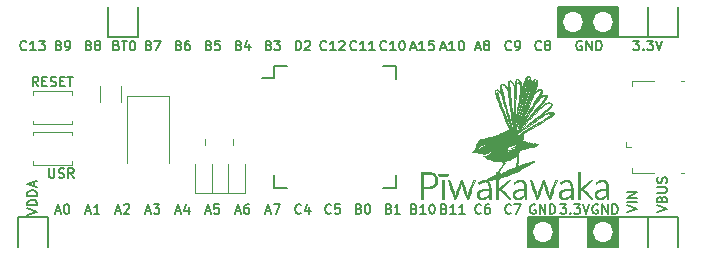
<source format=gbr>
G04 #@! TF.GenerationSoftware,KiCad,Pcbnew,5.0.2-bee76a0~70~ubuntu18.04.1*
G04 #@! TF.CreationDate,2019-01-15T20:31:34+13:00*
G04 #@! TF.ProjectId,pynano-1,70796e61-6e6f-42d3-912e-6b696361645f,rev?*
G04 #@! TF.SameCoordinates,Original*
G04 #@! TF.FileFunction,Legend,Top*
G04 #@! TF.FilePolarity,Positive*
%FSLAX46Y46*%
G04 Gerber Fmt 4.6, Leading zero omitted, Abs format (unit mm)*
G04 Created by KiCad (PCBNEW 5.0.2-bee76a0~70~ubuntu18.04.1) date Tue 15 Jan 2019 08:31:34 PM NZDT*
%MOMM*%
%LPD*%
G01*
G04 APERTURE LIST*
%ADD10C,0.152400*%
%ADD11C,0.177800*%
%ADD12C,0.150000*%
%ADD13C,0.120000*%
%ADD14C,0.010000*%
%ADD15C,1.000000*%
%ADD16R,1.700000X1.700000*%
%ADD17O,1.700000X1.700000*%
%ADD18R,0.650000X0.575000*%
%ADD19R,0.575000X0.650000*%
%ADD20R,1.900000X1.500000*%
%ADD21C,1.450000*%
%ADD22R,1.350000X0.400000*%
%ADD23O,1.900000X1.200000*%
%ADD24R,1.900000X1.200000*%
%ADD25R,0.900000X1.700000*%
%ADD26R,1.000000X0.250000*%
%ADD27R,0.250000X1.000000*%
%ADD28R,2.400000X2.000000*%
%ADD29R,1.800000X1.000000*%
%ADD30R,0.870000X1.220000*%
%ADD31R,0.400000X0.500000*%
%ADD32R,0.300000X0.500000*%
G04 APERTURE END LIST*
D10*
X146050000Y-53340000D02*
X146050000Y-50800000D01*
X143510000Y-53340000D02*
X146050000Y-53340000D01*
X143510000Y-50800000D02*
X143510000Y-53340000D01*
X135890000Y-68580000D02*
X135890000Y-71120000D01*
X138430000Y-68580000D02*
X135890000Y-68580000D01*
X138430000Y-71120000D02*
X138430000Y-68580000D01*
X191770000Y-53340000D02*
X191770000Y-50800000D01*
X189230000Y-53340000D02*
X191770000Y-53340000D01*
X189230000Y-53340000D02*
X189230000Y-50800000D01*
X186690000Y-53340000D02*
X189230000Y-53340000D01*
X191770000Y-68580000D02*
X191770000Y-71120000D01*
X189230000Y-68580000D02*
X191770000Y-68580000D01*
X189230000Y-68580000D02*
X189230000Y-71120000D01*
X186690000Y-68580000D02*
X189230000Y-68580000D01*
X181610000Y-68580000D02*
X184150000Y-68580000D01*
D11*
X138547323Y-64451895D02*
X138547323Y-65109876D01*
X138586028Y-65187285D01*
X138624733Y-65225990D01*
X138702142Y-65264695D01*
X138856961Y-65264695D01*
X138934371Y-65225990D01*
X138973076Y-65187285D01*
X139011780Y-65109876D01*
X139011780Y-64451895D01*
X139360123Y-65225990D02*
X139476238Y-65264695D01*
X139669761Y-65264695D01*
X139747171Y-65225990D01*
X139785876Y-65187285D01*
X139824580Y-65109876D01*
X139824580Y-65032466D01*
X139785876Y-64955057D01*
X139747171Y-64916352D01*
X139669761Y-64877647D01*
X139514942Y-64838942D01*
X139437533Y-64800238D01*
X139398828Y-64761533D01*
X139360123Y-64684123D01*
X139360123Y-64606714D01*
X139398828Y-64529304D01*
X139437533Y-64490600D01*
X139514942Y-64451895D01*
X139708466Y-64451895D01*
X139824580Y-64490600D01*
X140637380Y-65264695D02*
X140366447Y-64877647D01*
X140172923Y-65264695D02*
X140172923Y-64451895D01*
X140482561Y-64451895D01*
X140559971Y-64490600D01*
X140598676Y-64529304D01*
X140637380Y-64606714D01*
X140637380Y-64722828D01*
X140598676Y-64800238D01*
X140559971Y-64838942D01*
X140482561Y-64877647D01*
X140172923Y-64877647D01*
X137630504Y-57517695D02*
X137359571Y-57130647D01*
X137166047Y-57517695D02*
X137166047Y-56704895D01*
X137475685Y-56704895D01*
X137553095Y-56743600D01*
X137591800Y-56782304D01*
X137630504Y-56859714D01*
X137630504Y-56975828D01*
X137591800Y-57053238D01*
X137553095Y-57091942D01*
X137475685Y-57130647D01*
X137166047Y-57130647D01*
X137978847Y-57091942D02*
X138249780Y-57091942D01*
X138365895Y-57517695D02*
X137978847Y-57517695D01*
X137978847Y-56704895D01*
X138365895Y-56704895D01*
X138675533Y-57478990D02*
X138791647Y-57517695D01*
X138985171Y-57517695D01*
X139062580Y-57478990D01*
X139101285Y-57440285D01*
X139139990Y-57362876D01*
X139139990Y-57285466D01*
X139101285Y-57208057D01*
X139062580Y-57169352D01*
X138985171Y-57130647D01*
X138830352Y-57091942D01*
X138752942Y-57053238D01*
X138714238Y-57014533D01*
X138675533Y-56937123D01*
X138675533Y-56859714D01*
X138714238Y-56782304D01*
X138752942Y-56743600D01*
X138830352Y-56704895D01*
X139023876Y-56704895D01*
X139139990Y-56743600D01*
X139488333Y-57091942D02*
X139759266Y-57091942D01*
X139875380Y-57517695D02*
X139488333Y-57517695D01*
X139488333Y-56704895D01*
X139875380Y-56704895D01*
X140107609Y-56704895D02*
X140572066Y-56704895D01*
X140339838Y-57517695D02*
X140339838Y-56704895D01*
X136714895Y-68387020D02*
X137527695Y-68116087D01*
X136714895Y-67845153D01*
X137527695Y-67574220D02*
X136714895Y-67574220D01*
X136714895Y-67380696D01*
X136753600Y-67264582D01*
X136831009Y-67187172D01*
X136908419Y-67148468D01*
X137063238Y-67109763D01*
X137179352Y-67109763D01*
X137334171Y-67148468D01*
X137411580Y-67187172D01*
X137488990Y-67264582D01*
X137527695Y-67380696D01*
X137527695Y-67574220D01*
X137527695Y-66761420D02*
X136714895Y-66761420D01*
X136714895Y-66567896D01*
X136753600Y-66451782D01*
X136831009Y-66374372D01*
X136908419Y-66335668D01*
X137063238Y-66296963D01*
X137179352Y-66296963D01*
X137334171Y-66335668D01*
X137411580Y-66374372D01*
X137488990Y-66451782D01*
X137527695Y-66567896D01*
X137527695Y-66761420D01*
X137295466Y-65987325D02*
X137295466Y-65600277D01*
X137527695Y-66064734D02*
X136714895Y-65793801D01*
X137527695Y-65522868D01*
X139119428Y-68080466D02*
X139506476Y-68080466D01*
X139042019Y-68312695D02*
X139312952Y-67499895D01*
X139583885Y-68312695D01*
X140009638Y-67499895D02*
X140087047Y-67499895D01*
X140164457Y-67538600D01*
X140203161Y-67577304D01*
X140241866Y-67654714D01*
X140280571Y-67809533D01*
X140280571Y-68003057D01*
X140241866Y-68157876D01*
X140203161Y-68235285D01*
X140164457Y-68273990D01*
X140087047Y-68312695D01*
X140009638Y-68312695D01*
X139932228Y-68273990D01*
X139893523Y-68235285D01*
X139854819Y-68157876D01*
X139816114Y-68003057D01*
X139816114Y-67809533D01*
X139854819Y-67654714D01*
X139893523Y-67577304D01*
X139932228Y-67538600D01*
X140009638Y-67499895D01*
X141659428Y-68080466D02*
X142046476Y-68080466D01*
X141582019Y-68312695D02*
X141852952Y-67499895D01*
X142123885Y-68312695D01*
X142820571Y-68312695D02*
X142356114Y-68312695D01*
X142588342Y-68312695D02*
X142588342Y-67499895D01*
X142510933Y-67616009D01*
X142433523Y-67693419D01*
X142356114Y-67732123D01*
X144199428Y-68080466D02*
X144586476Y-68080466D01*
X144122019Y-68312695D02*
X144392952Y-67499895D01*
X144663885Y-68312695D01*
X144896114Y-67577304D02*
X144934819Y-67538600D01*
X145012228Y-67499895D01*
X145205752Y-67499895D01*
X145283161Y-67538600D01*
X145321866Y-67577304D01*
X145360571Y-67654714D01*
X145360571Y-67732123D01*
X145321866Y-67848238D01*
X144857409Y-68312695D01*
X145360571Y-68312695D01*
X146739428Y-68080466D02*
X147126476Y-68080466D01*
X146662019Y-68312695D02*
X146932952Y-67499895D01*
X147203885Y-68312695D01*
X147397409Y-67499895D02*
X147900571Y-67499895D01*
X147629638Y-67809533D01*
X147745752Y-67809533D01*
X147823161Y-67848238D01*
X147861866Y-67886942D01*
X147900571Y-67964352D01*
X147900571Y-68157876D01*
X147861866Y-68235285D01*
X147823161Y-68273990D01*
X147745752Y-68312695D01*
X147513523Y-68312695D01*
X147436114Y-68273990D01*
X147397409Y-68235285D01*
X149279428Y-68080466D02*
X149666476Y-68080466D01*
X149202019Y-68312695D02*
X149472952Y-67499895D01*
X149743885Y-68312695D01*
X150363161Y-67770828D02*
X150363161Y-68312695D01*
X150169638Y-67461190D02*
X149976114Y-68041761D01*
X150479276Y-68041761D01*
X151819428Y-68080466D02*
X152206476Y-68080466D01*
X151742019Y-68312695D02*
X152012952Y-67499895D01*
X152283885Y-68312695D01*
X152941866Y-67499895D02*
X152554819Y-67499895D01*
X152516114Y-67886942D01*
X152554819Y-67848238D01*
X152632228Y-67809533D01*
X152825752Y-67809533D01*
X152903161Y-67848238D01*
X152941866Y-67886942D01*
X152980571Y-67964352D01*
X152980571Y-68157876D01*
X152941866Y-68235285D01*
X152903161Y-68273990D01*
X152825752Y-68312695D01*
X152632228Y-68312695D01*
X152554819Y-68273990D01*
X152516114Y-68235285D01*
X154359428Y-68080466D02*
X154746476Y-68080466D01*
X154282019Y-68312695D02*
X154552952Y-67499895D01*
X154823885Y-68312695D01*
X155443161Y-67499895D02*
X155288342Y-67499895D01*
X155210933Y-67538600D01*
X155172228Y-67577304D01*
X155094819Y-67693419D01*
X155056114Y-67848238D01*
X155056114Y-68157876D01*
X155094819Y-68235285D01*
X155133523Y-68273990D01*
X155210933Y-68312695D01*
X155365752Y-68312695D01*
X155443161Y-68273990D01*
X155481866Y-68235285D01*
X155520571Y-68157876D01*
X155520571Y-67964352D01*
X155481866Y-67886942D01*
X155443161Y-67848238D01*
X155365752Y-67809533D01*
X155210933Y-67809533D01*
X155133523Y-67848238D01*
X155094819Y-67886942D01*
X155056114Y-67964352D01*
X156899428Y-68080466D02*
X157286476Y-68080466D01*
X156822019Y-68312695D02*
X157092952Y-67499895D01*
X157363885Y-68312695D01*
X157557409Y-67499895D02*
X158099276Y-67499895D01*
X157750933Y-68312695D01*
X159884533Y-68235285D02*
X159845828Y-68273990D01*
X159729714Y-68312695D01*
X159652304Y-68312695D01*
X159536190Y-68273990D01*
X159458780Y-68196580D01*
X159420076Y-68119171D01*
X159381371Y-67964352D01*
X159381371Y-67848238D01*
X159420076Y-67693419D01*
X159458780Y-67616009D01*
X159536190Y-67538600D01*
X159652304Y-67499895D01*
X159729714Y-67499895D01*
X159845828Y-67538600D01*
X159884533Y-67577304D01*
X160581219Y-67770828D02*
X160581219Y-68312695D01*
X160387695Y-67461190D02*
X160194171Y-68041761D01*
X160697333Y-68041761D01*
X162424533Y-68235285D02*
X162385828Y-68273990D01*
X162269714Y-68312695D01*
X162192304Y-68312695D01*
X162076190Y-68273990D01*
X161998780Y-68196580D01*
X161960076Y-68119171D01*
X161921371Y-67964352D01*
X161921371Y-67848238D01*
X161960076Y-67693419D01*
X161998780Y-67616009D01*
X162076190Y-67538600D01*
X162192304Y-67499895D01*
X162269714Y-67499895D01*
X162385828Y-67538600D01*
X162424533Y-67577304D01*
X163159923Y-67499895D02*
X162772876Y-67499895D01*
X162734171Y-67886942D01*
X162772876Y-67848238D01*
X162850285Y-67809533D01*
X163043809Y-67809533D01*
X163121219Y-67848238D01*
X163159923Y-67886942D01*
X163198628Y-67964352D01*
X163198628Y-68157876D01*
X163159923Y-68235285D01*
X163121219Y-68273990D01*
X163043809Y-68312695D01*
X162850285Y-68312695D01*
X162772876Y-68273990D01*
X162734171Y-68235285D01*
X164771009Y-67886942D02*
X164887123Y-67925647D01*
X164925828Y-67964352D01*
X164964533Y-68041761D01*
X164964533Y-68157876D01*
X164925828Y-68235285D01*
X164887123Y-68273990D01*
X164809714Y-68312695D01*
X164500076Y-68312695D01*
X164500076Y-67499895D01*
X164771009Y-67499895D01*
X164848419Y-67538600D01*
X164887123Y-67577304D01*
X164925828Y-67654714D01*
X164925828Y-67732123D01*
X164887123Y-67809533D01*
X164848419Y-67848238D01*
X164771009Y-67886942D01*
X164500076Y-67886942D01*
X165467695Y-67499895D02*
X165545104Y-67499895D01*
X165622514Y-67538600D01*
X165661219Y-67577304D01*
X165699923Y-67654714D01*
X165738628Y-67809533D01*
X165738628Y-68003057D01*
X165699923Y-68157876D01*
X165661219Y-68235285D01*
X165622514Y-68273990D01*
X165545104Y-68312695D01*
X165467695Y-68312695D01*
X165390285Y-68273990D01*
X165351580Y-68235285D01*
X165312876Y-68157876D01*
X165274171Y-68003057D01*
X165274171Y-67809533D01*
X165312876Y-67654714D01*
X165351580Y-67577304D01*
X165390285Y-67538600D01*
X165467695Y-67499895D01*
X167311009Y-67886942D02*
X167427123Y-67925647D01*
X167465828Y-67964352D01*
X167504533Y-68041761D01*
X167504533Y-68157876D01*
X167465828Y-68235285D01*
X167427123Y-68273990D01*
X167349714Y-68312695D01*
X167040076Y-68312695D01*
X167040076Y-67499895D01*
X167311009Y-67499895D01*
X167388419Y-67538600D01*
X167427123Y-67577304D01*
X167465828Y-67654714D01*
X167465828Y-67732123D01*
X167427123Y-67809533D01*
X167388419Y-67848238D01*
X167311009Y-67886942D01*
X167040076Y-67886942D01*
X168278628Y-68312695D02*
X167814171Y-68312695D01*
X168046400Y-68312695D02*
X168046400Y-67499895D01*
X167968990Y-67616009D01*
X167891580Y-67693419D01*
X167814171Y-67732123D01*
X169463961Y-67886942D02*
X169580076Y-67925647D01*
X169618780Y-67964352D01*
X169657485Y-68041761D01*
X169657485Y-68157876D01*
X169618780Y-68235285D01*
X169580076Y-68273990D01*
X169502666Y-68312695D01*
X169193028Y-68312695D01*
X169193028Y-67499895D01*
X169463961Y-67499895D01*
X169541371Y-67538600D01*
X169580076Y-67577304D01*
X169618780Y-67654714D01*
X169618780Y-67732123D01*
X169580076Y-67809533D01*
X169541371Y-67848238D01*
X169463961Y-67886942D01*
X169193028Y-67886942D01*
X170431580Y-68312695D02*
X169967123Y-68312695D01*
X170199352Y-68312695D02*
X170199352Y-67499895D01*
X170121942Y-67616009D01*
X170044533Y-67693419D01*
X169967123Y-67732123D01*
X170934742Y-67499895D02*
X171012152Y-67499895D01*
X171089561Y-67538600D01*
X171128266Y-67577304D01*
X171166971Y-67654714D01*
X171205676Y-67809533D01*
X171205676Y-68003057D01*
X171166971Y-68157876D01*
X171128266Y-68235285D01*
X171089561Y-68273990D01*
X171012152Y-68312695D01*
X170934742Y-68312695D01*
X170857333Y-68273990D01*
X170818628Y-68235285D01*
X170779923Y-68157876D01*
X170741219Y-68003057D01*
X170741219Y-67809533D01*
X170779923Y-67654714D01*
X170818628Y-67577304D01*
X170857333Y-67538600D01*
X170934742Y-67499895D01*
X172003961Y-67886942D02*
X172120076Y-67925647D01*
X172158780Y-67964352D01*
X172197485Y-68041761D01*
X172197485Y-68157876D01*
X172158780Y-68235285D01*
X172120076Y-68273990D01*
X172042666Y-68312695D01*
X171733028Y-68312695D01*
X171733028Y-67499895D01*
X172003961Y-67499895D01*
X172081371Y-67538600D01*
X172120076Y-67577304D01*
X172158780Y-67654714D01*
X172158780Y-67732123D01*
X172120076Y-67809533D01*
X172081371Y-67848238D01*
X172003961Y-67886942D01*
X171733028Y-67886942D01*
X172971580Y-68312695D02*
X172507123Y-68312695D01*
X172739352Y-68312695D02*
X172739352Y-67499895D01*
X172661942Y-67616009D01*
X172584533Y-67693419D01*
X172507123Y-67732123D01*
X173745676Y-68312695D02*
X173281219Y-68312695D01*
X173513447Y-68312695D02*
X173513447Y-67499895D01*
X173436038Y-67616009D01*
X173358628Y-67693419D01*
X173281219Y-67732123D01*
X175124533Y-68235285D02*
X175085828Y-68273990D01*
X174969714Y-68312695D01*
X174892304Y-68312695D01*
X174776190Y-68273990D01*
X174698780Y-68196580D01*
X174660076Y-68119171D01*
X174621371Y-67964352D01*
X174621371Y-67848238D01*
X174660076Y-67693419D01*
X174698780Y-67616009D01*
X174776190Y-67538600D01*
X174892304Y-67499895D01*
X174969714Y-67499895D01*
X175085828Y-67538600D01*
X175124533Y-67577304D01*
X175821219Y-67499895D02*
X175666400Y-67499895D01*
X175588990Y-67538600D01*
X175550285Y-67577304D01*
X175472876Y-67693419D01*
X175434171Y-67848238D01*
X175434171Y-68157876D01*
X175472876Y-68235285D01*
X175511580Y-68273990D01*
X175588990Y-68312695D01*
X175743809Y-68312695D01*
X175821219Y-68273990D01*
X175859923Y-68235285D01*
X175898628Y-68157876D01*
X175898628Y-67964352D01*
X175859923Y-67886942D01*
X175821219Y-67848238D01*
X175743809Y-67809533D01*
X175588990Y-67809533D01*
X175511580Y-67848238D01*
X175472876Y-67886942D01*
X175434171Y-67964352D01*
X177664533Y-68235285D02*
X177625828Y-68273990D01*
X177509714Y-68312695D01*
X177432304Y-68312695D01*
X177316190Y-68273990D01*
X177238780Y-68196580D01*
X177200076Y-68119171D01*
X177161371Y-67964352D01*
X177161371Y-67848238D01*
X177200076Y-67693419D01*
X177238780Y-67616009D01*
X177316190Y-67538600D01*
X177432304Y-67499895D01*
X177509714Y-67499895D01*
X177625828Y-67538600D01*
X177664533Y-67577304D01*
X177935466Y-67499895D02*
X178477333Y-67499895D01*
X178128990Y-68312695D01*
X179720723Y-67538600D02*
X179643314Y-67499895D01*
X179527200Y-67499895D01*
X179411085Y-67538600D01*
X179333676Y-67616009D01*
X179294971Y-67693419D01*
X179256266Y-67848238D01*
X179256266Y-67964352D01*
X179294971Y-68119171D01*
X179333676Y-68196580D01*
X179411085Y-68273990D01*
X179527200Y-68312695D01*
X179604609Y-68312695D01*
X179720723Y-68273990D01*
X179759428Y-68235285D01*
X179759428Y-67964352D01*
X179604609Y-67964352D01*
X180107771Y-68312695D02*
X180107771Y-67499895D01*
X180572228Y-68312695D01*
X180572228Y-67499895D01*
X180959276Y-68312695D02*
X180959276Y-67499895D01*
X181152800Y-67499895D01*
X181268914Y-67538600D01*
X181346323Y-67616009D01*
X181385028Y-67693419D01*
X181423733Y-67848238D01*
X181423733Y-67964352D01*
X181385028Y-68119171D01*
X181346323Y-68196580D01*
X181268914Y-68273990D01*
X181152800Y-68312695D01*
X180959276Y-68312695D01*
X181841684Y-67499895D02*
X182344846Y-67499895D01*
X182073912Y-67809533D01*
X182190027Y-67809533D01*
X182267436Y-67848238D01*
X182306141Y-67886942D01*
X182344846Y-67964352D01*
X182344846Y-68157876D01*
X182306141Y-68235285D01*
X182267436Y-68273990D01*
X182190027Y-68312695D01*
X181957798Y-68312695D01*
X181880389Y-68273990D01*
X181841684Y-68235285D01*
X182693189Y-68235285D02*
X182731893Y-68273990D01*
X182693189Y-68312695D01*
X182654484Y-68273990D01*
X182693189Y-68235285D01*
X182693189Y-68312695D01*
X183002827Y-67499895D02*
X183505989Y-67499895D01*
X183235055Y-67809533D01*
X183351170Y-67809533D01*
X183428579Y-67848238D01*
X183467284Y-67886942D01*
X183505989Y-67964352D01*
X183505989Y-68157876D01*
X183467284Y-68235285D01*
X183428579Y-68273990D01*
X183351170Y-68312695D01*
X183118941Y-68312695D01*
X183041531Y-68273990D01*
X183002827Y-68235285D01*
X183738217Y-67499895D02*
X184009150Y-68312695D01*
X184280084Y-67499895D01*
X185011846Y-67538600D02*
X184934436Y-67499895D01*
X184818322Y-67499895D01*
X184702208Y-67538600D01*
X184624798Y-67616009D01*
X184586093Y-67693419D01*
X184547389Y-67848238D01*
X184547389Y-67964352D01*
X184586093Y-68119171D01*
X184624798Y-68196580D01*
X184702208Y-68273990D01*
X184818322Y-68312695D01*
X184895731Y-68312695D01*
X185011846Y-68273990D01*
X185050550Y-68235285D01*
X185050550Y-67964352D01*
X184895731Y-67964352D01*
X185398893Y-68312695D02*
X185398893Y-67499895D01*
X185863350Y-68312695D01*
X185863350Y-67499895D01*
X186250398Y-68312695D02*
X186250398Y-67499895D01*
X186443922Y-67499895D01*
X186560036Y-67538600D01*
X186637446Y-67616009D01*
X186676150Y-67693419D01*
X186714855Y-67848238D01*
X186714855Y-67964352D01*
X186676150Y-68119171D01*
X186637446Y-68196580D01*
X186560036Y-68273990D01*
X186443922Y-68312695D01*
X186250398Y-68312695D01*
X187514895Y-68133020D02*
X188327695Y-67862087D01*
X187514895Y-67591153D01*
X188327695Y-67320220D02*
X187514895Y-67320220D01*
X188327695Y-66933172D02*
X187514895Y-66933172D01*
X188327695Y-66468715D01*
X187514895Y-66468715D01*
X190054895Y-68133020D02*
X190867695Y-67862087D01*
X190054895Y-67591153D01*
X190441942Y-67049287D02*
X190480647Y-66933172D01*
X190519352Y-66894468D01*
X190596761Y-66855763D01*
X190712876Y-66855763D01*
X190790285Y-66894468D01*
X190828990Y-66933172D01*
X190867695Y-67010582D01*
X190867695Y-67320220D01*
X190054895Y-67320220D01*
X190054895Y-67049287D01*
X190093600Y-66971877D01*
X190132304Y-66933172D01*
X190209714Y-66894468D01*
X190287123Y-66894468D01*
X190364533Y-66933172D01*
X190403238Y-66971877D01*
X190441942Y-67049287D01*
X190441942Y-67320220D01*
X190054895Y-66507420D02*
X190712876Y-66507420D01*
X190790285Y-66468715D01*
X190828990Y-66430010D01*
X190867695Y-66352601D01*
X190867695Y-66197782D01*
X190828990Y-66120372D01*
X190790285Y-66081668D01*
X190712876Y-66042963D01*
X190054895Y-66042963D01*
X190828990Y-65694620D02*
X190867695Y-65578506D01*
X190867695Y-65384982D01*
X190828990Y-65307572D01*
X190790285Y-65268868D01*
X190712876Y-65230163D01*
X190635466Y-65230163D01*
X190558057Y-65268868D01*
X190519352Y-65307572D01*
X190480647Y-65384982D01*
X190441942Y-65539801D01*
X190403238Y-65617210D01*
X190364533Y-65655915D01*
X190287123Y-65694620D01*
X190209714Y-65694620D01*
X190132304Y-65655915D01*
X190093600Y-65617210D01*
X190054895Y-65539801D01*
X190054895Y-65346277D01*
X190093600Y-65230163D01*
D12*
G36*
X179070000Y-68580000D02*
X181610000Y-68580000D01*
X181610000Y-71120000D01*
X179070000Y-71120000D01*
X179070000Y-68580000D01*
G37*
X179070000Y-68580000D02*
X181610000Y-68580000D01*
X181610000Y-71120000D01*
X179070000Y-71120000D01*
X179070000Y-68580000D01*
G36*
X184150000Y-68580000D02*
X186690000Y-68580000D01*
X186690000Y-71120000D01*
X184150000Y-71120000D01*
X184150000Y-68580000D01*
G37*
X184150000Y-68580000D02*
X186690000Y-68580000D01*
X186690000Y-71120000D01*
X184150000Y-71120000D01*
X184150000Y-68580000D01*
G36*
X181610000Y-50800000D02*
X186690000Y-50800000D01*
X186690000Y-53340000D01*
X181610000Y-53340000D01*
X181610000Y-50800000D01*
G37*
X181610000Y-50800000D02*
X186690000Y-50800000D01*
X186690000Y-53340000D01*
X181610000Y-53340000D01*
X181610000Y-50800000D01*
D11*
X188030152Y-53656895D02*
X188533314Y-53656895D01*
X188262380Y-53966533D01*
X188378495Y-53966533D01*
X188455904Y-54005238D01*
X188494609Y-54043942D01*
X188533314Y-54121352D01*
X188533314Y-54314876D01*
X188494609Y-54392285D01*
X188455904Y-54430990D01*
X188378495Y-54469695D01*
X188146266Y-54469695D01*
X188068857Y-54430990D01*
X188030152Y-54392285D01*
X188881657Y-54392285D02*
X188920361Y-54430990D01*
X188881657Y-54469695D01*
X188842952Y-54430990D01*
X188881657Y-54392285D01*
X188881657Y-54469695D01*
X189191295Y-53656895D02*
X189694457Y-53656895D01*
X189423523Y-53966533D01*
X189539638Y-53966533D01*
X189617047Y-54005238D01*
X189655752Y-54043942D01*
X189694457Y-54121352D01*
X189694457Y-54314876D01*
X189655752Y-54392285D01*
X189617047Y-54430990D01*
X189539638Y-54469695D01*
X189307409Y-54469695D01*
X189230000Y-54430990D01*
X189191295Y-54392285D01*
X189926685Y-53656895D02*
X190197619Y-54469695D01*
X190468552Y-53656895D01*
X183657723Y-53695600D02*
X183580314Y-53656895D01*
X183464200Y-53656895D01*
X183348085Y-53695600D01*
X183270676Y-53773009D01*
X183231971Y-53850419D01*
X183193266Y-54005238D01*
X183193266Y-54121352D01*
X183231971Y-54276171D01*
X183270676Y-54353580D01*
X183348085Y-54430990D01*
X183464200Y-54469695D01*
X183541609Y-54469695D01*
X183657723Y-54430990D01*
X183696428Y-54392285D01*
X183696428Y-54121352D01*
X183541609Y-54121352D01*
X184044771Y-54469695D02*
X184044771Y-53656895D01*
X184509228Y-54469695D01*
X184509228Y-53656895D01*
X184896276Y-54469695D02*
X184896276Y-53656895D01*
X185089800Y-53656895D01*
X185205914Y-53695600D01*
X185283323Y-53773009D01*
X185322028Y-53850419D01*
X185360733Y-54005238D01*
X185360733Y-54121352D01*
X185322028Y-54276171D01*
X185283323Y-54353580D01*
X185205914Y-54430990D01*
X185089800Y-54469695D01*
X184896276Y-54469695D01*
X180204533Y-54392285D02*
X180165828Y-54430990D01*
X180049714Y-54469695D01*
X179972304Y-54469695D01*
X179856190Y-54430990D01*
X179778780Y-54353580D01*
X179740076Y-54276171D01*
X179701371Y-54121352D01*
X179701371Y-54005238D01*
X179740076Y-53850419D01*
X179778780Y-53773009D01*
X179856190Y-53695600D01*
X179972304Y-53656895D01*
X180049714Y-53656895D01*
X180165828Y-53695600D01*
X180204533Y-53734304D01*
X180668990Y-54005238D02*
X180591580Y-53966533D01*
X180552876Y-53927828D01*
X180514171Y-53850419D01*
X180514171Y-53811714D01*
X180552876Y-53734304D01*
X180591580Y-53695600D01*
X180668990Y-53656895D01*
X180823809Y-53656895D01*
X180901219Y-53695600D01*
X180939923Y-53734304D01*
X180978628Y-53811714D01*
X180978628Y-53850419D01*
X180939923Y-53927828D01*
X180901219Y-53966533D01*
X180823809Y-54005238D01*
X180668990Y-54005238D01*
X180591580Y-54043942D01*
X180552876Y-54082647D01*
X180514171Y-54160057D01*
X180514171Y-54314876D01*
X180552876Y-54392285D01*
X180591580Y-54430990D01*
X180668990Y-54469695D01*
X180823809Y-54469695D01*
X180901219Y-54430990D01*
X180939923Y-54392285D01*
X180978628Y-54314876D01*
X180978628Y-54160057D01*
X180939923Y-54082647D01*
X180901219Y-54043942D01*
X180823809Y-54005238D01*
X177664533Y-54392285D02*
X177625828Y-54430990D01*
X177509714Y-54469695D01*
X177432304Y-54469695D01*
X177316190Y-54430990D01*
X177238780Y-54353580D01*
X177200076Y-54276171D01*
X177161371Y-54121352D01*
X177161371Y-54005238D01*
X177200076Y-53850419D01*
X177238780Y-53773009D01*
X177316190Y-53695600D01*
X177432304Y-53656895D01*
X177509714Y-53656895D01*
X177625828Y-53695600D01*
X177664533Y-53734304D01*
X178051580Y-54469695D02*
X178206400Y-54469695D01*
X178283809Y-54430990D01*
X178322514Y-54392285D01*
X178399923Y-54276171D01*
X178438628Y-54121352D01*
X178438628Y-53811714D01*
X178399923Y-53734304D01*
X178361219Y-53695600D01*
X178283809Y-53656895D01*
X178128990Y-53656895D01*
X178051580Y-53695600D01*
X178012876Y-53734304D01*
X177974171Y-53811714D01*
X177974171Y-54005238D01*
X178012876Y-54082647D01*
X178051580Y-54121352D01*
X178128990Y-54160057D01*
X178283809Y-54160057D01*
X178361219Y-54121352D01*
X178399923Y-54082647D01*
X178438628Y-54005238D01*
X174679428Y-54237466D02*
X175066476Y-54237466D01*
X174602019Y-54469695D02*
X174872952Y-53656895D01*
X175143885Y-54469695D01*
X175530933Y-54005238D02*
X175453523Y-53966533D01*
X175414819Y-53927828D01*
X175376114Y-53850419D01*
X175376114Y-53811714D01*
X175414819Y-53734304D01*
X175453523Y-53695600D01*
X175530933Y-53656895D01*
X175685752Y-53656895D01*
X175763161Y-53695600D01*
X175801866Y-53734304D01*
X175840571Y-53811714D01*
X175840571Y-53850419D01*
X175801866Y-53927828D01*
X175763161Y-53966533D01*
X175685752Y-54005238D01*
X175530933Y-54005238D01*
X175453523Y-54043942D01*
X175414819Y-54082647D01*
X175376114Y-54160057D01*
X175376114Y-54314876D01*
X175414819Y-54392285D01*
X175453523Y-54430990D01*
X175530933Y-54469695D01*
X175685752Y-54469695D01*
X175763161Y-54430990D01*
X175801866Y-54392285D01*
X175840571Y-54314876D01*
X175840571Y-54160057D01*
X175801866Y-54082647D01*
X175763161Y-54043942D01*
X175685752Y-54005238D01*
X171752380Y-54237466D02*
X172139428Y-54237466D01*
X171674971Y-54469695D02*
X171945904Y-53656895D01*
X172216838Y-54469695D01*
X172913523Y-54469695D02*
X172449066Y-54469695D01*
X172681295Y-54469695D02*
X172681295Y-53656895D01*
X172603885Y-53773009D01*
X172526476Y-53850419D01*
X172449066Y-53889123D01*
X173416685Y-53656895D02*
X173494095Y-53656895D01*
X173571504Y-53695600D01*
X173610209Y-53734304D01*
X173648914Y-53811714D01*
X173687619Y-53966533D01*
X173687619Y-54160057D01*
X173648914Y-54314876D01*
X173610209Y-54392285D01*
X173571504Y-54430990D01*
X173494095Y-54469695D01*
X173416685Y-54469695D01*
X173339276Y-54430990D01*
X173300571Y-54392285D01*
X173261866Y-54314876D01*
X173223161Y-54160057D01*
X173223161Y-53966533D01*
X173261866Y-53811714D01*
X173300571Y-53734304D01*
X173339276Y-53695600D01*
X173416685Y-53656895D01*
X169212380Y-54237466D02*
X169599428Y-54237466D01*
X169134971Y-54469695D02*
X169405904Y-53656895D01*
X169676838Y-54469695D01*
X170373523Y-54469695D02*
X169909066Y-54469695D01*
X170141295Y-54469695D02*
X170141295Y-53656895D01*
X170063885Y-53773009D01*
X169986476Y-53850419D01*
X169909066Y-53889123D01*
X171108914Y-53656895D02*
X170721866Y-53656895D01*
X170683161Y-54043942D01*
X170721866Y-54005238D01*
X170799276Y-53966533D01*
X170992800Y-53966533D01*
X171070209Y-54005238D01*
X171108914Y-54043942D01*
X171147619Y-54121352D01*
X171147619Y-54314876D01*
X171108914Y-54392285D01*
X171070209Y-54430990D01*
X170992800Y-54469695D01*
X170799276Y-54469695D01*
X170721866Y-54430990D01*
X170683161Y-54392285D01*
X167117485Y-54392285D02*
X167078780Y-54430990D01*
X166962666Y-54469695D01*
X166885257Y-54469695D01*
X166769142Y-54430990D01*
X166691733Y-54353580D01*
X166653028Y-54276171D01*
X166614323Y-54121352D01*
X166614323Y-54005238D01*
X166653028Y-53850419D01*
X166691733Y-53773009D01*
X166769142Y-53695600D01*
X166885257Y-53656895D01*
X166962666Y-53656895D01*
X167078780Y-53695600D01*
X167117485Y-53734304D01*
X167891580Y-54469695D02*
X167427123Y-54469695D01*
X167659352Y-54469695D02*
X167659352Y-53656895D01*
X167581942Y-53773009D01*
X167504533Y-53850419D01*
X167427123Y-53889123D01*
X168394742Y-53656895D02*
X168472152Y-53656895D01*
X168549561Y-53695600D01*
X168588266Y-53734304D01*
X168626971Y-53811714D01*
X168665676Y-53966533D01*
X168665676Y-54160057D01*
X168626971Y-54314876D01*
X168588266Y-54392285D01*
X168549561Y-54430990D01*
X168472152Y-54469695D01*
X168394742Y-54469695D01*
X168317333Y-54430990D01*
X168278628Y-54392285D01*
X168239923Y-54314876D01*
X168201219Y-54160057D01*
X168201219Y-53966533D01*
X168239923Y-53811714D01*
X168278628Y-53734304D01*
X168317333Y-53695600D01*
X168394742Y-53656895D01*
X164577485Y-54392285D02*
X164538780Y-54430990D01*
X164422666Y-54469695D01*
X164345257Y-54469695D01*
X164229142Y-54430990D01*
X164151733Y-54353580D01*
X164113028Y-54276171D01*
X164074323Y-54121352D01*
X164074323Y-54005238D01*
X164113028Y-53850419D01*
X164151733Y-53773009D01*
X164229142Y-53695600D01*
X164345257Y-53656895D01*
X164422666Y-53656895D01*
X164538780Y-53695600D01*
X164577485Y-53734304D01*
X165351580Y-54469695D02*
X164887123Y-54469695D01*
X165119352Y-54469695D02*
X165119352Y-53656895D01*
X165041942Y-53773009D01*
X164964533Y-53850419D01*
X164887123Y-53889123D01*
X166125676Y-54469695D02*
X165661219Y-54469695D01*
X165893447Y-54469695D02*
X165893447Y-53656895D01*
X165816038Y-53773009D01*
X165738628Y-53850419D01*
X165661219Y-53889123D01*
X162037485Y-54392285D02*
X161998780Y-54430990D01*
X161882666Y-54469695D01*
X161805257Y-54469695D01*
X161689142Y-54430990D01*
X161611733Y-54353580D01*
X161573028Y-54276171D01*
X161534323Y-54121352D01*
X161534323Y-54005238D01*
X161573028Y-53850419D01*
X161611733Y-53773009D01*
X161689142Y-53695600D01*
X161805257Y-53656895D01*
X161882666Y-53656895D01*
X161998780Y-53695600D01*
X162037485Y-53734304D01*
X162811580Y-54469695D02*
X162347123Y-54469695D01*
X162579352Y-54469695D02*
X162579352Y-53656895D01*
X162501942Y-53773009D01*
X162424533Y-53850419D01*
X162347123Y-53889123D01*
X163121219Y-53734304D02*
X163159923Y-53695600D01*
X163237333Y-53656895D01*
X163430857Y-53656895D01*
X163508266Y-53695600D01*
X163546971Y-53734304D01*
X163585676Y-53811714D01*
X163585676Y-53889123D01*
X163546971Y-54005238D01*
X163082514Y-54469695D01*
X163585676Y-54469695D01*
X159420076Y-54469695D02*
X159420076Y-53656895D01*
X159613600Y-53656895D01*
X159729714Y-53695600D01*
X159807123Y-53773009D01*
X159845828Y-53850419D01*
X159884533Y-54005238D01*
X159884533Y-54121352D01*
X159845828Y-54276171D01*
X159807123Y-54353580D01*
X159729714Y-54430990D01*
X159613600Y-54469695D01*
X159420076Y-54469695D01*
X160194171Y-53734304D02*
X160232876Y-53695600D01*
X160310285Y-53656895D01*
X160503809Y-53656895D01*
X160581219Y-53695600D01*
X160619923Y-53734304D01*
X160658628Y-53811714D01*
X160658628Y-53889123D01*
X160619923Y-54005238D01*
X160155466Y-54469695D01*
X160658628Y-54469695D01*
X157151009Y-54043942D02*
X157267123Y-54082647D01*
X157305828Y-54121352D01*
X157344533Y-54198761D01*
X157344533Y-54314876D01*
X157305828Y-54392285D01*
X157267123Y-54430990D01*
X157189714Y-54469695D01*
X156880076Y-54469695D01*
X156880076Y-53656895D01*
X157151009Y-53656895D01*
X157228419Y-53695600D01*
X157267123Y-53734304D01*
X157305828Y-53811714D01*
X157305828Y-53889123D01*
X157267123Y-53966533D01*
X157228419Y-54005238D01*
X157151009Y-54043942D01*
X156880076Y-54043942D01*
X157615466Y-53656895D02*
X158118628Y-53656895D01*
X157847695Y-53966533D01*
X157963809Y-53966533D01*
X158041219Y-54005238D01*
X158079923Y-54043942D01*
X158118628Y-54121352D01*
X158118628Y-54314876D01*
X158079923Y-54392285D01*
X158041219Y-54430990D01*
X157963809Y-54469695D01*
X157731580Y-54469695D01*
X157654171Y-54430990D01*
X157615466Y-54392285D01*
X154611009Y-54043942D02*
X154727123Y-54082647D01*
X154765828Y-54121352D01*
X154804533Y-54198761D01*
X154804533Y-54314876D01*
X154765828Y-54392285D01*
X154727123Y-54430990D01*
X154649714Y-54469695D01*
X154340076Y-54469695D01*
X154340076Y-53656895D01*
X154611009Y-53656895D01*
X154688419Y-53695600D01*
X154727123Y-53734304D01*
X154765828Y-53811714D01*
X154765828Y-53889123D01*
X154727123Y-53966533D01*
X154688419Y-54005238D01*
X154611009Y-54043942D01*
X154340076Y-54043942D01*
X155501219Y-53927828D02*
X155501219Y-54469695D01*
X155307695Y-53618190D02*
X155114171Y-54198761D01*
X155617333Y-54198761D01*
X152071009Y-54043942D02*
X152187123Y-54082647D01*
X152225828Y-54121352D01*
X152264533Y-54198761D01*
X152264533Y-54314876D01*
X152225828Y-54392285D01*
X152187123Y-54430990D01*
X152109714Y-54469695D01*
X151800076Y-54469695D01*
X151800076Y-53656895D01*
X152071009Y-53656895D01*
X152148419Y-53695600D01*
X152187123Y-53734304D01*
X152225828Y-53811714D01*
X152225828Y-53889123D01*
X152187123Y-53966533D01*
X152148419Y-54005238D01*
X152071009Y-54043942D01*
X151800076Y-54043942D01*
X152999923Y-53656895D02*
X152612876Y-53656895D01*
X152574171Y-54043942D01*
X152612876Y-54005238D01*
X152690285Y-53966533D01*
X152883809Y-53966533D01*
X152961219Y-54005238D01*
X152999923Y-54043942D01*
X153038628Y-54121352D01*
X153038628Y-54314876D01*
X152999923Y-54392285D01*
X152961219Y-54430990D01*
X152883809Y-54469695D01*
X152690285Y-54469695D01*
X152612876Y-54430990D01*
X152574171Y-54392285D01*
X149531009Y-54043942D02*
X149647123Y-54082647D01*
X149685828Y-54121352D01*
X149724533Y-54198761D01*
X149724533Y-54314876D01*
X149685828Y-54392285D01*
X149647123Y-54430990D01*
X149569714Y-54469695D01*
X149260076Y-54469695D01*
X149260076Y-53656895D01*
X149531009Y-53656895D01*
X149608419Y-53695600D01*
X149647123Y-53734304D01*
X149685828Y-53811714D01*
X149685828Y-53889123D01*
X149647123Y-53966533D01*
X149608419Y-54005238D01*
X149531009Y-54043942D01*
X149260076Y-54043942D01*
X150421219Y-53656895D02*
X150266400Y-53656895D01*
X150188990Y-53695600D01*
X150150285Y-53734304D01*
X150072876Y-53850419D01*
X150034171Y-54005238D01*
X150034171Y-54314876D01*
X150072876Y-54392285D01*
X150111580Y-54430990D01*
X150188990Y-54469695D01*
X150343809Y-54469695D01*
X150421219Y-54430990D01*
X150459923Y-54392285D01*
X150498628Y-54314876D01*
X150498628Y-54121352D01*
X150459923Y-54043942D01*
X150421219Y-54005238D01*
X150343809Y-53966533D01*
X150188990Y-53966533D01*
X150111580Y-54005238D01*
X150072876Y-54043942D01*
X150034171Y-54121352D01*
X146991009Y-54043942D02*
X147107123Y-54082647D01*
X147145828Y-54121352D01*
X147184533Y-54198761D01*
X147184533Y-54314876D01*
X147145828Y-54392285D01*
X147107123Y-54430990D01*
X147029714Y-54469695D01*
X146720076Y-54469695D01*
X146720076Y-53656895D01*
X146991009Y-53656895D01*
X147068419Y-53695600D01*
X147107123Y-53734304D01*
X147145828Y-53811714D01*
X147145828Y-53889123D01*
X147107123Y-53966533D01*
X147068419Y-54005238D01*
X146991009Y-54043942D01*
X146720076Y-54043942D01*
X147455466Y-53656895D02*
X147997333Y-53656895D01*
X147648990Y-54469695D01*
X144268371Y-54043942D02*
X144384485Y-54082647D01*
X144423190Y-54121352D01*
X144461895Y-54198761D01*
X144461895Y-54314876D01*
X144423190Y-54392285D01*
X144384485Y-54430990D01*
X144307076Y-54469695D01*
X143997438Y-54469695D01*
X143997438Y-53656895D01*
X144268371Y-53656895D01*
X144345780Y-53695600D01*
X144384485Y-53734304D01*
X144423190Y-53811714D01*
X144423190Y-53889123D01*
X144384485Y-53966533D01*
X144345780Y-54005238D01*
X144268371Y-54043942D01*
X143997438Y-54043942D01*
X144694123Y-53656895D02*
X145158580Y-53656895D01*
X144926352Y-54469695D02*
X144926352Y-53656895D01*
X145584333Y-53656895D02*
X145661742Y-53656895D01*
X145739152Y-53695600D01*
X145777857Y-53734304D01*
X145816561Y-53811714D01*
X145855266Y-53966533D01*
X145855266Y-54160057D01*
X145816561Y-54314876D01*
X145777857Y-54392285D01*
X145739152Y-54430990D01*
X145661742Y-54469695D01*
X145584333Y-54469695D01*
X145506923Y-54430990D01*
X145468219Y-54392285D01*
X145429514Y-54314876D01*
X145390809Y-54160057D01*
X145390809Y-53966533D01*
X145429514Y-53811714D01*
X145468219Y-53734304D01*
X145506923Y-53695600D01*
X145584333Y-53656895D01*
X141911009Y-54043942D02*
X142027123Y-54082647D01*
X142065828Y-54121352D01*
X142104533Y-54198761D01*
X142104533Y-54314876D01*
X142065828Y-54392285D01*
X142027123Y-54430990D01*
X141949714Y-54469695D01*
X141640076Y-54469695D01*
X141640076Y-53656895D01*
X141911009Y-53656895D01*
X141988419Y-53695600D01*
X142027123Y-53734304D01*
X142065828Y-53811714D01*
X142065828Y-53889123D01*
X142027123Y-53966533D01*
X141988419Y-54005238D01*
X141911009Y-54043942D01*
X141640076Y-54043942D01*
X142568990Y-54005238D02*
X142491580Y-53966533D01*
X142452876Y-53927828D01*
X142414171Y-53850419D01*
X142414171Y-53811714D01*
X142452876Y-53734304D01*
X142491580Y-53695600D01*
X142568990Y-53656895D01*
X142723809Y-53656895D01*
X142801219Y-53695600D01*
X142839923Y-53734304D01*
X142878628Y-53811714D01*
X142878628Y-53850419D01*
X142839923Y-53927828D01*
X142801219Y-53966533D01*
X142723809Y-54005238D01*
X142568990Y-54005238D01*
X142491580Y-54043942D01*
X142452876Y-54082647D01*
X142414171Y-54160057D01*
X142414171Y-54314876D01*
X142452876Y-54392285D01*
X142491580Y-54430990D01*
X142568990Y-54469695D01*
X142723809Y-54469695D01*
X142801219Y-54430990D01*
X142839923Y-54392285D01*
X142878628Y-54314876D01*
X142878628Y-54160057D01*
X142839923Y-54082647D01*
X142801219Y-54043942D01*
X142723809Y-54005238D01*
X139371009Y-54043942D02*
X139487123Y-54082647D01*
X139525828Y-54121352D01*
X139564533Y-54198761D01*
X139564533Y-54314876D01*
X139525828Y-54392285D01*
X139487123Y-54430990D01*
X139409714Y-54469695D01*
X139100076Y-54469695D01*
X139100076Y-53656895D01*
X139371009Y-53656895D01*
X139448419Y-53695600D01*
X139487123Y-53734304D01*
X139525828Y-53811714D01*
X139525828Y-53889123D01*
X139487123Y-53966533D01*
X139448419Y-54005238D01*
X139371009Y-54043942D01*
X139100076Y-54043942D01*
X139951580Y-54469695D02*
X140106400Y-54469695D01*
X140183809Y-54430990D01*
X140222514Y-54392285D01*
X140299923Y-54276171D01*
X140338628Y-54121352D01*
X140338628Y-53811714D01*
X140299923Y-53734304D01*
X140261219Y-53695600D01*
X140183809Y-53656895D01*
X140028990Y-53656895D01*
X139951580Y-53695600D01*
X139912876Y-53734304D01*
X139874171Y-53811714D01*
X139874171Y-54005238D01*
X139912876Y-54082647D01*
X139951580Y-54121352D01*
X140028990Y-54160057D01*
X140183809Y-54160057D01*
X140261219Y-54121352D01*
X140299923Y-54082647D01*
X140338628Y-54005238D01*
X136637485Y-54392285D02*
X136598780Y-54430990D01*
X136482666Y-54469695D01*
X136405257Y-54469695D01*
X136289142Y-54430990D01*
X136211733Y-54353580D01*
X136173028Y-54276171D01*
X136134323Y-54121352D01*
X136134323Y-54005238D01*
X136173028Y-53850419D01*
X136211733Y-53773009D01*
X136289142Y-53695600D01*
X136405257Y-53656895D01*
X136482666Y-53656895D01*
X136598780Y-53695600D01*
X136637485Y-53734304D01*
X137411580Y-54469695D02*
X136947123Y-54469695D01*
X137179352Y-54469695D02*
X137179352Y-53656895D01*
X137101942Y-53773009D01*
X137024533Y-53850419D01*
X136947123Y-53889123D01*
X137682514Y-53656895D02*
X138185676Y-53656895D01*
X137914742Y-53966533D01*
X138030857Y-53966533D01*
X138108266Y-54005238D01*
X138146971Y-54043942D01*
X138185676Y-54121352D01*
X138185676Y-54314876D01*
X138146971Y-54392285D01*
X138108266Y-54430990D01*
X138030857Y-54469695D01*
X137798628Y-54469695D01*
X137721219Y-54430990D01*
X137682514Y-54392285D01*
D13*
G04 #@! TO.C,J2*
X187924700Y-64860000D02*
X187924700Y-64410000D01*
X189774700Y-64860000D02*
X187924700Y-64860000D01*
X192324700Y-57060000D02*
X192074700Y-57060000D01*
X192324700Y-64860000D02*
X192074700Y-64860000D01*
X189774700Y-57060000D02*
X187924700Y-57060000D01*
X187924700Y-57060000D02*
X187924700Y-57510000D01*
X187374700Y-62660000D02*
X187374700Y-62210000D01*
X187374700Y-62660000D02*
X187824700Y-62660000D01*
G04 #@! TO.C,SW1*
X137161000Y-60409000D02*
X137161000Y-60709000D01*
X137161000Y-60709000D02*
X140461000Y-60709000D01*
X140461000Y-60709000D02*
X140461000Y-60409000D01*
X137161000Y-58209000D02*
X137161000Y-57909000D01*
X137161000Y-57909000D02*
X140461000Y-57909000D01*
X140461000Y-57909000D02*
X140461000Y-58209000D01*
G04 #@! TO.C,SW2*
X140461000Y-61338000D02*
X140461000Y-61638000D01*
X137161000Y-61338000D02*
X140461000Y-61338000D01*
X137161000Y-61638000D02*
X137161000Y-61338000D01*
X140461000Y-64138000D02*
X140461000Y-63838000D01*
X137161000Y-64138000D02*
X140461000Y-64138000D01*
X137161000Y-63838000D02*
X137161000Y-64138000D01*
D12*
G04 #@! TO.C,U2*
X157588200Y-55785000D02*
X157588200Y-56785000D01*
X167938200Y-55785000D02*
X167938200Y-56860000D01*
X167938200Y-66135000D02*
X167938200Y-65060000D01*
X157588200Y-66135000D02*
X157588200Y-65060000D01*
X157588200Y-55785000D02*
X158663200Y-55785000D01*
X157588200Y-66135000D02*
X158663200Y-66135000D01*
X167938200Y-66135000D02*
X166863200Y-66135000D01*
X167938200Y-55785000D02*
X166863200Y-55785000D01*
X157588200Y-56785000D02*
X156563200Y-56785000D01*
D13*
G04 #@! TO.C,Y1*
X148739000Y-64041000D02*
X148739000Y-58291000D01*
X148739000Y-58291000D02*
X145139000Y-58291000D01*
X145139000Y-58291000D02*
X145139000Y-64041000D01*
G04 #@! TO.C,Y2*
X144639000Y-58841000D02*
X144639000Y-57491000D01*
X142889000Y-58841000D02*
X142889000Y-57491000D01*
G04 #@! TO.C,D2*
X153730000Y-66567000D02*
X153730000Y-64097000D01*
X152340000Y-66567000D02*
X153730000Y-66567000D01*
X152340000Y-64097000D02*
X152340000Y-66567000D01*
G04 #@! TO.C,D3*
X150943000Y-64097000D02*
X150943000Y-66567000D01*
X150943000Y-66567000D02*
X152333000Y-66567000D01*
X152333000Y-66567000D02*
X152333000Y-64097000D01*
G04 #@! TO.C,D4*
X153737000Y-64097000D02*
X153737000Y-66567000D01*
X153737000Y-66567000D02*
X155127000Y-66567000D01*
X155127000Y-66567000D02*
X155127000Y-64097000D01*
G04 #@! TO.C,RN1*
X151728000Y-61980000D02*
X151728000Y-62480000D01*
X154088000Y-61980000D02*
X154088000Y-62480000D01*
D14*
G04 #@! TO.C,G\002A\002A\002A*
G36*
X175232425Y-62686543D02*
X175237423Y-62732356D01*
X175243913Y-62789742D01*
X175268304Y-62796391D01*
X175315790Y-62756798D01*
X175354010Y-62728401D01*
X175373393Y-62745239D01*
X175374102Y-62747282D01*
X175363558Y-62790699D01*
X175314729Y-62828702D01*
X175245761Y-62854753D01*
X175174801Y-62862320D01*
X175119995Y-62844865D01*
X175115126Y-62840541D01*
X175096234Y-62790308D01*
X175103964Y-62727578D01*
X175133444Y-62682829D01*
X175140953Y-62678931D01*
X175204220Y-62663551D01*
X175232425Y-62686543D01*
X175232425Y-62686543D01*
G37*
X175232425Y-62686543D02*
X175237423Y-62732356D01*
X175243913Y-62789742D01*
X175268304Y-62796391D01*
X175315790Y-62756798D01*
X175354010Y-62728401D01*
X175373393Y-62745239D01*
X175374102Y-62747282D01*
X175363558Y-62790699D01*
X175314729Y-62828702D01*
X175245761Y-62854753D01*
X175174801Y-62862320D01*
X175119995Y-62844865D01*
X175115126Y-62840541D01*
X175096234Y-62790308D01*
X175103964Y-62727578D01*
X175133444Y-62682829D01*
X175140953Y-62678931D01*
X175204220Y-62663551D01*
X175232425Y-62686543D01*
G36*
X178736978Y-57257245D02*
X178722867Y-57271356D01*
X178708756Y-57257245D01*
X178722867Y-57243133D01*
X178736978Y-57257245D01*
X178736978Y-57257245D01*
G37*
X178736978Y-57257245D02*
X178722867Y-57271356D01*
X178708756Y-57257245D01*
X178722867Y-57243133D01*
X178736978Y-57257245D01*
G36*
X178699348Y-57308985D02*
X178702726Y-57342478D01*
X178699348Y-57346615D01*
X178682570Y-57342741D01*
X178680534Y-57327800D01*
X178690860Y-57304570D01*
X178699348Y-57308985D01*
X178699348Y-57308985D01*
G37*
X178699348Y-57308985D02*
X178702726Y-57342478D01*
X178699348Y-57346615D01*
X178682570Y-57342741D01*
X178680534Y-57327800D01*
X178690860Y-57304570D01*
X178699348Y-57308985D01*
G36*
X178671126Y-57421874D02*
X178674504Y-57455367D01*
X178671126Y-57459504D01*
X178654348Y-57455630D01*
X178652311Y-57440689D01*
X178662637Y-57417459D01*
X178671126Y-57421874D01*
X178671126Y-57421874D01*
G37*
X178671126Y-57421874D02*
X178674504Y-57455367D01*
X178671126Y-57459504D01*
X178654348Y-57455630D01*
X178652311Y-57440689D01*
X178662637Y-57417459D01*
X178671126Y-57421874D01*
G36*
X178643368Y-57520064D02*
X178646733Y-57564172D01*
X178641140Y-57574157D01*
X178628313Y-57565740D01*
X178626317Y-57537115D01*
X178633210Y-57507001D01*
X178643368Y-57520064D01*
X178643368Y-57520064D01*
G37*
X178643368Y-57520064D02*
X178646733Y-57564172D01*
X178641140Y-57574157D01*
X178628313Y-57565740D01*
X178626317Y-57537115D01*
X178633210Y-57507001D01*
X178643368Y-57520064D01*
G36*
X179771793Y-57619430D02*
X179775171Y-57652923D01*
X179771793Y-57657059D01*
X179755015Y-57653185D01*
X179752978Y-57638245D01*
X179763304Y-57615014D01*
X179771793Y-57619430D01*
X179771793Y-57619430D01*
G37*
X179771793Y-57619430D02*
X179775171Y-57652923D01*
X179771793Y-57657059D01*
X179755015Y-57653185D01*
X179752978Y-57638245D01*
X179763304Y-57615014D01*
X179771793Y-57619430D01*
G36*
X179215062Y-56670372D02*
X179256298Y-56716018D01*
X179288126Y-56769994D01*
X179306384Y-56836194D01*
X179314339Y-56931208D01*
X179315534Y-57016662D01*
X179317990Y-57118162D01*
X179324514Y-57191542D01*
X179333837Y-57224346D01*
X179336700Y-57224612D01*
X179356788Y-57188127D01*
X179357867Y-57176395D01*
X179373571Y-57133138D01*
X179412833Y-57067642D01*
X179429129Y-57044620D01*
X179525639Y-56940669D01*
X179621964Y-56886995D01*
X179713149Y-56884778D01*
X179794238Y-56935198D01*
X179810536Y-56953856D01*
X179841307Y-56998926D01*
X179858262Y-57047790D01*
X179863870Y-57116318D01*
X179860598Y-57220379D01*
X179858257Y-57260839D01*
X179847685Y-57375418D01*
X179832195Y-57472849D01*
X179814749Y-57535501D01*
X179810820Y-57543062D01*
X179788281Y-57574961D01*
X179787238Y-57559190D01*
X179795402Y-57525356D01*
X179806692Y-57461834D01*
X179818843Y-57363396D01*
X179829131Y-57252471D01*
X179835846Y-57145266D01*
X179833164Y-57077268D01*
X179817566Y-57031543D01*
X179785531Y-56991161D01*
X179771937Y-56977304D01*
X179713045Y-56928747D01*
X179663907Y-56904952D01*
X179658767Y-56904467D01*
X179607334Y-56928162D01*
X179539859Y-56992210D01*
X179464674Y-57086052D01*
X179390113Y-57199130D01*
X179324508Y-57320886D01*
X179316398Y-57338273D01*
X179252717Y-57477443D01*
X179209287Y-57571402D01*
X179183053Y-57626348D01*
X179170960Y-57648478D01*
X179169952Y-57643990D01*
X179175450Y-57624133D01*
X179222781Y-57437119D01*
X179254933Y-57249391D01*
X179271046Y-57073010D01*
X179270260Y-56920040D01*
X179251716Y-56802541D01*
X179236800Y-56763356D01*
X179177806Y-56700310D01*
X179095335Y-56683619D01*
X179017731Y-56707697D01*
X178978509Y-56746967D01*
X178925709Y-56824048D01*
X178868425Y-56925061D01*
X178845582Y-56970525D01*
X178799874Y-57062074D01*
X178767399Y-57121183D01*
X178752290Y-57140695D01*
X178753327Y-57130245D01*
X178815203Y-56944333D01*
X178887752Y-56798305D01*
X178967493Y-56695029D01*
X179050946Y-56637370D01*
X179134629Y-56628195D01*
X179215062Y-56670372D01*
X179215062Y-56670372D01*
G37*
X179215062Y-56670372D02*
X179256298Y-56716018D01*
X179288126Y-56769994D01*
X179306384Y-56836194D01*
X179314339Y-56931208D01*
X179315534Y-57016662D01*
X179317990Y-57118162D01*
X179324514Y-57191542D01*
X179333837Y-57224346D01*
X179336700Y-57224612D01*
X179356788Y-57188127D01*
X179357867Y-57176395D01*
X179373571Y-57133138D01*
X179412833Y-57067642D01*
X179429129Y-57044620D01*
X179525639Y-56940669D01*
X179621964Y-56886995D01*
X179713149Y-56884778D01*
X179794238Y-56935198D01*
X179810536Y-56953856D01*
X179841307Y-56998926D01*
X179858262Y-57047790D01*
X179863870Y-57116318D01*
X179860598Y-57220379D01*
X179858257Y-57260839D01*
X179847685Y-57375418D01*
X179832195Y-57472849D01*
X179814749Y-57535501D01*
X179810820Y-57543062D01*
X179788281Y-57574961D01*
X179787238Y-57559190D01*
X179795402Y-57525356D01*
X179806692Y-57461834D01*
X179818843Y-57363396D01*
X179829131Y-57252471D01*
X179835846Y-57145266D01*
X179833164Y-57077268D01*
X179817566Y-57031543D01*
X179785531Y-56991161D01*
X179771937Y-56977304D01*
X179713045Y-56928747D01*
X179663907Y-56904952D01*
X179658767Y-56904467D01*
X179607334Y-56928162D01*
X179539859Y-56992210D01*
X179464674Y-57086052D01*
X179390113Y-57199130D01*
X179324508Y-57320886D01*
X179316398Y-57338273D01*
X179252717Y-57477443D01*
X179209287Y-57571402D01*
X179183053Y-57626348D01*
X179170960Y-57648478D01*
X179169952Y-57643990D01*
X179175450Y-57624133D01*
X179222781Y-57437119D01*
X179254933Y-57249391D01*
X179271046Y-57073010D01*
X179270260Y-56920040D01*
X179251716Y-56802541D01*
X179236800Y-56763356D01*
X179177806Y-56700310D01*
X179095335Y-56683619D01*
X179017731Y-56707697D01*
X178978509Y-56746967D01*
X178925709Y-56824048D01*
X178868425Y-56925061D01*
X178845582Y-56970525D01*
X178799874Y-57062074D01*
X178767399Y-57121183D01*
X178752290Y-57140695D01*
X178753327Y-57130245D01*
X178815203Y-56944333D01*
X178887752Y-56798305D01*
X178967493Y-56695029D01*
X179050946Y-56637370D01*
X179134629Y-56628195D01*
X179215062Y-56670372D01*
G36*
X178614682Y-57619430D02*
X178618059Y-57652923D01*
X178614682Y-57657059D01*
X178597904Y-57653185D01*
X178595867Y-57638245D01*
X178606193Y-57615014D01*
X178614682Y-57619430D01*
X178614682Y-57619430D01*
G37*
X178614682Y-57619430D02*
X178618059Y-57652923D01*
X178614682Y-57657059D01*
X178597904Y-57653185D01*
X178595867Y-57638245D01*
X178606193Y-57615014D01*
X178614682Y-57619430D01*
G36*
X179743571Y-57704096D02*
X179746948Y-57737590D01*
X179743571Y-57741726D01*
X179726793Y-57737852D01*
X179724756Y-57722911D01*
X179735082Y-57699681D01*
X179743571Y-57704096D01*
X179743571Y-57704096D01*
G37*
X179743571Y-57704096D02*
X179746948Y-57737590D01*
X179743571Y-57741726D01*
X179726793Y-57737852D01*
X179724756Y-57722911D01*
X179735082Y-57699681D01*
X179743571Y-57704096D01*
G36*
X178586460Y-57704096D02*
X178589837Y-57737590D01*
X178586460Y-57741726D01*
X178569681Y-57737852D01*
X178567645Y-57722911D01*
X178577971Y-57699681D01*
X178586460Y-57704096D01*
X178586460Y-57704096D01*
G37*
X178586460Y-57704096D02*
X178589837Y-57737590D01*
X178586460Y-57741726D01*
X178569681Y-57737852D01*
X178567645Y-57722911D01*
X178577971Y-57699681D01*
X178586460Y-57704096D01*
G36*
X179724756Y-57793467D02*
X179710645Y-57807578D01*
X179696534Y-57793467D01*
X179710645Y-57779356D01*
X179724756Y-57793467D01*
X179724756Y-57793467D01*
G37*
X179724756Y-57793467D02*
X179710645Y-57807578D01*
X179696534Y-57793467D01*
X179710645Y-57779356D01*
X179724756Y-57793467D01*
G36*
X179696534Y-57849911D02*
X179682423Y-57864022D01*
X179668311Y-57849911D01*
X179682423Y-57835800D01*
X179696534Y-57849911D01*
X179696534Y-57849911D01*
G37*
X179696534Y-57849911D02*
X179682423Y-57864022D01*
X179668311Y-57849911D01*
X179682423Y-57835800D01*
X179696534Y-57849911D01*
G36*
X178558237Y-57816985D02*
X178561615Y-57850478D01*
X178558237Y-57854615D01*
X178541459Y-57850741D01*
X178539423Y-57835800D01*
X178549749Y-57812570D01*
X178558237Y-57816985D01*
X178558237Y-57816985D01*
G37*
X178558237Y-57816985D02*
X178561615Y-57850478D01*
X178558237Y-57854615D01*
X178541459Y-57850741D01*
X178539423Y-57835800D01*
X178549749Y-57812570D01*
X178558237Y-57816985D01*
G36*
X179658904Y-57901652D02*
X179662282Y-57935145D01*
X179658904Y-57939282D01*
X179642126Y-57935407D01*
X179640089Y-57920467D01*
X179650415Y-57897237D01*
X179658904Y-57901652D01*
X179658904Y-57901652D01*
G37*
X179658904Y-57901652D02*
X179662282Y-57935145D01*
X179658904Y-57939282D01*
X179642126Y-57935407D01*
X179640089Y-57920467D01*
X179650415Y-57897237D01*
X179658904Y-57901652D01*
G36*
X178530015Y-57901652D02*
X178533393Y-57935145D01*
X178530015Y-57939282D01*
X178513237Y-57935407D01*
X178511200Y-57920467D01*
X178521526Y-57897237D01*
X178530015Y-57901652D01*
X178530015Y-57901652D01*
G37*
X178530015Y-57901652D02*
X178533393Y-57935145D01*
X178530015Y-57939282D01*
X178513237Y-57935407D01*
X178511200Y-57920467D01*
X178521526Y-57897237D01*
X178530015Y-57901652D01*
G36*
X179183287Y-56865563D02*
X179188437Y-56875493D01*
X179194234Y-56887429D01*
X179194504Y-56887915D01*
X179207084Y-56941191D01*
X179213204Y-57035330D01*
X179212009Y-57155028D01*
X179210826Y-57180523D01*
X179207013Y-57235073D01*
X179200445Y-57291368D01*
X179189732Y-57354113D01*
X179173483Y-57428016D01*
X179150306Y-57517785D01*
X179118811Y-57628127D01*
X179077607Y-57763748D01*
X179025302Y-57929358D01*
X178960507Y-58129662D01*
X178881829Y-58369368D01*
X178787878Y-58653183D01*
X178678304Y-58982692D01*
X178583276Y-59266525D01*
X178492805Y-59533754D01*
X178408551Y-59779672D01*
X178332173Y-59999573D01*
X178265334Y-60188751D01*
X178209693Y-60342499D01*
X178166911Y-60456111D01*
X178138649Y-60524881D01*
X178127188Y-60544572D01*
X178128984Y-60518295D01*
X178145491Y-60442070D01*
X178175578Y-60320121D01*
X178218110Y-60156675D01*
X178271955Y-59955958D01*
X178335981Y-59722196D01*
X178409055Y-59459615D01*
X178490044Y-59172440D01*
X178571453Y-58887078D01*
X178681486Y-58503312D01*
X178776973Y-58170301D01*
X178859000Y-57884563D01*
X178928652Y-57642615D01*
X178987014Y-57440976D01*
X179035172Y-57276164D01*
X179074210Y-57144696D01*
X179105213Y-57043090D01*
X179129268Y-56967864D01*
X179147458Y-56915536D01*
X179160870Y-56882624D01*
X179170589Y-56865646D01*
X179177699Y-56861120D01*
X179183287Y-56865563D01*
X179183287Y-56865563D01*
G37*
X179183287Y-56865563D02*
X179188437Y-56875493D01*
X179194234Y-56887429D01*
X179194504Y-56887915D01*
X179207084Y-56941191D01*
X179213204Y-57035330D01*
X179212009Y-57155028D01*
X179210826Y-57180523D01*
X179207013Y-57235073D01*
X179200445Y-57291368D01*
X179189732Y-57354113D01*
X179173483Y-57428016D01*
X179150306Y-57517785D01*
X179118811Y-57628127D01*
X179077607Y-57763748D01*
X179025302Y-57929358D01*
X178960507Y-58129662D01*
X178881829Y-58369368D01*
X178787878Y-58653183D01*
X178678304Y-58982692D01*
X178583276Y-59266525D01*
X178492805Y-59533754D01*
X178408551Y-59779672D01*
X178332173Y-59999573D01*
X178265334Y-60188751D01*
X178209693Y-60342499D01*
X178166911Y-60456111D01*
X178138649Y-60524881D01*
X178127188Y-60544572D01*
X178128984Y-60518295D01*
X178145491Y-60442070D01*
X178175578Y-60320121D01*
X178218110Y-60156675D01*
X178271955Y-59955958D01*
X178335981Y-59722196D01*
X178409055Y-59459615D01*
X178490044Y-59172440D01*
X178571453Y-58887078D01*
X178681486Y-58503312D01*
X178776973Y-58170301D01*
X178859000Y-57884563D01*
X178928652Y-57642615D01*
X178987014Y-57440976D01*
X179035172Y-57276164D01*
X179074210Y-57144696D01*
X179105213Y-57043090D01*
X179129268Y-56967864D01*
X179147458Y-56915536D01*
X179160870Y-56882624D01*
X179170589Y-56865646D01*
X179177699Y-56861120D01*
X179183287Y-56865563D01*
G36*
X179633184Y-57045578D02*
X179617988Y-57108208D01*
X179586011Y-57210144D01*
X179541616Y-57338362D01*
X179489173Y-57479836D01*
X179477067Y-57511245D01*
X179438841Y-57610109D01*
X179383031Y-57755021D01*
X179312201Y-57939298D01*
X179228913Y-58156262D01*
X179135731Y-58399231D01*
X179035218Y-58661526D01*
X178929935Y-58936465D01*
X178822446Y-59217370D01*
X178798388Y-59280271D01*
X178674151Y-59604902D01*
X178568450Y-59880449D01*
X178479775Y-60110591D01*
X178406616Y-60299008D01*
X178347462Y-60449381D01*
X178300805Y-60565390D01*
X178265133Y-60650716D01*
X178238937Y-60709038D01*
X178220707Y-60744036D01*
X178208933Y-60759391D01*
X178202105Y-60758783D01*
X178198713Y-60745893D01*
X178198364Y-60742689D01*
X178196855Y-60702945D01*
X178201234Y-60655950D01*
X178213560Y-60593558D01*
X178235890Y-60507626D01*
X178270283Y-60390011D01*
X178318794Y-60232570D01*
X178361899Y-60095431D01*
X178444534Y-59838797D01*
X178535717Y-59564612D01*
X178633152Y-59279112D01*
X178734540Y-58988538D01*
X178837583Y-58699128D01*
X178939984Y-58417120D01*
X179039445Y-58148753D01*
X179133668Y-57900266D01*
X179220355Y-57677897D01*
X179297209Y-57487885D01*
X179361932Y-57336470D01*
X179412225Y-57229888D01*
X179428024Y-57200800D01*
X179487404Y-57112708D01*
X179553816Y-57033505D01*
X179570232Y-57017356D01*
X179646857Y-56946800D01*
X179633184Y-57045578D01*
X179633184Y-57045578D01*
G37*
X179633184Y-57045578D02*
X179617988Y-57108208D01*
X179586011Y-57210144D01*
X179541616Y-57338362D01*
X179489173Y-57479836D01*
X179477067Y-57511245D01*
X179438841Y-57610109D01*
X179383031Y-57755021D01*
X179312201Y-57939298D01*
X179228913Y-58156262D01*
X179135731Y-58399231D01*
X179035218Y-58661526D01*
X178929935Y-58936465D01*
X178822446Y-59217370D01*
X178798388Y-59280271D01*
X178674151Y-59604902D01*
X178568450Y-59880449D01*
X178479775Y-60110591D01*
X178406616Y-60299008D01*
X178347462Y-60449381D01*
X178300805Y-60565390D01*
X178265133Y-60650716D01*
X178238937Y-60709038D01*
X178220707Y-60744036D01*
X178208933Y-60759391D01*
X178202105Y-60758783D01*
X178198713Y-60745893D01*
X178198364Y-60742689D01*
X178196855Y-60702945D01*
X178201234Y-60655950D01*
X178213560Y-60593558D01*
X178235890Y-60507626D01*
X178270283Y-60390011D01*
X178318794Y-60232570D01*
X178361899Y-60095431D01*
X178444534Y-59838797D01*
X178535717Y-59564612D01*
X178633152Y-59279112D01*
X178734540Y-58988538D01*
X178837583Y-58699128D01*
X178939984Y-58417120D01*
X179039445Y-58148753D01*
X179133668Y-57900266D01*
X179220355Y-57677897D01*
X179297209Y-57487885D01*
X179361932Y-57336470D01*
X179412225Y-57229888D01*
X179428024Y-57200800D01*
X179487404Y-57112708D01*
X179553816Y-57033505D01*
X179570232Y-57017356D01*
X179646857Y-56946800D01*
X179633184Y-57045578D01*
G36*
X179044296Y-56847036D02*
X179047423Y-56882839D01*
X179041474Y-56919735D01*
X179023377Y-56997802D01*
X178992758Y-57118409D01*
X178949241Y-57282924D01*
X178892451Y-57492719D01*
X178822014Y-57749161D01*
X178737553Y-58053620D01*
X178638695Y-58407466D01*
X178525064Y-58812068D01*
X178396286Y-59268795D01*
X178322705Y-59529133D01*
X178264650Y-59736049D01*
X178209776Y-59934728D01*
X178160593Y-60115844D01*
X178119609Y-60270073D01*
X178089335Y-60388088D01*
X178072937Y-60457416D01*
X178049346Y-60550577D01*
X178023249Y-60627116D01*
X177999152Y-60677546D01*
X177981562Y-60692381D01*
X177974978Y-60663667D01*
X177956524Y-60631904D01*
X177946756Y-60629800D01*
X177923598Y-60653363D01*
X177918534Y-60684579D01*
X177905574Y-60738606D01*
X177890311Y-60756800D01*
X177879222Y-60737450D01*
X177870979Y-60668333D01*
X177865572Y-60556056D01*
X177863867Y-60457607D01*
X177983905Y-60457607D01*
X177987092Y-60484647D01*
X177994757Y-60473749D01*
X178007887Y-60421976D01*
X178027465Y-60326388D01*
X178054479Y-60184049D01*
X178089914Y-59992019D01*
X178133370Y-59754911D01*
X178198969Y-59393272D01*
X178257214Y-59064195D01*
X178307447Y-58771655D01*
X178349006Y-58519626D01*
X178381233Y-58312084D01*
X178403469Y-58153003D01*
X178413006Y-58069818D01*
X178426659Y-57937619D01*
X178442508Y-57797696D01*
X178453040Y-57712285D01*
X178461025Y-57590589D01*
X178455047Y-57475643D01*
X178437330Y-57380357D01*
X178410100Y-57317644D01*
X178381915Y-57299578D01*
X178345848Y-57283587D01*
X178341867Y-57271356D01*
X178317343Y-57251540D01*
X178258254Y-57243136D01*
X178257200Y-57243133D01*
X178191018Y-57234934D01*
X178177704Y-57212938D01*
X178216533Y-57181052D01*
X178273569Y-57155241D01*
X178374605Y-57116133D01*
X178307877Y-57017356D01*
X178242288Y-56943197D01*
X178178917Y-56910407D01*
X178127366Y-56921520D01*
X178101382Y-56962789D01*
X178096478Y-57017770D01*
X178109214Y-57042046D01*
X178117886Y-57077300D01*
X178120052Y-57165795D01*
X178115768Y-57304709D01*
X178105086Y-57491219D01*
X178098797Y-57581800D01*
X178087500Y-57754773D01*
X178075367Y-57970001D01*
X178063086Y-58213314D01*
X178051341Y-58470543D01*
X178040817Y-58727519D01*
X178033300Y-58936467D01*
X178025392Y-59173517D01*
X178017284Y-59415290D01*
X178009394Y-59649456D01*
X178002136Y-59863681D01*
X177995929Y-60045635D01*
X177991354Y-60178245D01*
X177987021Y-60301468D01*
X177984210Y-60395568D01*
X177983905Y-60457607D01*
X177863867Y-60457607D01*
X177862993Y-60407224D01*
X177863233Y-60228444D01*
X177866283Y-60026321D01*
X177872134Y-59807461D01*
X177880777Y-59578470D01*
X177892203Y-59345955D01*
X177892218Y-59345689D01*
X177905813Y-59061949D01*
X177915403Y-58780753D01*
X177921033Y-58509104D01*
X177922749Y-58254003D01*
X177920597Y-58022454D01*
X177914622Y-57821460D01*
X177904869Y-57658024D01*
X177891386Y-57539148D01*
X177880106Y-57487333D01*
X177828653Y-57357314D01*
X177763346Y-57244512D01*
X177691235Y-57156262D01*
X177619369Y-57099896D01*
X177554800Y-57082750D01*
X177511507Y-57103863D01*
X177473049Y-57158600D01*
X177451740Y-57215122D01*
X177451896Y-57255861D01*
X177471907Y-57265009D01*
X177502284Y-57283691D01*
X177516328Y-57341911D01*
X177527204Y-57468455D01*
X177542572Y-57640606D01*
X177561624Y-57849820D01*
X177583551Y-58087553D01*
X177607548Y-58345261D01*
X177632807Y-58614399D01*
X177658520Y-58886422D01*
X177683880Y-59152788D01*
X177708079Y-59404951D01*
X177730311Y-59634367D01*
X177749766Y-59832492D01*
X177765640Y-59990782D01*
X177776352Y-60093578D01*
X177801960Y-60345856D01*
X177818778Y-60546145D01*
X177826762Y-60693558D01*
X177825867Y-60787203D01*
X177816048Y-60826194D01*
X177812940Y-60827356D01*
X177795294Y-60800959D01*
X177772273Y-60728148D01*
X177745709Y-60618492D01*
X177717431Y-60481560D01*
X177689269Y-60326920D01*
X177663053Y-60164141D01*
X177640613Y-60002793D01*
X177623780Y-59852443D01*
X177621328Y-59825467D01*
X177576486Y-59346169D01*
X177529991Y-58921198D01*
X177481905Y-58550964D01*
X177432285Y-58235876D01*
X177403528Y-58089800D01*
X177495200Y-58089800D01*
X177505526Y-58113030D01*
X177514015Y-58108615D01*
X177517393Y-58075122D01*
X177514015Y-58070985D01*
X177497237Y-58074859D01*
X177495200Y-58089800D01*
X177403528Y-58089800D01*
X177381192Y-57976346D01*
X177374058Y-57948689D01*
X177495200Y-57948689D01*
X177505526Y-57971919D01*
X177514015Y-57967504D01*
X177517393Y-57934011D01*
X177514015Y-57929874D01*
X177497237Y-57933748D01*
X177495200Y-57948689D01*
X177374058Y-57948689D01*
X177340692Y-57819337D01*
X177469206Y-57819337D01*
X177474395Y-57855942D01*
X177484029Y-57856379D01*
X177490766Y-57818606D01*
X177486257Y-57802286D01*
X177473725Y-57791596D01*
X177469206Y-57819337D01*
X177340692Y-57819337D01*
X177328683Y-57772783D01*
X177321973Y-57751133D01*
X177260214Y-57617989D01*
X177170202Y-57501742D01*
X177063605Y-57413225D01*
X176952090Y-57363269D01*
X176896471Y-57356128D01*
X176824102Y-57375987D01*
X176780687Y-57437964D01*
X176764735Y-57545295D01*
X176767911Y-57635138D01*
X176778117Y-57709033D01*
X176798054Y-57813081D01*
X176824985Y-57936408D01*
X176856173Y-58068142D01*
X176888880Y-58197412D01*
X176920368Y-58313344D01*
X176947901Y-58405067D01*
X176968741Y-58461708D01*
X176979154Y-58474142D01*
X176977346Y-58443832D01*
X176964251Y-58368225D01*
X176941769Y-58256906D01*
X176911796Y-58119463D01*
X176890639Y-58026867D01*
X176846085Y-57831275D01*
X176815164Y-57685704D01*
X176797203Y-57585575D01*
X176791527Y-57526309D01*
X176797462Y-57503327D01*
X176814333Y-57512049D01*
X176814910Y-57512656D01*
X176828800Y-57547523D01*
X176852309Y-57628471D01*
X176883070Y-57746424D01*
X176918719Y-57892305D01*
X176956891Y-58057037D01*
X176957916Y-58061578D01*
X177000082Y-58243638D01*
X177050424Y-58451716D01*
X177109978Y-58689803D01*
X177179779Y-58961893D01*
X177260863Y-59271978D01*
X177354265Y-59624050D01*
X177461021Y-60022104D01*
X177582166Y-60470131D01*
X177592104Y-60506751D01*
X177637449Y-60676479D01*
X177667997Y-60799332D01*
X177684782Y-60882617D01*
X177688839Y-60933638D01*
X177681202Y-60959700D01*
X177662906Y-60968108D01*
X177657478Y-60968314D01*
X177633580Y-60941582D01*
X177598621Y-60864911D01*
X177554254Y-60743355D01*
X177502137Y-60581969D01*
X177443923Y-60385805D01*
X177381267Y-60159919D01*
X177334139Y-59980957D01*
X177298573Y-59846826D01*
X177253185Y-59681449D01*
X177200460Y-59493343D01*
X177142881Y-59291023D01*
X177082933Y-59083005D01*
X177023099Y-58877803D01*
X176965863Y-58683934D01*
X176926657Y-58553115D01*
X176989428Y-58553115D01*
X176994617Y-58589720D01*
X177004251Y-58590157D01*
X177010988Y-58552384D01*
X177006479Y-58536064D01*
X176993948Y-58525374D01*
X176989428Y-58553115D01*
X176926657Y-58553115D01*
X176913709Y-58509913D01*
X176869120Y-58364254D01*
X176834580Y-58255475D01*
X176812573Y-58192089D01*
X176811784Y-58190110D01*
X176747998Y-58077249D01*
X176657663Y-57974105D01*
X176554483Y-57892440D01*
X176452165Y-57844018D01*
X176398955Y-57835800D01*
X176342908Y-57857307D01*
X176323340Y-57919027D01*
X176335764Y-57997027D01*
X176359003Y-58070095D01*
X176394767Y-58173153D01*
X176439147Y-58295916D01*
X176488233Y-58428099D01*
X176538114Y-58559417D01*
X176584879Y-58679586D01*
X176624620Y-58778320D01*
X176653425Y-58845334D01*
X176667384Y-58870343D01*
X176667746Y-58870217D01*
X176664617Y-58840427D01*
X176648227Y-58766125D01*
X176620954Y-58657034D01*
X176585175Y-58522878D01*
X176565205Y-58450749D01*
X176515339Y-58270306D01*
X176480775Y-58138505D01*
X176460480Y-58049959D01*
X176453422Y-57999280D01*
X176458569Y-57981083D01*
X176474887Y-57989978D01*
X176477373Y-57992433D01*
X176493465Y-58027415D01*
X176521289Y-58107265D01*
X176557771Y-58222381D01*
X176599840Y-58363163D01*
X176632427Y-58477026D01*
X176685825Y-58659964D01*
X176745349Y-58852358D01*
X176804951Y-59035337D01*
X176858581Y-59190034D01*
X176876723Y-59239026D01*
X176921738Y-59357669D01*
X176981773Y-59516214D01*
X177051942Y-59701747D01*
X177127362Y-59901351D01*
X177203150Y-60102110D01*
X177226548Y-60164133D01*
X177295975Y-60347829D01*
X177361594Y-60520755D01*
X177419844Y-60673581D01*
X177467164Y-60796979D01*
X177499994Y-60881618D01*
X177509992Y-60906809D01*
X177538644Y-60993253D01*
X177538079Y-61044413D01*
X177527872Y-61059973D01*
X177500223Y-61066800D01*
X177470514Y-61026164D01*
X177456369Y-60994630D01*
X177430442Y-60932285D01*
X177388301Y-60831117D01*
X177335474Y-60704391D01*
X177277490Y-60565371D01*
X177269046Y-60545133D01*
X177179455Y-60328626D01*
X177081999Y-60089970D01*
X176979684Y-59836787D01*
X176875515Y-59576699D01*
X176772497Y-59317331D01*
X176683632Y-59091689D01*
X176733200Y-59091689D01*
X176747311Y-59105800D01*
X176761423Y-59091689D01*
X176747311Y-59077578D01*
X176733200Y-59091689D01*
X176683632Y-59091689D01*
X176673634Y-59066303D01*
X176650509Y-59007022D01*
X176704978Y-59007022D01*
X176719089Y-59021133D01*
X176733200Y-59007022D01*
X176719089Y-58992911D01*
X176704978Y-59007022D01*
X176650509Y-59007022D01*
X176622985Y-58936467D01*
X176676756Y-58936467D01*
X176687082Y-58959697D01*
X176695571Y-58955282D01*
X176698948Y-58921788D01*
X176695571Y-58917652D01*
X176678793Y-58921526D01*
X176676756Y-58936467D01*
X176622985Y-58936467D01*
X176581934Y-58831239D01*
X176500400Y-58619761D01*
X176432037Y-58439492D01*
X176379852Y-58298054D01*
X176352997Y-58221629D01*
X176308860Y-58088658D01*
X176281732Y-57997641D01*
X176269852Y-57937300D01*
X176271460Y-57896355D01*
X176284793Y-57863530D01*
X176294620Y-57847685D01*
X176361222Y-57790130D01*
X176449853Y-57780872D01*
X176554974Y-57818951D01*
X176671046Y-57903408D01*
X176683811Y-57915084D01*
X176725915Y-57952973D01*
X176749021Y-57964448D01*
X176754975Y-57942337D01*
X176745624Y-57879470D01*
X176722817Y-57768672D01*
X176722235Y-57765911D01*
X176699464Y-57592289D01*
X176711925Y-57458347D01*
X176758774Y-57365838D01*
X176839167Y-57316518D01*
X176941143Y-57310692D01*
X177068227Y-57352137D01*
X177189395Y-57441669D01*
X177294706Y-57571078D01*
X177330109Y-57632062D01*
X177404906Y-57775029D01*
X177403839Y-57694689D01*
X177471434Y-57694689D01*
X177475869Y-57734754D01*
X177485669Y-57729967D01*
X177489397Y-57672186D01*
X177485669Y-57659411D01*
X177475368Y-57655866D01*
X177471434Y-57694689D01*
X177403839Y-57694689D01*
X177402152Y-57567689D01*
X177438756Y-57567689D01*
X177452867Y-57581800D01*
X177466978Y-57567689D01*
X177452867Y-57553578D01*
X177438756Y-57567689D01*
X177402152Y-57567689D01*
X177400664Y-57455771D01*
X177400499Y-57424226D01*
X177440984Y-57424226D01*
X177446173Y-57460831D01*
X177455807Y-57461268D01*
X177462544Y-57423495D01*
X177458035Y-57407175D01*
X177445503Y-57396485D01*
X177440984Y-57424226D01*
X177400499Y-57424226D01*
X177399920Y-57313689D01*
X177438756Y-57313689D01*
X177452867Y-57327800D01*
X177466978Y-57313689D01*
X177452867Y-57299578D01*
X177438756Y-57313689D01*
X177399920Y-57313689D01*
X177399916Y-57313088D01*
X177403167Y-57215226D01*
X177411931Y-57150618D01*
X177427720Y-57107697D01*
X177450185Y-57076935D01*
X177507110Y-57032671D01*
X177555037Y-57017356D01*
X177628310Y-57042040D01*
X177711323Y-57108443D01*
X177794936Y-57205092D01*
X177870007Y-57320513D01*
X177927396Y-57443232D01*
X177948497Y-57511245D01*
X177962877Y-57565034D01*
X177969502Y-57566412D01*
X177972591Y-57525356D01*
X177984670Y-57353139D01*
X178002881Y-57193844D01*
X178025416Y-57058295D01*
X178050470Y-56957318D01*
X178076236Y-56901737D01*
X178076733Y-56901177D01*
X178147076Y-56853042D01*
X178219900Y-56854458D01*
X178291810Y-56898836D01*
X178359408Y-56979588D01*
X178419298Y-57090128D01*
X178468083Y-57223868D01*
X178502367Y-57374219D01*
X178518752Y-57534595D01*
X178513842Y-57698407D01*
X178508870Y-57739259D01*
X178497282Y-57843259D01*
X178493260Y-57929639D01*
X178497300Y-57977577D01*
X178499782Y-58040924D01*
X178487543Y-58093128D01*
X178469082Y-58161394D01*
X178451322Y-58256543D01*
X178445011Y-58301467D01*
X178444556Y-58333485D01*
X178457137Y-58313281D01*
X178481816Y-58243318D01*
X178517654Y-58126060D01*
X178536301Y-58061578D01*
X178586159Y-57888850D01*
X178640697Y-57703133D01*
X178693190Y-57527157D01*
X178735506Y-57388199D01*
X178786657Y-57238005D01*
X178841444Y-57102415D01*
X178896277Y-56987243D01*
X178947567Y-56898305D01*
X178991726Y-56841415D01*
X179025166Y-56822387D01*
X179044296Y-56847036D01*
X179044296Y-56847036D01*
G37*
X179044296Y-56847036D02*
X179047423Y-56882839D01*
X179041474Y-56919735D01*
X179023377Y-56997802D01*
X178992758Y-57118409D01*
X178949241Y-57282924D01*
X178892451Y-57492719D01*
X178822014Y-57749161D01*
X178737553Y-58053620D01*
X178638695Y-58407466D01*
X178525064Y-58812068D01*
X178396286Y-59268795D01*
X178322705Y-59529133D01*
X178264650Y-59736049D01*
X178209776Y-59934728D01*
X178160593Y-60115844D01*
X178119609Y-60270073D01*
X178089335Y-60388088D01*
X178072937Y-60457416D01*
X178049346Y-60550577D01*
X178023249Y-60627116D01*
X177999152Y-60677546D01*
X177981562Y-60692381D01*
X177974978Y-60663667D01*
X177956524Y-60631904D01*
X177946756Y-60629800D01*
X177923598Y-60653363D01*
X177918534Y-60684579D01*
X177905574Y-60738606D01*
X177890311Y-60756800D01*
X177879222Y-60737450D01*
X177870979Y-60668333D01*
X177865572Y-60556056D01*
X177863867Y-60457607D01*
X177983905Y-60457607D01*
X177987092Y-60484647D01*
X177994757Y-60473749D01*
X178007887Y-60421976D01*
X178027465Y-60326388D01*
X178054479Y-60184049D01*
X178089914Y-59992019D01*
X178133370Y-59754911D01*
X178198969Y-59393272D01*
X178257214Y-59064195D01*
X178307447Y-58771655D01*
X178349006Y-58519626D01*
X178381233Y-58312084D01*
X178403469Y-58153003D01*
X178413006Y-58069818D01*
X178426659Y-57937619D01*
X178442508Y-57797696D01*
X178453040Y-57712285D01*
X178461025Y-57590589D01*
X178455047Y-57475643D01*
X178437330Y-57380357D01*
X178410100Y-57317644D01*
X178381915Y-57299578D01*
X178345848Y-57283587D01*
X178341867Y-57271356D01*
X178317343Y-57251540D01*
X178258254Y-57243136D01*
X178257200Y-57243133D01*
X178191018Y-57234934D01*
X178177704Y-57212938D01*
X178216533Y-57181052D01*
X178273569Y-57155241D01*
X178374605Y-57116133D01*
X178307877Y-57017356D01*
X178242288Y-56943197D01*
X178178917Y-56910407D01*
X178127366Y-56921520D01*
X178101382Y-56962789D01*
X178096478Y-57017770D01*
X178109214Y-57042046D01*
X178117886Y-57077300D01*
X178120052Y-57165795D01*
X178115768Y-57304709D01*
X178105086Y-57491219D01*
X178098797Y-57581800D01*
X178087500Y-57754773D01*
X178075367Y-57970001D01*
X178063086Y-58213314D01*
X178051341Y-58470543D01*
X178040817Y-58727519D01*
X178033300Y-58936467D01*
X178025392Y-59173517D01*
X178017284Y-59415290D01*
X178009394Y-59649456D01*
X178002136Y-59863681D01*
X177995929Y-60045635D01*
X177991354Y-60178245D01*
X177987021Y-60301468D01*
X177984210Y-60395568D01*
X177983905Y-60457607D01*
X177863867Y-60457607D01*
X177862993Y-60407224D01*
X177863233Y-60228444D01*
X177866283Y-60026321D01*
X177872134Y-59807461D01*
X177880777Y-59578470D01*
X177892203Y-59345955D01*
X177892218Y-59345689D01*
X177905813Y-59061949D01*
X177915403Y-58780753D01*
X177921033Y-58509104D01*
X177922749Y-58254003D01*
X177920597Y-58022454D01*
X177914622Y-57821460D01*
X177904869Y-57658024D01*
X177891386Y-57539148D01*
X177880106Y-57487333D01*
X177828653Y-57357314D01*
X177763346Y-57244512D01*
X177691235Y-57156262D01*
X177619369Y-57099896D01*
X177554800Y-57082750D01*
X177511507Y-57103863D01*
X177473049Y-57158600D01*
X177451740Y-57215122D01*
X177451896Y-57255861D01*
X177471907Y-57265009D01*
X177502284Y-57283691D01*
X177516328Y-57341911D01*
X177527204Y-57468455D01*
X177542572Y-57640606D01*
X177561624Y-57849820D01*
X177583551Y-58087553D01*
X177607548Y-58345261D01*
X177632807Y-58614399D01*
X177658520Y-58886422D01*
X177683880Y-59152788D01*
X177708079Y-59404951D01*
X177730311Y-59634367D01*
X177749766Y-59832492D01*
X177765640Y-59990782D01*
X177776352Y-60093578D01*
X177801960Y-60345856D01*
X177818778Y-60546145D01*
X177826762Y-60693558D01*
X177825867Y-60787203D01*
X177816048Y-60826194D01*
X177812940Y-60827356D01*
X177795294Y-60800959D01*
X177772273Y-60728148D01*
X177745709Y-60618492D01*
X177717431Y-60481560D01*
X177689269Y-60326920D01*
X177663053Y-60164141D01*
X177640613Y-60002793D01*
X177623780Y-59852443D01*
X177621328Y-59825467D01*
X177576486Y-59346169D01*
X177529991Y-58921198D01*
X177481905Y-58550964D01*
X177432285Y-58235876D01*
X177403528Y-58089800D01*
X177495200Y-58089800D01*
X177505526Y-58113030D01*
X177514015Y-58108615D01*
X177517393Y-58075122D01*
X177514015Y-58070985D01*
X177497237Y-58074859D01*
X177495200Y-58089800D01*
X177403528Y-58089800D01*
X177381192Y-57976346D01*
X177374058Y-57948689D01*
X177495200Y-57948689D01*
X177505526Y-57971919D01*
X177514015Y-57967504D01*
X177517393Y-57934011D01*
X177514015Y-57929874D01*
X177497237Y-57933748D01*
X177495200Y-57948689D01*
X177374058Y-57948689D01*
X177340692Y-57819337D01*
X177469206Y-57819337D01*
X177474395Y-57855942D01*
X177484029Y-57856379D01*
X177490766Y-57818606D01*
X177486257Y-57802286D01*
X177473725Y-57791596D01*
X177469206Y-57819337D01*
X177340692Y-57819337D01*
X177328683Y-57772783D01*
X177321973Y-57751133D01*
X177260214Y-57617989D01*
X177170202Y-57501742D01*
X177063605Y-57413225D01*
X176952090Y-57363269D01*
X176896471Y-57356128D01*
X176824102Y-57375987D01*
X176780687Y-57437964D01*
X176764735Y-57545295D01*
X176767911Y-57635138D01*
X176778117Y-57709033D01*
X176798054Y-57813081D01*
X176824985Y-57936408D01*
X176856173Y-58068142D01*
X176888880Y-58197412D01*
X176920368Y-58313344D01*
X176947901Y-58405067D01*
X176968741Y-58461708D01*
X176979154Y-58474142D01*
X176977346Y-58443832D01*
X176964251Y-58368225D01*
X176941769Y-58256906D01*
X176911796Y-58119463D01*
X176890639Y-58026867D01*
X176846085Y-57831275D01*
X176815164Y-57685704D01*
X176797203Y-57585575D01*
X176791527Y-57526309D01*
X176797462Y-57503327D01*
X176814333Y-57512049D01*
X176814910Y-57512656D01*
X176828800Y-57547523D01*
X176852309Y-57628471D01*
X176883070Y-57746424D01*
X176918719Y-57892305D01*
X176956891Y-58057037D01*
X176957916Y-58061578D01*
X177000082Y-58243638D01*
X177050424Y-58451716D01*
X177109978Y-58689803D01*
X177179779Y-58961893D01*
X177260863Y-59271978D01*
X177354265Y-59624050D01*
X177461021Y-60022104D01*
X177582166Y-60470131D01*
X177592104Y-60506751D01*
X177637449Y-60676479D01*
X177667997Y-60799332D01*
X177684782Y-60882617D01*
X177688839Y-60933638D01*
X177681202Y-60959700D01*
X177662906Y-60968108D01*
X177657478Y-60968314D01*
X177633580Y-60941582D01*
X177598621Y-60864911D01*
X177554254Y-60743355D01*
X177502137Y-60581969D01*
X177443923Y-60385805D01*
X177381267Y-60159919D01*
X177334139Y-59980957D01*
X177298573Y-59846826D01*
X177253185Y-59681449D01*
X177200460Y-59493343D01*
X177142881Y-59291023D01*
X177082933Y-59083005D01*
X177023099Y-58877803D01*
X176965863Y-58683934D01*
X176926657Y-58553115D01*
X176989428Y-58553115D01*
X176994617Y-58589720D01*
X177004251Y-58590157D01*
X177010988Y-58552384D01*
X177006479Y-58536064D01*
X176993948Y-58525374D01*
X176989428Y-58553115D01*
X176926657Y-58553115D01*
X176913709Y-58509913D01*
X176869120Y-58364254D01*
X176834580Y-58255475D01*
X176812573Y-58192089D01*
X176811784Y-58190110D01*
X176747998Y-58077249D01*
X176657663Y-57974105D01*
X176554483Y-57892440D01*
X176452165Y-57844018D01*
X176398955Y-57835800D01*
X176342908Y-57857307D01*
X176323340Y-57919027D01*
X176335764Y-57997027D01*
X176359003Y-58070095D01*
X176394767Y-58173153D01*
X176439147Y-58295916D01*
X176488233Y-58428099D01*
X176538114Y-58559417D01*
X176584879Y-58679586D01*
X176624620Y-58778320D01*
X176653425Y-58845334D01*
X176667384Y-58870343D01*
X176667746Y-58870217D01*
X176664617Y-58840427D01*
X176648227Y-58766125D01*
X176620954Y-58657034D01*
X176585175Y-58522878D01*
X176565205Y-58450749D01*
X176515339Y-58270306D01*
X176480775Y-58138505D01*
X176460480Y-58049959D01*
X176453422Y-57999280D01*
X176458569Y-57981083D01*
X176474887Y-57989978D01*
X176477373Y-57992433D01*
X176493465Y-58027415D01*
X176521289Y-58107265D01*
X176557771Y-58222381D01*
X176599840Y-58363163D01*
X176632427Y-58477026D01*
X176685825Y-58659964D01*
X176745349Y-58852358D01*
X176804951Y-59035337D01*
X176858581Y-59190034D01*
X176876723Y-59239026D01*
X176921738Y-59357669D01*
X176981773Y-59516214D01*
X177051942Y-59701747D01*
X177127362Y-59901351D01*
X177203150Y-60102110D01*
X177226548Y-60164133D01*
X177295975Y-60347829D01*
X177361594Y-60520755D01*
X177419844Y-60673581D01*
X177467164Y-60796979D01*
X177499994Y-60881618D01*
X177509992Y-60906809D01*
X177538644Y-60993253D01*
X177538079Y-61044413D01*
X177527872Y-61059973D01*
X177500223Y-61066800D01*
X177470514Y-61026164D01*
X177456369Y-60994630D01*
X177430442Y-60932285D01*
X177388301Y-60831117D01*
X177335474Y-60704391D01*
X177277490Y-60565371D01*
X177269046Y-60545133D01*
X177179455Y-60328626D01*
X177081999Y-60089970D01*
X176979684Y-59836787D01*
X176875515Y-59576699D01*
X176772497Y-59317331D01*
X176683632Y-59091689D01*
X176733200Y-59091689D01*
X176747311Y-59105800D01*
X176761423Y-59091689D01*
X176747311Y-59077578D01*
X176733200Y-59091689D01*
X176683632Y-59091689D01*
X176673634Y-59066303D01*
X176650509Y-59007022D01*
X176704978Y-59007022D01*
X176719089Y-59021133D01*
X176733200Y-59007022D01*
X176719089Y-58992911D01*
X176704978Y-59007022D01*
X176650509Y-59007022D01*
X176622985Y-58936467D01*
X176676756Y-58936467D01*
X176687082Y-58959697D01*
X176695571Y-58955282D01*
X176698948Y-58921788D01*
X176695571Y-58917652D01*
X176678793Y-58921526D01*
X176676756Y-58936467D01*
X176622985Y-58936467D01*
X176581934Y-58831239D01*
X176500400Y-58619761D01*
X176432037Y-58439492D01*
X176379852Y-58298054D01*
X176352997Y-58221629D01*
X176308860Y-58088658D01*
X176281732Y-57997641D01*
X176269852Y-57937300D01*
X176271460Y-57896355D01*
X176284793Y-57863530D01*
X176294620Y-57847685D01*
X176361222Y-57790130D01*
X176449853Y-57780872D01*
X176554974Y-57818951D01*
X176671046Y-57903408D01*
X176683811Y-57915084D01*
X176725915Y-57952973D01*
X176749021Y-57964448D01*
X176754975Y-57942337D01*
X176745624Y-57879470D01*
X176722817Y-57768672D01*
X176722235Y-57765911D01*
X176699464Y-57592289D01*
X176711925Y-57458347D01*
X176758774Y-57365838D01*
X176839167Y-57316518D01*
X176941143Y-57310692D01*
X177068227Y-57352137D01*
X177189395Y-57441669D01*
X177294706Y-57571078D01*
X177330109Y-57632062D01*
X177404906Y-57775029D01*
X177403839Y-57694689D01*
X177471434Y-57694689D01*
X177475869Y-57734754D01*
X177485669Y-57729967D01*
X177489397Y-57672186D01*
X177485669Y-57659411D01*
X177475368Y-57655866D01*
X177471434Y-57694689D01*
X177403839Y-57694689D01*
X177402152Y-57567689D01*
X177438756Y-57567689D01*
X177452867Y-57581800D01*
X177466978Y-57567689D01*
X177452867Y-57553578D01*
X177438756Y-57567689D01*
X177402152Y-57567689D01*
X177400664Y-57455771D01*
X177400499Y-57424226D01*
X177440984Y-57424226D01*
X177446173Y-57460831D01*
X177455807Y-57461268D01*
X177462544Y-57423495D01*
X177458035Y-57407175D01*
X177445503Y-57396485D01*
X177440984Y-57424226D01*
X177400499Y-57424226D01*
X177399920Y-57313689D01*
X177438756Y-57313689D01*
X177452867Y-57327800D01*
X177466978Y-57313689D01*
X177452867Y-57299578D01*
X177438756Y-57313689D01*
X177399920Y-57313689D01*
X177399916Y-57313088D01*
X177403167Y-57215226D01*
X177411931Y-57150618D01*
X177427720Y-57107697D01*
X177450185Y-57076935D01*
X177507110Y-57032671D01*
X177555037Y-57017356D01*
X177628310Y-57042040D01*
X177711323Y-57108443D01*
X177794936Y-57205092D01*
X177870007Y-57320513D01*
X177927396Y-57443232D01*
X177948497Y-57511245D01*
X177962877Y-57565034D01*
X177969502Y-57566412D01*
X177972591Y-57525356D01*
X177984670Y-57353139D01*
X178002881Y-57193844D01*
X178025416Y-57058295D01*
X178050470Y-56957318D01*
X178076236Y-56901737D01*
X178076733Y-56901177D01*
X178147076Y-56853042D01*
X178219900Y-56854458D01*
X178291810Y-56898836D01*
X178359408Y-56979588D01*
X178419298Y-57090128D01*
X178468083Y-57223868D01*
X178502367Y-57374219D01*
X178518752Y-57534595D01*
X178513842Y-57698407D01*
X178508870Y-57739259D01*
X178497282Y-57843259D01*
X178493260Y-57929639D01*
X178497300Y-57977577D01*
X178499782Y-58040924D01*
X178487543Y-58093128D01*
X178469082Y-58161394D01*
X178451322Y-58256543D01*
X178445011Y-58301467D01*
X178444556Y-58333485D01*
X178457137Y-58313281D01*
X178481816Y-58243318D01*
X178517654Y-58126060D01*
X178536301Y-58061578D01*
X178586159Y-57888850D01*
X178640697Y-57703133D01*
X178693190Y-57527157D01*
X178735506Y-57388199D01*
X178786657Y-57238005D01*
X178841444Y-57102415D01*
X178896277Y-56987243D01*
X178947567Y-56898305D01*
X178991726Y-56841415D01*
X179025166Y-56822387D01*
X179044296Y-56847036D01*
G36*
X178636319Y-62086206D02*
X178601157Y-62125207D01*
X178581756Y-62142296D01*
X178520465Y-62187807D01*
X178444871Y-62235865D01*
X178367128Y-62280002D01*
X178299390Y-62313748D01*
X178253813Y-62330635D01*
X178242550Y-62324196D01*
X178243643Y-62322237D01*
X178278085Y-62289248D01*
X178344792Y-62239712D01*
X178428664Y-62183345D01*
X178514596Y-62129862D01*
X178587487Y-62088979D01*
X178632234Y-62070411D01*
X178635520Y-62070148D01*
X178636319Y-62086206D01*
X178636319Y-62086206D01*
G37*
X178636319Y-62086206D02*
X178601157Y-62125207D01*
X178581756Y-62142296D01*
X178520465Y-62187807D01*
X178444871Y-62235865D01*
X178367128Y-62280002D01*
X178299390Y-62313748D01*
X178253813Y-62330635D01*
X178242550Y-62324196D01*
X178243643Y-62322237D01*
X178278085Y-62289248D01*
X178344792Y-62239712D01*
X178428664Y-62183345D01*
X178514596Y-62129862D01*
X178587487Y-62088979D01*
X178632234Y-62070411D01*
X178635520Y-62070148D01*
X178636319Y-62086206D01*
G36*
X178758842Y-62111405D02*
X178726328Y-62143542D01*
X178663086Y-62188773D01*
X178578654Y-62240363D01*
X178482571Y-62291580D01*
X178468953Y-62298232D01*
X178392865Y-62333603D01*
X178349992Y-62350736D01*
X178348571Y-62346393D01*
X178351237Y-62344508D01*
X178483737Y-62255403D01*
X178598339Y-62181856D01*
X178686800Y-62128925D01*
X178740877Y-62101671D01*
X178751089Y-62099092D01*
X178758842Y-62111405D01*
X178758842Y-62111405D01*
G37*
X178758842Y-62111405D02*
X178726328Y-62143542D01*
X178663086Y-62188773D01*
X178578654Y-62240363D01*
X178482571Y-62291580D01*
X178468953Y-62298232D01*
X178392865Y-62333603D01*
X178349992Y-62350736D01*
X178348571Y-62346393D01*
X178351237Y-62344508D01*
X178483737Y-62255403D01*
X178598339Y-62181856D01*
X178686800Y-62128925D01*
X178740877Y-62101671D01*
X178751089Y-62099092D01*
X178758842Y-62111405D01*
G36*
X178270932Y-62393027D02*
X178231090Y-62420696D01*
X178228978Y-62421911D01*
X178168210Y-62451466D01*
X178130200Y-62462244D01*
X178130579Y-62450795D01*
X178170421Y-62423126D01*
X178172534Y-62421911D01*
X178233301Y-62392356D01*
X178271311Y-62381578D01*
X178270932Y-62393027D01*
X178270932Y-62393027D01*
G37*
X178270932Y-62393027D02*
X178231090Y-62420696D01*
X178228978Y-62421911D01*
X178168210Y-62451466D01*
X178130200Y-62462244D01*
X178130579Y-62450795D01*
X178170421Y-62423126D01*
X178172534Y-62421911D01*
X178233301Y-62392356D01*
X178271311Y-62381578D01*
X178270932Y-62393027D01*
G36*
X178087867Y-62478356D02*
X178073756Y-62492467D01*
X178059645Y-62478356D01*
X178073756Y-62464245D01*
X178087867Y-62478356D01*
X178087867Y-62478356D01*
G37*
X178087867Y-62478356D02*
X178073756Y-62492467D01*
X178059645Y-62478356D01*
X178073756Y-62464245D01*
X178087867Y-62478356D01*
G36*
X178426534Y-62065969D02*
X178403565Y-62112260D01*
X178341785Y-62176855D01*
X178251879Y-62250933D01*
X178144534Y-62325671D01*
X178032761Y-62391029D01*
X177923693Y-62446319D01*
X177845483Y-62481836D01*
X177804153Y-62495152D01*
X177805722Y-62483838D01*
X177807997Y-62481690D01*
X177903297Y-62399378D01*
X178010655Y-62314646D01*
X178121337Y-62233363D01*
X178226612Y-62161399D01*
X178317746Y-62104623D01*
X178386007Y-62068904D01*
X178422663Y-62060111D01*
X178426534Y-62065969D01*
X178426534Y-62065969D01*
G37*
X178426534Y-62065969D02*
X178403565Y-62112260D01*
X178341785Y-62176855D01*
X178251879Y-62250933D01*
X178144534Y-62325671D01*
X178032761Y-62391029D01*
X177923693Y-62446319D01*
X177845483Y-62481836D01*
X177804153Y-62495152D01*
X177805722Y-62483838D01*
X177807997Y-62481690D01*
X177903297Y-62399378D01*
X178010655Y-62314646D01*
X178121337Y-62233363D01*
X178226612Y-62161399D01*
X178317746Y-62104623D01*
X178386007Y-62068904D01*
X178422663Y-62060111D01*
X178426534Y-62065969D01*
G36*
X179775586Y-57071348D02*
X179785706Y-57140039D01*
X179786397Y-57238722D01*
X179777032Y-57354470D01*
X179773091Y-57384245D01*
X179754015Y-57467918D01*
X179717274Y-57588694D01*
X179667731Y-57731923D01*
X179610250Y-57882952D01*
X179595105Y-57920467D01*
X179524363Y-58093886D01*
X179474252Y-58218282D01*
X179443893Y-58296816D01*
X179432403Y-58332649D01*
X179438901Y-58328943D01*
X179462508Y-58288859D01*
X179502341Y-58215558D01*
X179524317Y-58174467D01*
X179575144Y-58081765D01*
X179614458Y-58014851D01*
X179636231Y-57983773D01*
X179638692Y-57983780D01*
X179659469Y-57979721D01*
X179711886Y-57947711D01*
X179768205Y-57906968D01*
X179896889Y-57824431D01*
X180019584Y-57774018D01*
X180127998Y-57756313D01*
X180213840Y-57771903D01*
X180268818Y-57821372D01*
X180283920Y-57870569D01*
X180279716Y-57936846D01*
X180252045Y-58026435D01*
X180198126Y-58146057D01*
X180115175Y-58302433D01*
X180077284Y-58369697D01*
X179974051Y-58550816D01*
X180114640Y-58424414D01*
X180244487Y-58326782D01*
X180375119Y-58262469D01*
X180496888Y-58233856D01*
X180600149Y-58243319D01*
X180670270Y-58287433D01*
X180699515Y-58333138D01*
X180707774Y-58387638D01*
X180692409Y-58455824D01*
X180650780Y-58542583D01*
X180580249Y-58652806D01*
X180478176Y-58791381D01*
X180341922Y-58963197D01*
X180235366Y-59093099D01*
X180140550Y-59206321D01*
X180047707Y-59314877D01*
X179969046Y-59404611D01*
X179926250Y-59451522D01*
X179863281Y-59520759D01*
X179839707Y-59553138D01*
X179853489Y-59550134D01*
X179902589Y-59513218D01*
X179984967Y-59443864D01*
X180098585Y-59343545D01*
X180188855Y-59261853D01*
X180343139Y-59124621D01*
X180467536Y-59023560D01*
X180570720Y-58953620D01*
X180661365Y-58909752D01*
X180748145Y-58886907D01*
X180839734Y-58880037D01*
X180844836Y-58880022D01*
X180973701Y-58893192D01*
X181061167Y-58935374D01*
X181108731Y-58994940D01*
X181126787Y-59054582D01*
X181118126Y-59122141D01*
X181079794Y-59201155D01*
X181008840Y-59295159D01*
X180902309Y-59407691D01*
X180757251Y-59542286D01*
X180570712Y-59702482D01*
X180402089Y-59841329D01*
X180239205Y-59974112D01*
X180120195Y-60072432D01*
X180044838Y-60137064D01*
X180012916Y-60168786D01*
X180024211Y-60168373D01*
X180078502Y-60136603D01*
X180175571Y-60074252D01*
X180315200Y-59982096D01*
X180373283Y-59943477D01*
X180548962Y-59829755D01*
X180685251Y-59749180D01*
X180786706Y-59699477D01*
X180857885Y-59678374D01*
X180898369Y-59681368D01*
X180942010Y-59679684D01*
X180952613Y-59669936D01*
X180990449Y-59655969D01*
X181059885Y-59661527D01*
X181141016Y-59683044D01*
X181213478Y-59716667D01*
X181250235Y-59743092D01*
X181273871Y-59770981D01*
X181281604Y-59802447D01*
X181270648Y-59839603D01*
X181238220Y-59884564D01*
X181181536Y-59939441D01*
X181097812Y-60006349D01*
X180984264Y-60087401D01*
X180838107Y-60184710D01*
X180656557Y-60300390D01*
X180436832Y-60436554D01*
X180176145Y-60595316D01*
X179871715Y-60778789D01*
X179598773Y-60942403D01*
X179345771Y-61094793D01*
X179139429Y-61221267D01*
X178977174Y-61323514D01*
X178856432Y-61403223D01*
X178774630Y-61462084D01*
X178729194Y-61501785D01*
X178717291Y-61520959D01*
X178712333Y-61574723D01*
X178704435Y-61666104D01*
X178695205Y-61776458D01*
X178694117Y-61789697D01*
X178684041Y-61898859D01*
X178671742Y-61966123D01*
X178650902Y-62005889D01*
X178615201Y-62032555D01*
X178579748Y-62050296D01*
X178516847Y-62078278D01*
X178489580Y-62079509D01*
X178483093Y-62052481D01*
X178482978Y-62040455D01*
X178473330Y-61994810D01*
X178460151Y-61984467D01*
X178415741Y-62000513D01*
X178338329Y-62043603D01*
X178239495Y-62106158D01*
X178130820Y-62180602D01*
X178023883Y-62259360D01*
X177949664Y-62318465D01*
X177834017Y-62409720D01*
X177729470Y-62483006D01*
X177646313Y-62531633D01*
X177595380Y-62548911D01*
X177585613Y-62523868D01*
X177580231Y-62461401D01*
X177579867Y-62437390D01*
X177582655Y-62380080D01*
X177597534Y-62337202D01*
X177634271Y-62296665D01*
X177702636Y-62246378D01*
X177770367Y-62201624D01*
X178030662Y-62000772D01*
X178249829Y-61766080D01*
X178292721Y-61709300D01*
X178345676Y-61641690D01*
X178387333Y-61598191D01*
X178402210Y-61589356D01*
X178414284Y-61568790D01*
X178410051Y-61551018D01*
X178426334Y-61528081D01*
X178485170Y-61482603D01*
X178587804Y-61413794D01*
X178735481Y-61320863D01*
X178929449Y-61203019D01*
X179170951Y-61059471D01*
X179349325Y-60954746D01*
X179580753Y-60817989D01*
X179813796Y-60677691D01*
X180039891Y-60539190D01*
X180250475Y-60407823D01*
X180436983Y-60288929D01*
X180541025Y-60220578D01*
X180656089Y-60220578D01*
X180670200Y-60234689D01*
X180684311Y-60220578D01*
X180670200Y-60206467D01*
X180656089Y-60220578D01*
X180541025Y-60220578D01*
X180590852Y-60187844D01*
X180695380Y-60115769D01*
X180854588Y-60002218D01*
X180973868Y-59918837D01*
X181058717Y-59862291D01*
X181114631Y-59829245D01*
X181147108Y-59816362D01*
X181161645Y-59820309D01*
X181164089Y-59831378D01*
X181142392Y-59857986D01*
X181084262Y-59907464D01*
X181000141Y-59971235D01*
X180952422Y-60005224D01*
X180836320Y-60087744D01*
X180765905Y-60140907D01*
X180739176Y-60165552D01*
X180754131Y-60162518D01*
X180808769Y-60132644D01*
X180901089Y-60076767D01*
X181029088Y-59995728D01*
X181127711Y-59931763D01*
X181185466Y-59876129D01*
X181211894Y-59814219D01*
X181201164Y-59763356D01*
X181188276Y-59751820D01*
X181132138Y-59733279D01*
X181072367Y-59727121D01*
X181017229Y-59734652D01*
X180996939Y-59769827D01*
X180994756Y-59811356D01*
X180983593Y-59877710D01*
X180956319Y-59892121D01*
X180922257Y-59853035D01*
X180910089Y-59825467D01*
X180895008Y-59790651D01*
X180876606Y-59766529D01*
X180850194Y-59755363D01*
X180811087Y-59759418D01*
X180754595Y-59780956D01*
X180676031Y-59822239D01*
X180570707Y-59885530D01*
X180433935Y-59973093D01*
X180261029Y-60087190D01*
X180047300Y-60230084D01*
X179984160Y-60272437D01*
X179497576Y-60604060D01*
X179050239Y-60919922D01*
X178630371Y-61228388D01*
X178505787Y-61322422D01*
X178432329Y-61376911D01*
X178393218Y-61399449D01*
X178378333Y-61392847D01*
X178377552Y-61359916D01*
X178377676Y-61358010D01*
X178394568Y-61294372D01*
X178415090Y-61264800D01*
X178444435Y-61241270D01*
X178512882Y-61187139D01*
X178615093Y-61106608D01*
X178745731Y-61003874D01*
X178899455Y-60883136D01*
X179070929Y-60748593D01*
X179092052Y-60732033D01*
X179188534Y-60732033D01*
X179202262Y-60740481D01*
X179239780Y-60704227D01*
X179248578Y-60693300D01*
X179272986Y-60659871D01*
X179258371Y-60666879D01*
X179237923Y-60682645D01*
X179198836Y-60717459D01*
X179188534Y-60732033D01*
X179092052Y-60732033D01*
X179200047Y-60647367D01*
X179301423Y-60647367D01*
X179315151Y-60655814D01*
X179352669Y-60619560D01*
X179361467Y-60608633D01*
X179385875Y-60575204D01*
X179371260Y-60582212D01*
X179350811Y-60597978D01*
X179311725Y-60632793D01*
X179301423Y-60647367D01*
X179200047Y-60647367D01*
X179220534Y-60631306D01*
X179383583Y-60502800D01*
X179470756Y-60502800D01*
X179484867Y-60516911D01*
X179498978Y-60502800D01*
X179484867Y-60488689D01*
X179470756Y-60502800D01*
X179383583Y-60502800D01*
X179411800Y-60480561D01*
X179561180Y-60361689D01*
X179640089Y-60361689D01*
X179654200Y-60375800D01*
X179668311Y-60361689D01*
X179654200Y-60347578D01*
X179640089Y-60361689D01*
X179561180Y-60361689D01*
X179596645Y-60333467D01*
X179696534Y-60333467D01*
X179710645Y-60347578D01*
X179724756Y-60333467D01*
X179710645Y-60319356D01*
X179696534Y-60333467D01*
X179596645Y-60333467D01*
X179612858Y-60320566D01*
X179818696Y-60155443D01*
X180024303Y-59989310D01*
X180224666Y-59826286D01*
X180414773Y-59670492D01*
X180568795Y-59543245D01*
X180656089Y-59543245D01*
X180670200Y-59557356D01*
X180684311Y-59543245D01*
X180670200Y-59529133D01*
X180656089Y-59543245D01*
X180568795Y-59543245D01*
X180589611Y-59526048D01*
X180744169Y-59397072D01*
X180873434Y-59287685D01*
X180972395Y-59202007D01*
X181036039Y-59144156D01*
X181057824Y-59121167D01*
X181080830Y-59055977D01*
X181057570Y-59002448D01*
X180997522Y-58963380D01*
X180910166Y-58941571D01*
X180804979Y-58939822D01*
X180691439Y-58960931D01*
X180613756Y-58990021D01*
X180541589Y-59035388D01*
X180436227Y-59118424D01*
X180302108Y-59234728D01*
X180143669Y-59379898D01*
X179965347Y-59549535D01*
X179771580Y-59739238D01*
X179566806Y-59944606D01*
X179355460Y-60161238D01*
X179141982Y-60384735D01*
X178930807Y-60610694D01*
X178726374Y-60834716D01*
X178533120Y-61052399D01*
X178526317Y-61060189D01*
X178429286Y-61169855D01*
X178364271Y-61239130D01*
X178327502Y-61271275D01*
X178315208Y-61269548D01*
X178323618Y-61237209D01*
X178324635Y-61234533D01*
X178325835Y-61175580D01*
X178322511Y-61166022D01*
X178350611Y-61166022D01*
X178375209Y-61147587D01*
X178412423Y-61109578D01*
X178439381Y-61069226D01*
X178431901Y-61053133D01*
X178394994Y-61075278D01*
X178370089Y-61109578D01*
X178350652Y-61153303D01*
X178350611Y-61166022D01*
X178322511Y-61166022D01*
X178310929Y-61132726D01*
X178294755Y-61074754D01*
X178311030Y-61044459D01*
X178339148Y-60989812D01*
X178341867Y-60968705D01*
X178356380Y-60930929D01*
X178357327Y-60929130D01*
X178499270Y-60929130D01*
X178502721Y-60926133D01*
X178528194Y-60897572D01*
X178584802Y-60831985D01*
X178667310Y-60735507D01*
X178770481Y-60614276D01*
X178889080Y-60474429D01*
X178994071Y-60350284D01*
X179128990Y-60190601D01*
X179155370Y-60159394D01*
X179222268Y-60159394D01*
X179222459Y-60177781D01*
X179227411Y-60178245D01*
X179250969Y-60158958D01*
X179276800Y-60128856D01*
X179301208Y-60095427D01*
X179286593Y-60102435D01*
X179266145Y-60118200D01*
X179222268Y-60159394D01*
X179155370Y-60159394D01*
X179246793Y-60051245D01*
X179329645Y-60051245D01*
X179343756Y-60065356D01*
X179357867Y-60051245D01*
X179343756Y-60037133D01*
X179329645Y-60051245D01*
X179246793Y-60051245D01*
X179259663Y-60036021D01*
X179379195Y-59894696D01*
X179480688Y-59774778D01*
X179557248Y-59684420D01*
X179590944Y-59644728D01*
X179649040Y-59574508D01*
X179734228Y-59469015D01*
X179839049Y-59337613D01*
X179956045Y-59189662D01*
X180077757Y-59034526D01*
X180110235Y-58992911D01*
X180247253Y-58817266D01*
X180353738Y-58681359D01*
X180433813Y-58580374D01*
X180491596Y-58509494D01*
X180531210Y-58463901D01*
X180556774Y-58438779D01*
X180572409Y-58429310D01*
X180582236Y-58430679D01*
X180587433Y-58435069D01*
X180576114Y-58461386D01*
X180534752Y-58524754D01*
X180468670Y-58618236D01*
X180383193Y-58734894D01*
X180283643Y-58867789D01*
X180175346Y-59009984D01*
X180063625Y-59154540D01*
X179953803Y-59294519D01*
X179851206Y-59422983D01*
X179761156Y-59532994D01*
X179688977Y-59617614D01*
X179639994Y-59669905D01*
X179639635Y-59670245D01*
X179605214Y-59707277D01*
X179552781Y-59768385D01*
X179492431Y-59841165D01*
X179434261Y-59913212D01*
X179388367Y-59972123D01*
X179364844Y-60005492D01*
X179363993Y-60008911D01*
X179387512Y-59988168D01*
X179442457Y-59929585D01*
X179524058Y-59838631D01*
X179627544Y-59720773D01*
X179748142Y-59581481D01*
X179881083Y-59426223D01*
X180021594Y-59260468D01*
X180139651Y-59119911D01*
X180312551Y-58909792D01*
X180448100Y-58736924D01*
X180548209Y-58598004D01*
X180614788Y-58489732D01*
X180649748Y-58408804D01*
X180655000Y-58351920D01*
X180632454Y-58315776D01*
X180611448Y-58304486D01*
X180498910Y-58289955D01*
X180370982Y-58321057D01*
X180237331Y-58392844D01*
X180107619Y-58500369D01*
X180010883Y-58611864D01*
X179923087Y-58728512D01*
X179825714Y-58856596D01*
X179751325Y-58953492D01*
X179702376Y-59021419D01*
X179629038Y-59129291D01*
X179536594Y-59269041D01*
X179430327Y-59432598D01*
X179315520Y-59611893D01*
X179197457Y-59798858D01*
X179189626Y-59811356D01*
X179074603Y-59994765D01*
X178965721Y-60167915D01*
X178867613Y-60323475D01*
X178784911Y-60454116D01*
X178722247Y-60552505D01*
X178684253Y-60611314D01*
X178681355Y-60615689D01*
X178620614Y-60709354D01*
X178566309Y-60797482D01*
X178524166Y-60870122D01*
X178499911Y-60917321D01*
X178499270Y-60929130D01*
X178357327Y-60929130D01*
X178396578Y-60854587D01*
X178457448Y-60748478D01*
X178533979Y-60621405D01*
X178599838Y-60515738D01*
X178832872Y-60146583D01*
X179037764Y-59820755D01*
X179217013Y-59534177D01*
X179369096Y-59289245D01*
X179442534Y-59289245D01*
X179456645Y-59303356D01*
X179470756Y-59289245D01*
X179456645Y-59275133D01*
X179442534Y-59289245D01*
X179369096Y-59289245D01*
X179373115Y-59282773D01*
X179508570Y-59062466D01*
X179625875Y-58869179D01*
X179727529Y-58698834D01*
X179733738Y-58688205D01*
X179799402Y-58688205D01*
X179803282Y-58700116D01*
X179806343Y-58698481D01*
X179844322Y-58659276D01*
X179866708Y-58624450D01*
X179886796Y-58578400D01*
X179878411Y-58574271D01*
X179847630Y-58609348D01*
X179823852Y-58643608D01*
X179799402Y-58688205D01*
X179733738Y-58688205D01*
X179816029Y-58547356D01*
X179821439Y-58537855D01*
X179894521Y-58537855D01*
X179906683Y-58535231D01*
X179939307Y-58488186D01*
X179988199Y-58403074D01*
X180008643Y-58364967D01*
X180040141Y-58300528D01*
X180053534Y-58263021D01*
X180052298Y-58259133D01*
X180033094Y-58281397D01*
X179998184Y-58336590D01*
X179957419Y-58407310D01*
X179920646Y-58476160D01*
X179897717Y-58525738D01*
X179894521Y-58537855D01*
X179821439Y-58537855D01*
X179893874Y-58410666D01*
X179935205Y-58336415D01*
X179997918Y-58225555D01*
X180074833Y-58225555D01*
X180076386Y-58230911D01*
X180096448Y-58208183D01*
X180130776Y-58150766D01*
X180148089Y-58118022D01*
X180179538Y-58050926D01*
X180193123Y-58010489D01*
X180191570Y-58005133D01*
X180171508Y-58027861D01*
X180137180Y-58085279D01*
X180119867Y-58118022D01*
X180088418Y-58185119D01*
X180074833Y-58225555D01*
X179997918Y-58225555D01*
X180017713Y-58190565D01*
X180090916Y-58068216D01*
X180150406Y-57976235D01*
X180160557Y-57962800D01*
X180204534Y-57962800D01*
X180218645Y-57976911D01*
X180232756Y-57962800D01*
X180218645Y-57948689D01*
X180204534Y-57962800D01*
X180160557Y-57962800D01*
X180191772Y-57921488D01*
X180209408Y-57909368D01*
X180228793Y-57903084D01*
X180228125Y-57874420D01*
X180195172Y-57823681D01*
X180128499Y-57807688D01*
X180036977Y-57824146D01*
X179929477Y-57870761D01*
X179814869Y-57945238D01*
X179751483Y-57997726D01*
X179706836Y-58039512D01*
X179666510Y-58082678D01*
X179627550Y-58132843D01*
X179587002Y-58195628D01*
X179541909Y-58276652D01*
X179489316Y-58381536D01*
X179426269Y-58515900D01*
X179349813Y-58685362D01*
X179256991Y-58895545D01*
X179146565Y-59148133D01*
X179066565Y-59331377D01*
X178985296Y-59517172D01*
X178908729Y-59691896D01*
X178842832Y-59841928D01*
X178794096Y-59952467D01*
X178734654Y-60082963D01*
X178664102Y-60231811D01*
X178587656Y-60388649D01*
X178510535Y-60543115D01*
X178437957Y-60684847D01*
X178375139Y-60803483D01*
X178327300Y-60888660D01*
X178305365Y-60923037D01*
X178274433Y-60959379D01*
X178259014Y-60962007D01*
X178259816Y-60928777D01*
X178277544Y-60857544D01*
X178312904Y-60746165D01*
X178366602Y-60592494D01*
X178439346Y-60394389D01*
X178531840Y-60149704D01*
X178644792Y-59856295D01*
X178722612Y-59656133D01*
X178832576Y-59373985D01*
X178946350Y-59081792D01*
X179060181Y-58789218D01*
X179129109Y-58611911D01*
X179301423Y-58611911D01*
X179315534Y-58626022D01*
X179329645Y-58611911D01*
X179315534Y-58597800D01*
X179301423Y-58611911D01*
X179129109Y-58611911D01*
X179151051Y-58555467D01*
X179331645Y-58555467D01*
X179343094Y-58555088D01*
X179370763Y-58515246D01*
X179371978Y-58513133D01*
X179401533Y-58452366D01*
X179412311Y-58414356D01*
X179400862Y-58414735D01*
X179373193Y-58454577D01*
X179371978Y-58456689D01*
X179342423Y-58517457D01*
X179331645Y-58555467D01*
X179151051Y-58555467D01*
X179170311Y-58505927D01*
X179272985Y-58241582D01*
X179364447Y-58005846D01*
X179440941Y-57808383D01*
X179471265Y-57729967D01*
X179543060Y-57546155D01*
X179609048Y-57381006D01*
X179666336Y-57241455D01*
X179712032Y-57134440D01*
X179743243Y-57066896D01*
X179756664Y-57045578D01*
X179775586Y-57071348D01*
X179775586Y-57071348D01*
G37*
X179775586Y-57071348D02*
X179785706Y-57140039D01*
X179786397Y-57238722D01*
X179777032Y-57354470D01*
X179773091Y-57384245D01*
X179754015Y-57467918D01*
X179717274Y-57588694D01*
X179667731Y-57731923D01*
X179610250Y-57882952D01*
X179595105Y-57920467D01*
X179524363Y-58093886D01*
X179474252Y-58218282D01*
X179443893Y-58296816D01*
X179432403Y-58332649D01*
X179438901Y-58328943D01*
X179462508Y-58288859D01*
X179502341Y-58215558D01*
X179524317Y-58174467D01*
X179575144Y-58081765D01*
X179614458Y-58014851D01*
X179636231Y-57983773D01*
X179638692Y-57983780D01*
X179659469Y-57979721D01*
X179711886Y-57947711D01*
X179768205Y-57906968D01*
X179896889Y-57824431D01*
X180019584Y-57774018D01*
X180127998Y-57756313D01*
X180213840Y-57771903D01*
X180268818Y-57821372D01*
X180283920Y-57870569D01*
X180279716Y-57936846D01*
X180252045Y-58026435D01*
X180198126Y-58146057D01*
X180115175Y-58302433D01*
X180077284Y-58369697D01*
X179974051Y-58550816D01*
X180114640Y-58424414D01*
X180244487Y-58326782D01*
X180375119Y-58262469D01*
X180496888Y-58233856D01*
X180600149Y-58243319D01*
X180670270Y-58287433D01*
X180699515Y-58333138D01*
X180707774Y-58387638D01*
X180692409Y-58455824D01*
X180650780Y-58542583D01*
X180580249Y-58652806D01*
X180478176Y-58791381D01*
X180341922Y-58963197D01*
X180235366Y-59093099D01*
X180140550Y-59206321D01*
X180047707Y-59314877D01*
X179969046Y-59404611D01*
X179926250Y-59451522D01*
X179863281Y-59520759D01*
X179839707Y-59553138D01*
X179853489Y-59550134D01*
X179902589Y-59513218D01*
X179984967Y-59443864D01*
X180098585Y-59343545D01*
X180188855Y-59261853D01*
X180343139Y-59124621D01*
X180467536Y-59023560D01*
X180570720Y-58953620D01*
X180661365Y-58909752D01*
X180748145Y-58886907D01*
X180839734Y-58880037D01*
X180844836Y-58880022D01*
X180973701Y-58893192D01*
X181061167Y-58935374D01*
X181108731Y-58994940D01*
X181126787Y-59054582D01*
X181118126Y-59122141D01*
X181079794Y-59201155D01*
X181008840Y-59295159D01*
X180902309Y-59407691D01*
X180757251Y-59542286D01*
X180570712Y-59702482D01*
X180402089Y-59841329D01*
X180239205Y-59974112D01*
X180120195Y-60072432D01*
X180044838Y-60137064D01*
X180012916Y-60168786D01*
X180024211Y-60168373D01*
X180078502Y-60136603D01*
X180175571Y-60074252D01*
X180315200Y-59982096D01*
X180373283Y-59943477D01*
X180548962Y-59829755D01*
X180685251Y-59749180D01*
X180786706Y-59699477D01*
X180857885Y-59678374D01*
X180898369Y-59681368D01*
X180942010Y-59679684D01*
X180952613Y-59669936D01*
X180990449Y-59655969D01*
X181059885Y-59661527D01*
X181141016Y-59683044D01*
X181213478Y-59716667D01*
X181250235Y-59743092D01*
X181273871Y-59770981D01*
X181281604Y-59802447D01*
X181270648Y-59839603D01*
X181238220Y-59884564D01*
X181181536Y-59939441D01*
X181097812Y-60006349D01*
X180984264Y-60087401D01*
X180838107Y-60184710D01*
X180656557Y-60300390D01*
X180436832Y-60436554D01*
X180176145Y-60595316D01*
X179871715Y-60778789D01*
X179598773Y-60942403D01*
X179345771Y-61094793D01*
X179139429Y-61221267D01*
X178977174Y-61323514D01*
X178856432Y-61403223D01*
X178774630Y-61462084D01*
X178729194Y-61501785D01*
X178717291Y-61520959D01*
X178712333Y-61574723D01*
X178704435Y-61666104D01*
X178695205Y-61776458D01*
X178694117Y-61789697D01*
X178684041Y-61898859D01*
X178671742Y-61966123D01*
X178650902Y-62005889D01*
X178615201Y-62032555D01*
X178579748Y-62050296D01*
X178516847Y-62078278D01*
X178489580Y-62079509D01*
X178483093Y-62052481D01*
X178482978Y-62040455D01*
X178473330Y-61994810D01*
X178460151Y-61984467D01*
X178415741Y-62000513D01*
X178338329Y-62043603D01*
X178239495Y-62106158D01*
X178130820Y-62180602D01*
X178023883Y-62259360D01*
X177949664Y-62318465D01*
X177834017Y-62409720D01*
X177729470Y-62483006D01*
X177646313Y-62531633D01*
X177595380Y-62548911D01*
X177585613Y-62523868D01*
X177580231Y-62461401D01*
X177579867Y-62437390D01*
X177582655Y-62380080D01*
X177597534Y-62337202D01*
X177634271Y-62296665D01*
X177702636Y-62246378D01*
X177770367Y-62201624D01*
X178030662Y-62000772D01*
X178249829Y-61766080D01*
X178292721Y-61709300D01*
X178345676Y-61641690D01*
X178387333Y-61598191D01*
X178402210Y-61589356D01*
X178414284Y-61568790D01*
X178410051Y-61551018D01*
X178426334Y-61528081D01*
X178485170Y-61482603D01*
X178587804Y-61413794D01*
X178735481Y-61320863D01*
X178929449Y-61203019D01*
X179170951Y-61059471D01*
X179349325Y-60954746D01*
X179580753Y-60817989D01*
X179813796Y-60677691D01*
X180039891Y-60539190D01*
X180250475Y-60407823D01*
X180436983Y-60288929D01*
X180541025Y-60220578D01*
X180656089Y-60220578D01*
X180670200Y-60234689D01*
X180684311Y-60220578D01*
X180670200Y-60206467D01*
X180656089Y-60220578D01*
X180541025Y-60220578D01*
X180590852Y-60187844D01*
X180695380Y-60115769D01*
X180854588Y-60002218D01*
X180973868Y-59918837D01*
X181058717Y-59862291D01*
X181114631Y-59829245D01*
X181147108Y-59816362D01*
X181161645Y-59820309D01*
X181164089Y-59831378D01*
X181142392Y-59857986D01*
X181084262Y-59907464D01*
X181000141Y-59971235D01*
X180952422Y-60005224D01*
X180836320Y-60087744D01*
X180765905Y-60140907D01*
X180739176Y-60165552D01*
X180754131Y-60162518D01*
X180808769Y-60132644D01*
X180901089Y-60076767D01*
X181029088Y-59995728D01*
X181127711Y-59931763D01*
X181185466Y-59876129D01*
X181211894Y-59814219D01*
X181201164Y-59763356D01*
X181188276Y-59751820D01*
X181132138Y-59733279D01*
X181072367Y-59727121D01*
X181017229Y-59734652D01*
X180996939Y-59769827D01*
X180994756Y-59811356D01*
X180983593Y-59877710D01*
X180956319Y-59892121D01*
X180922257Y-59853035D01*
X180910089Y-59825467D01*
X180895008Y-59790651D01*
X180876606Y-59766529D01*
X180850194Y-59755363D01*
X180811087Y-59759418D01*
X180754595Y-59780956D01*
X180676031Y-59822239D01*
X180570707Y-59885530D01*
X180433935Y-59973093D01*
X180261029Y-60087190D01*
X180047300Y-60230084D01*
X179984160Y-60272437D01*
X179497576Y-60604060D01*
X179050239Y-60919922D01*
X178630371Y-61228388D01*
X178505787Y-61322422D01*
X178432329Y-61376911D01*
X178393218Y-61399449D01*
X178378333Y-61392847D01*
X178377552Y-61359916D01*
X178377676Y-61358010D01*
X178394568Y-61294372D01*
X178415090Y-61264800D01*
X178444435Y-61241270D01*
X178512882Y-61187139D01*
X178615093Y-61106608D01*
X178745731Y-61003874D01*
X178899455Y-60883136D01*
X179070929Y-60748593D01*
X179092052Y-60732033D01*
X179188534Y-60732033D01*
X179202262Y-60740481D01*
X179239780Y-60704227D01*
X179248578Y-60693300D01*
X179272986Y-60659871D01*
X179258371Y-60666879D01*
X179237923Y-60682645D01*
X179198836Y-60717459D01*
X179188534Y-60732033D01*
X179092052Y-60732033D01*
X179200047Y-60647367D01*
X179301423Y-60647367D01*
X179315151Y-60655814D01*
X179352669Y-60619560D01*
X179361467Y-60608633D01*
X179385875Y-60575204D01*
X179371260Y-60582212D01*
X179350811Y-60597978D01*
X179311725Y-60632793D01*
X179301423Y-60647367D01*
X179200047Y-60647367D01*
X179220534Y-60631306D01*
X179383583Y-60502800D01*
X179470756Y-60502800D01*
X179484867Y-60516911D01*
X179498978Y-60502800D01*
X179484867Y-60488689D01*
X179470756Y-60502800D01*
X179383583Y-60502800D01*
X179411800Y-60480561D01*
X179561180Y-60361689D01*
X179640089Y-60361689D01*
X179654200Y-60375800D01*
X179668311Y-60361689D01*
X179654200Y-60347578D01*
X179640089Y-60361689D01*
X179561180Y-60361689D01*
X179596645Y-60333467D01*
X179696534Y-60333467D01*
X179710645Y-60347578D01*
X179724756Y-60333467D01*
X179710645Y-60319356D01*
X179696534Y-60333467D01*
X179596645Y-60333467D01*
X179612858Y-60320566D01*
X179818696Y-60155443D01*
X180024303Y-59989310D01*
X180224666Y-59826286D01*
X180414773Y-59670492D01*
X180568795Y-59543245D01*
X180656089Y-59543245D01*
X180670200Y-59557356D01*
X180684311Y-59543245D01*
X180670200Y-59529133D01*
X180656089Y-59543245D01*
X180568795Y-59543245D01*
X180589611Y-59526048D01*
X180744169Y-59397072D01*
X180873434Y-59287685D01*
X180972395Y-59202007D01*
X181036039Y-59144156D01*
X181057824Y-59121167D01*
X181080830Y-59055977D01*
X181057570Y-59002448D01*
X180997522Y-58963380D01*
X180910166Y-58941571D01*
X180804979Y-58939822D01*
X180691439Y-58960931D01*
X180613756Y-58990021D01*
X180541589Y-59035388D01*
X180436227Y-59118424D01*
X180302108Y-59234728D01*
X180143669Y-59379898D01*
X179965347Y-59549535D01*
X179771580Y-59739238D01*
X179566806Y-59944606D01*
X179355460Y-60161238D01*
X179141982Y-60384735D01*
X178930807Y-60610694D01*
X178726374Y-60834716D01*
X178533120Y-61052399D01*
X178526317Y-61060189D01*
X178429286Y-61169855D01*
X178364271Y-61239130D01*
X178327502Y-61271275D01*
X178315208Y-61269548D01*
X178323618Y-61237209D01*
X178324635Y-61234533D01*
X178325835Y-61175580D01*
X178322511Y-61166022D01*
X178350611Y-61166022D01*
X178375209Y-61147587D01*
X178412423Y-61109578D01*
X178439381Y-61069226D01*
X178431901Y-61053133D01*
X178394994Y-61075278D01*
X178370089Y-61109578D01*
X178350652Y-61153303D01*
X178350611Y-61166022D01*
X178322511Y-61166022D01*
X178310929Y-61132726D01*
X178294755Y-61074754D01*
X178311030Y-61044459D01*
X178339148Y-60989812D01*
X178341867Y-60968705D01*
X178356380Y-60930929D01*
X178357327Y-60929130D01*
X178499270Y-60929130D01*
X178502721Y-60926133D01*
X178528194Y-60897572D01*
X178584802Y-60831985D01*
X178667310Y-60735507D01*
X178770481Y-60614276D01*
X178889080Y-60474429D01*
X178994071Y-60350284D01*
X179128990Y-60190601D01*
X179155370Y-60159394D01*
X179222268Y-60159394D01*
X179222459Y-60177781D01*
X179227411Y-60178245D01*
X179250969Y-60158958D01*
X179276800Y-60128856D01*
X179301208Y-60095427D01*
X179286593Y-60102435D01*
X179266145Y-60118200D01*
X179222268Y-60159394D01*
X179155370Y-60159394D01*
X179246793Y-60051245D01*
X179329645Y-60051245D01*
X179343756Y-60065356D01*
X179357867Y-60051245D01*
X179343756Y-60037133D01*
X179329645Y-60051245D01*
X179246793Y-60051245D01*
X179259663Y-60036021D01*
X179379195Y-59894696D01*
X179480688Y-59774778D01*
X179557248Y-59684420D01*
X179590944Y-59644728D01*
X179649040Y-59574508D01*
X179734228Y-59469015D01*
X179839049Y-59337613D01*
X179956045Y-59189662D01*
X180077757Y-59034526D01*
X180110235Y-58992911D01*
X180247253Y-58817266D01*
X180353738Y-58681359D01*
X180433813Y-58580374D01*
X180491596Y-58509494D01*
X180531210Y-58463901D01*
X180556774Y-58438779D01*
X180572409Y-58429310D01*
X180582236Y-58430679D01*
X180587433Y-58435069D01*
X180576114Y-58461386D01*
X180534752Y-58524754D01*
X180468670Y-58618236D01*
X180383193Y-58734894D01*
X180283643Y-58867789D01*
X180175346Y-59009984D01*
X180063625Y-59154540D01*
X179953803Y-59294519D01*
X179851206Y-59422983D01*
X179761156Y-59532994D01*
X179688977Y-59617614D01*
X179639994Y-59669905D01*
X179639635Y-59670245D01*
X179605214Y-59707277D01*
X179552781Y-59768385D01*
X179492431Y-59841165D01*
X179434261Y-59913212D01*
X179388367Y-59972123D01*
X179364844Y-60005492D01*
X179363993Y-60008911D01*
X179387512Y-59988168D01*
X179442457Y-59929585D01*
X179524058Y-59838631D01*
X179627544Y-59720773D01*
X179748142Y-59581481D01*
X179881083Y-59426223D01*
X180021594Y-59260468D01*
X180139651Y-59119911D01*
X180312551Y-58909792D01*
X180448100Y-58736924D01*
X180548209Y-58598004D01*
X180614788Y-58489732D01*
X180649748Y-58408804D01*
X180655000Y-58351920D01*
X180632454Y-58315776D01*
X180611448Y-58304486D01*
X180498910Y-58289955D01*
X180370982Y-58321057D01*
X180237331Y-58392844D01*
X180107619Y-58500369D01*
X180010883Y-58611864D01*
X179923087Y-58728512D01*
X179825714Y-58856596D01*
X179751325Y-58953492D01*
X179702376Y-59021419D01*
X179629038Y-59129291D01*
X179536594Y-59269041D01*
X179430327Y-59432598D01*
X179315520Y-59611893D01*
X179197457Y-59798858D01*
X179189626Y-59811356D01*
X179074603Y-59994765D01*
X178965721Y-60167915D01*
X178867613Y-60323475D01*
X178784911Y-60454116D01*
X178722247Y-60552505D01*
X178684253Y-60611314D01*
X178681355Y-60615689D01*
X178620614Y-60709354D01*
X178566309Y-60797482D01*
X178524166Y-60870122D01*
X178499911Y-60917321D01*
X178499270Y-60929130D01*
X178357327Y-60929130D01*
X178396578Y-60854587D01*
X178457448Y-60748478D01*
X178533979Y-60621405D01*
X178599838Y-60515738D01*
X178832872Y-60146583D01*
X179037764Y-59820755D01*
X179217013Y-59534177D01*
X179369096Y-59289245D01*
X179442534Y-59289245D01*
X179456645Y-59303356D01*
X179470756Y-59289245D01*
X179456645Y-59275133D01*
X179442534Y-59289245D01*
X179369096Y-59289245D01*
X179373115Y-59282773D01*
X179508570Y-59062466D01*
X179625875Y-58869179D01*
X179727529Y-58698834D01*
X179733738Y-58688205D01*
X179799402Y-58688205D01*
X179803282Y-58700116D01*
X179806343Y-58698481D01*
X179844322Y-58659276D01*
X179866708Y-58624450D01*
X179886796Y-58578400D01*
X179878411Y-58574271D01*
X179847630Y-58609348D01*
X179823852Y-58643608D01*
X179799402Y-58688205D01*
X179733738Y-58688205D01*
X179816029Y-58547356D01*
X179821439Y-58537855D01*
X179894521Y-58537855D01*
X179906683Y-58535231D01*
X179939307Y-58488186D01*
X179988199Y-58403074D01*
X180008643Y-58364967D01*
X180040141Y-58300528D01*
X180053534Y-58263021D01*
X180052298Y-58259133D01*
X180033094Y-58281397D01*
X179998184Y-58336590D01*
X179957419Y-58407310D01*
X179920646Y-58476160D01*
X179897717Y-58525738D01*
X179894521Y-58537855D01*
X179821439Y-58537855D01*
X179893874Y-58410666D01*
X179935205Y-58336415D01*
X179997918Y-58225555D01*
X180074833Y-58225555D01*
X180076386Y-58230911D01*
X180096448Y-58208183D01*
X180130776Y-58150766D01*
X180148089Y-58118022D01*
X180179538Y-58050926D01*
X180193123Y-58010489D01*
X180191570Y-58005133D01*
X180171508Y-58027861D01*
X180137180Y-58085279D01*
X180119867Y-58118022D01*
X180088418Y-58185119D01*
X180074833Y-58225555D01*
X179997918Y-58225555D01*
X180017713Y-58190565D01*
X180090916Y-58068216D01*
X180150406Y-57976235D01*
X180160557Y-57962800D01*
X180204534Y-57962800D01*
X180218645Y-57976911D01*
X180232756Y-57962800D01*
X180218645Y-57948689D01*
X180204534Y-57962800D01*
X180160557Y-57962800D01*
X180191772Y-57921488D01*
X180209408Y-57909368D01*
X180228793Y-57903084D01*
X180228125Y-57874420D01*
X180195172Y-57823681D01*
X180128499Y-57807688D01*
X180036977Y-57824146D01*
X179929477Y-57870761D01*
X179814869Y-57945238D01*
X179751483Y-57997726D01*
X179706836Y-58039512D01*
X179666510Y-58082678D01*
X179627550Y-58132843D01*
X179587002Y-58195628D01*
X179541909Y-58276652D01*
X179489316Y-58381536D01*
X179426269Y-58515900D01*
X179349813Y-58685362D01*
X179256991Y-58895545D01*
X179146565Y-59148133D01*
X179066565Y-59331377D01*
X178985296Y-59517172D01*
X178908729Y-59691896D01*
X178842832Y-59841928D01*
X178794096Y-59952467D01*
X178734654Y-60082963D01*
X178664102Y-60231811D01*
X178587656Y-60388649D01*
X178510535Y-60543115D01*
X178437957Y-60684847D01*
X178375139Y-60803483D01*
X178327300Y-60888660D01*
X178305365Y-60923037D01*
X178274433Y-60959379D01*
X178259014Y-60962007D01*
X178259816Y-60928777D01*
X178277544Y-60857544D01*
X178312904Y-60746165D01*
X178366602Y-60592494D01*
X178439346Y-60394389D01*
X178531840Y-60149704D01*
X178644792Y-59856295D01*
X178722612Y-59656133D01*
X178832576Y-59373985D01*
X178946350Y-59081792D01*
X179060181Y-58789218D01*
X179129109Y-58611911D01*
X179301423Y-58611911D01*
X179315534Y-58626022D01*
X179329645Y-58611911D01*
X179315534Y-58597800D01*
X179301423Y-58611911D01*
X179129109Y-58611911D01*
X179151051Y-58555467D01*
X179331645Y-58555467D01*
X179343094Y-58555088D01*
X179370763Y-58515246D01*
X179371978Y-58513133D01*
X179401533Y-58452366D01*
X179412311Y-58414356D01*
X179400862Y-58414735D01*
X179373193Y-58454577D01*
X179371978Y-58456689D01*
X179342423Y-58517457D01*
X179331645Y-58555467D01*
X179151051Y-58555467D01*
X179170311Y-58505927D01*
X179272985Y-58241582D01*
X179364447Y-58005846D01*
X179440941Y-57808383D01*
X179471265Y-57729967D01*
X179543060Y-57546155D01*
X179609048Y-57381006D01*
X179666336Y-57241455D01*
X179712032Y-57134440D01*
X179743243Y-57066896D01*
X179756664Y-57045578D01*
X179775586Y-57071348D01*
G36*
X178993134Y-62236334D02*
X178934957Y-62272980D01*
X178829435Y-62330748D01*
X178805059Y-62343495D01*
X178697969Y-62396357D01*
X178575736Y-62452343D01*
X178450837Y-62506269D01*
X178335748Y-62552955D01*
X178242947Y-62587218D01*
X178184911Y-62603876D01*
X178176229Y-62604669D01*
X178193963Y-62592769D01*
X178254430Y-62560314D01*
X178349607Y-62511446D01*
X178471474Y-62450305D01*
X178562384Y-62405360D01*
X178707867Y-62335772D01*
X178828979Y-62281449D01*
X178921890Y-62243367D01*
X178982772Y-62222504D01*
X179007796Y-62219834D01*
X178993134Y-62236334D01*
X178993134Y-62236334D01*
G37*
X178993134Y-62236334D02*
X178934957Y-62272980D01*
X178829435Y-62330748D01*
X178805059Y-62343495D01*
X178697969Y-62396357D01*
X178575736Y-62452343D01*
X178450837Y-62506269D01*
X178335748Y-62552955D01*
X178242947Y-62587218D01*
X178184911Y-62603876D01*
X178176229Y-62604669D01*
X178193963Y-62592769D01*
X178254430Y-62560314D01*
X178349607Y-62511446D01*
X178471474Y-62450305D01*
X178562384Y-62405360D01*
X178707867Y-62335772D01*
X178828979Y-62281449D01*
X178921890Y-62243367D01*
X178982772Y-62222504D01*
X179007796Y-62219834D01*
X178993134Y-62236334D01*
G36*
X178134904Y-62614763D02*
X178131030Y-62631541D01*
X178116089Y-62633578D01*
X178092859Y-62623252D01*
X178097274Y-62614763D01*
X178130768Y-62611385D01*
X178134904Y-62614763D01*
X178134904Y-62614763D01*
G37*
X178134904Y-62614763D02*
X178131030Y-62631541D01*
X178116089Y-62633578D01*
X178092859Y-62623252D01*
X178097274Y-62614763D01*
X178130768Y-62611385D01*
X178134904Y-62614763D01*
G36*
X178851436Y-62186847D02*
X178800071Y-62230467D01*
X178754251Y-62261327D01*
X178689393Y-62297816D01*
X178591703Y-62346930D01*
X178472296Y-62403714D01*
X178342289Y-62463210D01*
X178212797Y-62520463D01*
X178094938Y-62570515D01*
X177999828Y-62608412D01*
X177938582Y-62629197D01*
X177923786Y-62631595D01*
X177939658Y-62619240D01*
X177997189Y-62587069D01*
X178087287Y-62539965D01*
X178200756Y-62482860D01*
X178338558Y-62413447D01*
X178476507Y-62341972D01*
X178595864Y-62278240D01*
X178659677Y-62242706D01*
X178756974Y-62192177D01*
X178824774Y-62166695D01*
X178857966Y-62165254D01*
X178851436Y-62186847D01*
X178851436Y-62186847D01*
G37*
X178851436Y-62186847D02*
X178800071Y-62230467D01*
X178754251Y-62261327D01*
X178689393Y-62297816D01*
X178591703Y-62346930D01*
X178472296Y-62403714D01*
X178342289Y-62463210D01*
X178212797Y-62520463D01*
X178094938Y-62570515D01*
X177999828Y-62608412D01*
X177938582Y-62629197D01*
X177923786Y-62631595D01*
X177939658Y-62619240D01*
X177997189Y-62587069D01*
X178087287Y-62539965D01*
X178200756Y-62482860D01*
X178338558Y-62413447D01*
X178476507Y-62341972D01*
X178595864Y-62278240D01*
X178659677Y-62242706D01*
X178756974Y-62192177D01*
X178824774Y-62166695D01*
X178857966Y-62165254D01*
X178851436Y-62186847D01*
G36*
X179201290Y-62268881D02*
X179151292Y-62313528D01*
X179053211Y-62368653D01*
X178913751Y-62431169D01*
X178739620Y-62497990D01*
X178597551Y-62546704D01*
X178429891Y-62600850D01*
X178310982Y-62637191D01*
X178236410Y-62656889D01*
X178201764Y-62661105D01*
X178202631Y-62651002D01*
X178203108Y-62650539D01*
X178232805Y-62636293D01*
X178303541Y-62606841D01*
X178403573Y-62566983D01*
X178482978Y-62536136D01*
X178609239Y-62485488D01*
X178726587Y-62434770D01*
X178817669Y-62391643D01*
X178849867Y-62374182D01*
X178918507Y-62339695D01*
X179001369Y-62306768D01*
X179084564Y-62279561D01*
X179154204Y-62262237D01*
X179196399Y-62258956D01*
X179201290Y-62268881D01*
X179201290Y-62268881D01*
G37*
X179201290Y-62268881D02*
X179151292Y-62313528D01*
X179053211Y-62368653D01*
X178913751Y-62431169D01*
X178739620Y-62497990D01*
X178597551Y-62546704D01*
X178429891Y-62600850D01*
X178310982Y-62637191D01*
X178236410Y-62656889D01*
X178201764Y-62661105D01*
X178202631Y-62651002D01*
X178203108Y-62650539D01*
X178232805Y-62636293D01*
X178303541Y-62606841D01*
X178403573Y-62566983D01*
X178482978Y-62536136D01*
X178609239Y-62485488D01*
X178726587Y-62434770D01*
X178817669Y-62391643D01*
X178849867Y-62374182D01*
X178918507Y-62339695D01*
X179001369Y-62306768D01*
X179084564Y-62279561D01*
X179154204Y-62262237D01*
X179196399Y-62258956D01*
X179201290Y-62268881D01*
G36*
X178059645Y-62647689D02*
X178045534Y-62661800D01*
X178031423Y-62647689D01*
X178045534Y-62633578D01*
X178059645Y-62647689D01*
X178059645Y-62647689D01*
G37*
X178059645Y-62647689D02*
X178045534Y-62661800D01*
X178031423Y-62647689D01*
X178045534Y-62633578D01*
X178059645Y-62647689D01*
G36*
X177890311Y-62647689D02*
X177876200Y-62661800D01*
X177862089Y-62647689D01*
X177876200Y-62633578D01*
X177890311Y-62647689D01*
X177890311Y-62647689D01*
G37*
X177890311Y-62647689D02*
X177876200Y-62661800D01*
X177862089Y-62647689D01*
X177876200Y-62633578D01*
X177890311Y-62647689D01*
G36*
X178163126Y-62671207D02*
X178159252Y-62687986D01*
X178144311Y-62690022D01*
X178121081Y-62679696D01*
X178125497Y-62671207D01*
X178158990Y-62667830D01*
X178163126Y-62671207D01*
X178163126Y-62671207D01*
G37*
X178163126Y-62671207D02*
X178159252Y-62687986D01*
X178144311Y-62690022D01*
X178121081Y-62679696D01*
X178125497Y-62671207D01*
X178158990Y-62667830D01*
X178163126Y-62671207D01*
G36*
X177833867Y-62675911D02*
X177819756Y-62690022D01*
X177805645Y-62675911D01*
X177819756Y-62661800D01*
X177833867Y-62675911D01*
X177833867Y-62675911D01*
G37*
X177833867Y-62675911D02*
X177819756Y-62690022D01*
X177805645Y-62675911D01*
X177819756Y-62661800D01*
X177833867Y-62675911D01*
G36*
X178059645Y-62704133D02*
X178045534Y-62718245D01*
X178031423Y-62704133D01*
X178045534Y-62690022D01*
X178059645Y-62704133D01*
X178059645Y-62704133D01*
G37*
X178059645Y-62704133D02*
X178045534Y-62718245D01*
X178031423Y-62704133D01*
X178045534Y-62690022D01*
X178059645Y-62704133D01*
G36*
X177739793Y-62699430D02*
X177735919Y-62716208D01*
X177720978Y-62718245D01*
X177697748Y-62707918D01*
X177702163Y-62699430D01*
X177735656Y-62696052D01*
X177739793Y-62699430D01*
X177739793Y-62699430D01*
G37*
X177739793Y-62699430D02*
X177735919Y-62716208D01*
X177720978Y-62718245D01*
X177697748Y-62707918D01*
X177702163Y-62699430D01*
X177735656Y-62696052D01*
X177739793Y-62699430D01*
G36*
X179470756Y-62281152D02*
X179445993Y-62309752D01*
X179378409Y-62352921D01*
X179278056Y-62405477D01*
X179154989Y-62462239D01*
X179019261Y-62518023D01*
X178988467Y-62529737D01*
X178749372Y-62614204D01*
X178500681Y-62692954D01*
X178253335Y-62763179D01*
X178018275Y-62822070D01*
X177806443Y-62866818D01*
X177628782Y-62894613D01*
X177537534Y-62902230D01*
X177283534Y-62912483D01*
X177527566Y-62886753D01*
X177669424Y-62864828D01*
X177837022Y-62828436D01*
X178003538Y-62783676D01*
X178063788Y-62764810D01*
X178225831Y-62711631D01*
X178407934Y-62652142D01*
X178579414Y-62596360D01*
X178638200Y-62577315D01*
X178782066Y-62527349D01*
X178929596Y-62470440D01*
X179057368Y-62415826D01*
X179103867Y-62393613D01*
X179209007Y-62345277D01*
X179310527Y-62306411D01*
X179396110Y-62280791D01*
X179453440Y-62272193D01*
X179470756Y-62281152D01*
X179470756Y-62281152D01*
G37*
X179470756Y-62281152D02*
X179445993Y-62309752D01*
X179378409Y-62352921D01*
X179278056Y-62405477D01*
X179154989Y-62462239D01*
X179019261Y-62518023D01*
X178988467Y-62529737D01*
X178749372Y-62614204D01*
X178500681Y-62692954D01*
X178253335Y-62763179D01*
X178018275Y-62822070D01*
X177806443Y-62866818D01*
X177628782Y-62894613D01*
X177537534Y-62902230D01*
X177283534Y-62912483D01*
X177527566Y-62886753D01*
X177669424Y-62864828D01*
X177837022Y-62828436D01*
X178003538Y-62783676D01*
X178063788Y-62764810D01*
X178225831Y-62711631D01*
X178407934Y-62652142D01*
X178579414Y-62596360D01*
X178638200Y-62577315D01*
X178782066Y-62527349D01*
X178929596Y-62470440D01*
X179057368Y-62415826D01*
X179103867Y-62393613D01*
X179209007Y-62345277D01*
X179310527Y-62306411D01*
X179396110Y-62280791D01*
X179453440Y-62272193D01*
X179470756Y-62281152D01*
G36*
X179719857Y-62324958D02*
X179724756Y-62332448D01*
X179699698Y-62361824D01*
X179631093Y-62404698D01*
X179528798Y-62456286D01*
X179402667Y-62511803D01*
X179262557Y-62566466D01*
X179189705Y-62592197D01*
X179037814Y-62640708D01*
X178856884Y-62693489D01*
X178657739Y-62747872D01*
X178451204Y-62801189D01*
X178248102Y-62850774D01*
X178059256Y-62893959D01*
X177895492Y-62928076D01*
X177767632Y-62950460D01*
X177706867Y-62957606D01*
X177537534Y-62969931D01*
X177678645Y-62946429D01*
X177850849Y-62911753D01*
X178059405Y-62860328D01*
X178290679Y-62796367D01*
X178531040Y-62724081D01*
X178766852Y-62647683D01*
X178984484Y-62571386D01*
X179170302Y-62499402D01*
X179276605Y-62452673D01*
X179386775Y-62405406D01*
X179498171Y-62365785D01*
X179598808Y-62337027D01*
X179676699Y-62322346D01*
X179719857Y-62324958D01*
X179719857Y-62324958D01*
G37*
X179719857Y-62324958D02*
X179724756Y-62332448D01*
X179699698Y-62361824D01*
X179631093Y-62404698D01*
X179528798Y-62456286D01*
X179402667Y-62511803D01*
X179262557Y-62566466D01*
X179189705Y-62592197D01*
X179037814Y-62640708D01*
X178856884Y-62693489D01*
X178657739Y-62747872D01*
X178451204Y-62801189D01*
X178248102Y-62850774D01*
X178059256Y-62893959D01*
X177895492Y-62928076D01*
X177767632Y-62950460D01*
X177706867Y-62957606D01*
X177537534Y-62969931D01*
X177678645Y-62946429D01*
X177850849Y-62911753D01*
X178059405Y-62860328D01*
X178290679Y-62796367D01*
X178531040Y-62724081D01*
X178766852Y-62647683D01*
X178984484Y-62571386D01*
X179170302Y-62499402D01*
X179276605Y-62452673D01*
X179386775Y-62405406D01*
X179498171Y-62365785D01*
X179598808Y-62337027D01*
X179676699Y-62322346D01*
X179719857Y-62324958D01*
G36*
X179886705Y-62384727D02*
X179928917Y-62391478D01*
X179936207Y-62403664D01*
X179903862Y-62429223D01*
X179835390Y-62471169D01*
X179703726Y-62537197D01*
X179520775Y-62609097D01*
X179291218Y-62685434D01*
X179019737Y-62764775D01*
X178711015Y-62845687D01*
X178369733Y-62926736D01*
X178285423Y-62945624D01*
X178111019Y-62981773D01*
X177939903Y-63012764D01*
X177780794Y-63037495D01*
X177642412Y-63054865D01*
X177533475Y-63063774D01*
X177462701Y-63063119D01*
X177438756Y-63052544D01*
X177464487Y-63040371D01*
X177532025Y-63026903D01*
X177626887Y-63015012D01*
X177629256Y-63014781D01*
X177719265Y-63001590D01*
X177852892Y-62976196D01*
X178019275Y-62941160D01*
X178207551Y-62899039D01*
X178406859Y-62852395D01*
X178606336Y-62803785D01*
X178795119Y-62755768D01*
X178962348Y-62710905D01*
X179097159Y-62671753D01*
X179132089Y-62660715D01*
X179244874Y-62620359D01*
X179383510Y-62565461D01*
X179523022Y-62506029D01*
X179562150Y-62488428D01*
X179694271Y-62433073D01*
X179803520Y-62397068D01*
X179877857Y-62384260D01*
X179886705Y-62384727D01*
X179886705Y-62384727D01*
G37*
X179886705Y-62384727D02*
X179928917Y-62391478D01*
X179936207Y-62403664D01*
X179903862Y-62429223D01*
X179835390Y-62471169D01*
X179703726Y-62537197D01*
X179520775Y-62609097D01*
X179291218Y-62685434D01*
X179019737Y-62764775D01*
X178711015Y-62845687D01*
X178369733Y-62926736D01*
X178285423Y-62945624D01*
X178111019Y-62981773D01*
X177939903Y-63012764D01*
X177780794Y-63037495D01*
X177642412Y-63054865D01*
X177533475Y-63063774D01*
X177462701Y-63063119D01*
X177438756Y-63052544D01*
X177464487Y-63040371D01*
X177532025Y-63026903D01*
X177626887Y-63015012D01*
X177629256Y-63014781D01*
X177719265Y-63001590D01*
X177852892Y-62976196D01*
X178019275Y-62941160D01*
X178207551Y-62899039D01*
X178406859Y-62852395D01*
X178606336Y-62803785D01*
X178795119Y-62755768D01*
X178962348Y-62710905D01*
X179097159Y-62671753D01*
X179132089Y-62660715D01*
X179244874Y-62620359D01*
X179383510Y-62565461D01*
X179523022Y-62506029D01*
X179562150Y-62488428D01*
X179694271Y-62433073D01*
X179803520Y-62397068D01*
X179877857Y-62384260D01*
X179886705Y-62384727D01*
G36*
X174675868Y-62884139D02*
X174720161Y-62949063D01*
X174719699Y-62987973D01*
X174672528Y-63011658D01*
X174651811Y-63016779D01*
X174568374Y-63036404D01*
X174476089Y-63059322D01*
X174475423Y-63059493D01*
X174400434Y-63077403D01*
X174366213Y-63078434D01*
X174372978Y-63056835D01*
X174420947Y-63006857D01*
X174479522Y-62951568D01*
X174622314Y-62818002D01*
X174675868Y-62884139D01*
X174675868Y-62884139D01*
G37*
X174675868Y-62884139D02*
X174720161Y-62949063D01*
X174719699Y-62987973D01*
X174672528Y-63011658D01*
X174651811Y-63016779D01*
X174568374Y-63036404D01*
X174476089Y-63059322D01*
X174475423Y-63059493D01*
X174400434Y-63077403D01*
X174366213Y-63078434D01*
X174372978Y-63056835D01*
X174420947Y-63006857D01*
X174479522Y-62951568D01*
X174622314Y-62818002D01*
X174675868Y-62884139D01*
G36*
X174775255Y-63062574D02*
X174783870Y-63090009D01*
X174755966Y-63096587D01*
X174687089Y-63085572D01*
X174602423Y-63068335D01*
X174680707Y-63052297D01*
X174742640Y-63048917D01*
X174775255Y-63062574D01*
X174775255Y-63062574D01*
G37*
X174775255Y-63062574D02*
X174783870Y-63090009D01*
X174755966Y-63096587D01*
X174687089Y-63085572D01*
X174602423Y-63068335D01*
X174680707Y-63052297D01*
X174742640Y-63048917D01*
X174775255Y-63062574D01*
G36*
X174578904Y-63094541D02*
X174575030Y-63111319D01*
X174560089Y-63113356D01*
X174536859Y-63103030D01*
X174541274Y-63094541D01*
X174574768Y-63091163D01*
X174578904Y-63094541D01*
X174578904Y-63094541D01*
G37*
X174578904Y-63094541D02*
X174575030Y-63111319D01*
X174560089Y-63113356D01*
X174536859Y-63103030D01*
X174541274Y-63094541D01*
X174574768Y-63091163D01*
X174578904Y-63094541D01*
G36*
X178112546Y-60691008D02*
X178127564Y-60752707D01*
X178128614Y-60758272D01*
X178133983Y-60845896D01*
X178106968Y-60906259D01*
X178102063Y-60911928D01*
X178074612Y-60954889D01*
X178089987Y-60973877D01*
X178107904Y-60995351D01*
X178087423Y-61043707D01*
X178084656Y-61048221D01*
X178060386Y-61098448D01*
X178072139Y-61126898D01*
X178083824Y-61135133D01*
X178105545Y-61162422D01*
X178090420Y-61178556D01*
X178071698Y-61213198D01*
X178075909Y-61225950D01*
X178110058Y-61233103D01*
X178163485Y-61207634D01*
X178226229Y-61177003D01*
X178252987Y-61189719D01*
X178242557Y-61244785D01*
X178233562Y-61266009D01*
X178204985Y-61342750D01*
X178209380Y-61381800D01*
X178242813Y-61391800D01*
X178268074Y-61398358D01*
X178254519Y-61426469D01*
X178237674Y-61446921D01*
X178198174Y-61515111D01*
X178187182Y-61582581D01*
X178206620Y-61629773D01*
X178218985Y-61637174D01*
X178240765Y-61656836D01*
X178225051Y-61696190D01*
X178214391Y-61712164D01*
X178122689Y-61823320D01*
X177998902Y-61944839D01*
X177860868Y-62060749D01*
X177726423Y-62155076D01*
X177706269Y-62167196D01*
X177612982Y-62223299D01*
X177558402Y-62264248D01*
X177532126Y-62302709D01*
X177523751Y-62351350D01*
X177522990Y-62390353D01*
X177515928Y-62489138D01*
X177490872Y-62547868D01*
X177440641Y-62581885D01*
X177431700Y-62585362D01*
X177391207Y-62625290D01*
X177382311Y-62661800D01*
X177364183Y-62716446D01*
X177339978Y-62736261D01*
X177302470Y-62771795D01*
X177297645Y-62791820D01*
X177275123Y-62826976D01*
X177256977Y-62831133D01*
X177207869Y-62847261D01*
X177203789Y-62889483D01*
X177244281Y-62947103D01*
X177305866Y-63008688D01*
X177133997Y-62989243D01*
X177007127Y-62982405D01*
X176924865Y-62994887D01*
X176911165Y-63001530D01*
X176875784Y-63012744D01*
X176822621Y-63007255D01*
X176740874Y-62982581D01*
X176619739Y-62936236D01*
X176609709Y-62932198D01*
X176497061Y-62888318D01*
X176401702Y-62854055D01*
X176337323Y-62834190D01*
X176320246Y-62831133D01*
X176288096Y-62853478D01*
X176236404Y-62912997D01*
X176174586Y-62998416D01*
X176152788Y-63031586D01*
X176052084Y-63179042D01*
X175962579Y-63285657D01*
X175873277Y-63362486D01*
X175773183Y-63420587D01*
X175759534Y-63427005D01*
X175617819Y-63470733D01*
X175473140Y-63467455D01*
X175378534Y-63443755D01*
X175279756Y-63412357D01*
X175449089Y-63396144D01*
X175562779Y-63377996D01*
X175671470Y-63348962D01*
X175724084Y-63328176D01*
X175822944Y-63264674D01*
X175910200Y-63182204D01*
X175973202Y-63095216D01*
X175999304Y-63018161D01*
X175999423Y-63013596D01*
X175988476Y-62956494D01*
X175956542Y-62951261D01*
X175904983Y-62997934D01*
X175894590Y-63010746D01*
X175800295Y-63094397D01*
X175662297Y-63157987D01*
X175525311Y-63194590D01*
X175401451Y-63218049D01*
X175327828Y-63224960D01*
X175300771Y-63215494D01*
X175303310Y-63205078D01*
X175284049Y-63193824D01*
X175221388Y-63183876D01*
X175128366Y-63177217D01*
X175117284Y-63176786D01*
X174990460Y-63167460D01*
X174905779Y-63145320D01*
X174849177Y-63102722D01*
X174806588Y-63032021D01*
X174792901Y-63000467D01*
X174748747Y-62914947D01*
X174696996Y-62841959D01*
X174693922Y-62838557D01*
X174662053Y-62798758D01*
X174656611Y-62781228D01*
X174898756Y-62781228D01*
X174902569Y-62821199D01*
X174923601Y-62816239D01*
X174950367Y-62793174D01*
X175006507Y-62752038D01*
X175034753Y-62757499D01*
X175039867Y-62787200D01*
X175063936Y-62836536D01*
X175122120Y-62883152D01*
X175193387Y-62912305D01*
X175223311Y-62915800D01*
X175290703Y-62899851D01*
X175344032Y-62871866D01*
X175387478Y-62818297D01*
X175404781Y-62749538D01*
X175396661Y-62684255D01*
X175363837Y-62641111D01*
X175334846Y-62633578D01*
X175286417Y-62612390D01*
X175277227Y-62601263D01*
X175282801Y-62584687D01*
X175330540Y-62578200D01*
X175426503Y-62581203D01*
X175457941Y-62583308D01*
X175561283Y-62589722D01*
X175618643Y-62588911D01*
X175640264Y-62578650D01*
X175636387Y-62556711D01*
X175630822Y-62545714D01*
X175562109Y-62474127D01*
X175451845Y-62439605D01*
X175389299Y-62436022D01*
X175272559Y-62454021D01*
X175153204Y-62502040D01*
X175043977Y-62571112D01*
X174957619Y-62652270D01*
X174906871Y-62736549D01*
X174898756Y-62781228D01*
X174656611Y-62781228D01*
X174649434Y-62758115D01*
X174654236Y-62698012D01*
X174671745Y-62612780D01*
X174718608Y-62444415D01*
X174781538Y-62303318D01*
X174866226Y-62185563D01*
X174978364Y-62087223D01*
X175123643Y-62004372D01*
X175307754Y-61933084D01*
X175536390Y-61869431D01*
X175815241Y-61809487D01*
X175844200Y-61803909D01*
X176018777Y-61769664D01*
X176160145Y-61738698D01*
X176282191Y-61706450D01*
X176398805Y-61668354D01*
X176523875Y-61619850D01*
X176671289Y-61556373D01*
X176854936Y-61473360D01*
X176866851Y-61467914D01*
X177085204Y-61367029D01*
X177262162Y-61281664D01*
X177408196Y-61205076D01*
X177533778Y-61130521D01*
X177649382Y-61051255D01*
X177765477Y-60960533D01*
X177892538Y-60851612D01*
X178041035Y-60717748D01*
X178063304Y-60697389D01*
X178094385Y-60675607D01*
X178112546Y-60691008D01*
X178112546Y-60691008D01*
G37*
X178112546Y-60691008D02*
X178127564Y-60752707D01*
X178128614Y-60758272D01*
X178133983Y-60845896D01*
X178106968Y-60906259D01*
X178102063Y-60911928D01*
X178074612Y-60954889D01*
X178089987Y-60973877D01*
X178107904Y-60995351D01*
X178087423Y-61043707D01*
X178084656Y-61048221D01*
X178060386Y-61098448D01*
X178072139Y-61126898D01*
X178083824Y-61135133D01*
X178105545Y-61162422D01*
X178090420Y-61178556D01*
X178071698Y-61213198D01*
X178075909Y-61225950D01*
X178110058Y-61233103D01*
X178163485Y-61207634D01*
X178226229Y-61177003D01*
X178252987Y-61189719D01*
X178242557Y-61244785D01*
X178233562Y-61266009D01*
X178204985Y-61342750D01*
X178209380Y-61381800D01*
X178242813Y-61391800D01*
X178268074Y-61398358D01*
X178254519Y-61426469D01*
X178237674Y-61446921D01*
X178198174Y-61515111D01*
X178187182Y-61582581D01*
X178206620Y-61629773D01*
X178218985Y-61637174D01*
X178240765Y-61656836D01*
X178225051Y-61696190D01*
X178214391Y-61712164D01*
X178122689Y-61823320D01*
X177998902Y-61944839D01*
X177860868Y-62060749D01*
X177726423Y-62155076D01*
X177706269Y-62167196D01*
X177612982Y-62223299D01*
X177558402Y-62264248D01*
X177532126Y-62302709D01*
X177523751Y-62351350D01*
X177522990Y-62390353D01*
X177515928Y-62489138D01*
X177490872Y-62547868D01*
X177440641Y-62581885D01*
X177431700Y-62585362D01*
X177391207Y-62625290D01*
X177382311Y-62661800D01*
X177364183Y-62716446D01*
X177339978Y-62736261D01*
X177302470Y-62771795D01*
X177297645Y-62791820D01*
X177275123Y-62826976D01*
X177256977Y-62831133D01*
X177207869Y-62847261D01*
X177203789Y-62889483D01*
X177244281Y-62947103D01*
X177305866Y-63008688D01*
X177133997Y-62989243D01*
X177007127Y-62982405D01*
X176924865Y-62994887D01*
X176911165Y-63001530D01*
X176875784Y-63012744D01*
X176822621Y-63007255D01*
X176740874Y-62982581D01*
X176619739Y-62936236D01*
X176609709Y-62932198D01*
X176497061Y-62888318D01*
X176401702Y-62854055D01*
X176337323Y-62834190D01*
X176320246Y-62831133D01*
X176288096Y-62853478D01*
X176236404Y-62912997D01*
X176174586Y-62998416D01*
X176152788Y-63031586D01*
X176052084Y-63179042D01*
X175962579Y-63285657D01*
X175873277Y-63362486D01*
X175773183Y-63420587D01*
X175759534Y-63427005D01*
X175617819Y-63470733D01*
X175473140Y-63467455D01*
X175378534Y-63443755D01*
X175279756Y-63412357D01*
X175449089Y-63396144D01*
X175562779Y-63377996D01*
X175671470Y-63348962D01*
X175724084Y-63328176D01*
X175822944Y-63264674D01*
X175910200Y-63182204D01*
X175973202Y-63095216D01*
X175999304Y-63018161D01*
X175999423Y-63013596D01*
X175988476Y-62956494D01*
X175956542Y-62951261D01*
X175904983Y-62997934D01*
X175894590Y-63010746D01*
X175800295Y-63094397D01*
X175662297Y-63157987D01*
X175525311Y-63194590D01*
X175401451Y-63218049D01*
X175327828Y-63224960D01*
X175300771Y-63215494D01*
X175303310Y-63205078D01*
X175284049Y-63193824D01*
X175221388Y-63183876D01*
X175128366Y-63177217D01*
X175117284Y-63176786D01*
X174990460Y-63167460D01*
X174905779Y-63145320D01*
X174849177Y-63102722D01*
X174806588Y-63032021D01*
X174792901Y-63000467D01*
X174748747Y-62914947D01*
X174696996Y-62841959D01*
X174693922Y-62838557D01*
X174662053Y-62798758D01*
X174656611Y-62781228D01*
X174898756Y-62781228D01*
X174902569Y-62821199D01*
X174923601Y-62816239D01*
X174950367Y-62793174D01*
X175006507Y-62752038D01*
X175034753Y-62757499D01*
X175039867Y-62787200D01*
X175063936Y-62836536D01*
X175122120Y-62883152D01*
X175193387Y-62912305D01*
X175223311Y-62915800D01*
X175290703Y-62899851D01*
X175344032Y-62871866D01*
X175387478Y-62818297D01*
X175404781Y-62749538D01*
X175396661Y-62684255D01*
X175363837Y-62641111D01*
X175334846Y-62633578D01*
X175286417Y-62612390D01*
X175277227Y-62601263D01*
X175282801Y-62584687D01*
X175330540Y-62578200D01*
X175426503Y-62581203D01*
X175457941Y-62583308D01*
X175561283Y-62589722D01*
X175618643Y-62588911D01*
X175640264Y-62578650D01*
X175636387Y-62556711D01*
X175630822Y-62545714D01*
X175562109Y-62474127D01*
X175451845Y-62439605D01*
X175389299Y-62436022D01*
X175272559Y-62454021D01*
X175153204Y-62502040D01*
X175043977Y-62571112D01*
X174957619Y-62652270D01*
X174906871Y-62736549D01*
X174898756Y-62781228D01*
X174656611Y-62781228D01*
X174649434Y-62758115D01*
X174654236Y-62698012D01*
X174671745Y-62612780D01*
X174718608Y-62444415D01*
X174781538Y-62303318D01*
X174866226Y-62185563D01*
X174978364Y-62087223D01*
X175123643Y-62004372D01*
X175307754Y-61933084D01*
X175536390Y-61869431D01*
X175815241Y-61809487D01*
X175844200Y-61803909D01*
X176018777Y-61769664D01*
X176160145Y-61738698D01*
X176282191Y-61706450D01*
X176398805Y-61668354D01*
X176523875Y-61619850D01*
X176671289Y-61556373D01*
X176854936Y-61473360D01*
X176866851Y-61467914D01*
X177085204Y-61367029D01*
X177262162Y-61281664D01*
X177408196Y-61205076D01*
X177533778Y-61130521D01*
X177649382Y-61051255D01*
X177765477Y-60960533D01*
X177892538Y-60851612D01*
X178041035Y-60717748D01*
X178063304Y-60697389D01*
X178094385Y-60675607D01*
X178112546Y-60691008D01*
G36*
X176358655Y-62897718D02*
X176421922Y-62923011D01*
X176444829Y-62932739D01*
X176594241Y-62994782D01*
X176719945Y-63039608D01*
X176836498Y-63069759D01*
X176958462Y-63087779D01*
X177100397Y-63096208D01*
X177276861Y-63097591D01*
X177382311Y-63096437D01*
X177610061Y-63090472D01*
X177794311Y-63079108D01*
X177947843Y-63061228D01*
X178083442Y-63035712D01*
X178087867Y-63034702D01*
X178196077Y-63010692D01*
X178280746Y-62993465D01*
X178328915Y-62985590D01*
X178335154Y-62985694D01*
X178328906Y-63012454D01*
X178304961Y-63074860D01*
X178281330Y-63130161D01*
X178220437Y-63249058D01*
X178153561Y-63349481D01*
X178089185Y-63420583D01*
X178035789Y-63451514D01*
X178029689Y-63452021D01*
X177976145Y-63469912D01*
X177930911Y-63501636D01*
X177769845Y-63616742D01*
X177570385Y-63710362D01*
X177348411Y-63776511D01*
X177119806Y-63809200D01*
X177114200Y-63809534D01*
X176876445Y-63822491D01*
X176689713Y-63831051D01*
X176548761Y-63835353D01*
X176448352Y-63835532D01*
X176383244Y-63831729D01*
X176366311Y-63829200D01*
X176208155Y-63792811D01*
X176033399Y-63742811D01*
X175866442Y-63686749D01*
X175735519Y-63633950D01*
X175570393Y-63558166D01*
X175715322Y-63509103D01*
X175847633Y-63451057D01*
X175963789Y-63368124D01*
X176073681Y-63251182D01*
X176187198Y-63091108D01*
X176213232Y-63049856D01*
X176265573Y-62968372D01*
X176306362Y-62910117D01*
X176326850Y-62887581D01*
X176326928Y-62887578D01*
X176358655Y-62897718D01*
X176358655Y-62897718D01*
G37*
X176358655Y-62897718D02*
X176421922Y-62923011D01*
X176444829Y-62932739D01*
X176594241Y-62994782D01*
X176719945Y-63039608D01*
X176836498Y-63069759D01*
X176958462Y-63087779D01*
X177100397Y-63096208D01*
X177276861Y-63097591D01*
X177382311Y-63096437D01*
X177610061Y-63090472D01*
X177794311Y-63079108D01*
X177947843Y-63061228D01*
X178083442Y-63035712D01*
X178087867Y-63034702D01*
X178196077Y-63010692D01*
X178280746Y-62993465D01*
X178328915Y-62985590D01*
X178335154Y-62985694D01*
X178328906Y-63012454D01*
X178304961Y-63074860D01*
X178281330Y-63130161D01*
X178220437Y-63249058D01*
X178153561Y-63349481D01*
X178089185Y-63420583D01*
X178035789Y-63451514D01*
X178029689Y-63452021D01*
X177976145Y-63469912D01*
X177930911Y-63501636D01*
X177769845Y-63616742D01*
X177570385Y-63710362D01*
X177348411Y-63776511D01*
X177119806Y-63809200D01*
X177114200Y-63809534D01*
X176876445Y-63822491D01*
X176689713Y-63831051D01*
X176548761Y-63835353D01*
X176448352Y-63835532D01*
X176383244Y-63831729D01*
X176366311Y-63829200D01*
X176208155Y-63792811D01*
X176033399Y-63742811D01*
X175866442Y-63686749D01*
X175735519Y-63633950D01*
X175570393Y-63558166D01*
X175715322Y-63509103D01*
X175847633Y-63451057D01*
X175963789Y-63368124D01*
X176073681Y-63251182D01*
X176187198Y-63091108D01*
X176213232Y-63049856D01*
X176265573Y-62968372D01*
X176306362Y-62910117D01*
X176326850Y-62887581D01*
X176326928Y-62887578D01*
X176358655Y-62897718D01*
G36*
X179618701Y-63854171D02*
X179619522Y-63868436D01*
X179581423Y-63897698D01*
X179501211Y-63944660D01*
X179375688Y-64012025D01*
X179264655Y-64069916D01*
X179116203Y-64149436D01*
X178963763Y-64235467D01*
X178826035Y-64317218D01*
X178728433Y-64379347D01*
X178600526Y-64462966D01*
X178486861Y-64532537D01*
X178397017Y-64582522D01*
X178340575Y-64607385D01*
X178330887Y-64609133D01*
X178318921Y-64584070D01*
X178304474Y-64520630D01*
X178298110Y-64482480D01*
X178287992Y-64383402D01*
X178300176Y-64316892D01*
X178343924Y-64265271D01*
X178428495Y-64210858D01*
X178445394Y-64201295D01*
X178710564Y-64074538D01*
X179011731Y-63968917D01*
X179330550Y-63890297D01*
X179513089Y-63859822D01*
X179582158Y-63852201D01*
X179618701Y-63854171D01*
X179618701Y-63854171D01*
G37*
X179618701Y-63854171D02*
X179619522Y-63868436D01*
X179581423Y-63897698D01*
X179501211Y-63944660D01*
X179375688Y-64012025D01*
X179264655Y-64069916D01*
X179116203Y-64149436D01*
X178963763Y-64235467D01*
X178826035Y-64317218D01*
X178728433Y-64379347D01*
X178600526Y-64462966D01*
X178486861Y-64532537D01*
X178397017Y-64582522D01*
X178340575Y-64607385D01*
X178330887Y-64609133D01*
X178318921Y-64584070D01*
X178304474Y-64520630D01*
X178298110Y-64482480D01*
X178287992Y-64383402D01*
X178300176Y-64316892D01*
X178343924Y-64265271D01*
X178428495Y-64210858D01*
X178445394Y-64201295D01*
X178710564Y-64074538D01*
X179011731Y-63968917D01*
X179330550Y-63890297D01*
X179513089Y-63859822D01*
X179582158Y-63852201D01*
X179618701Y-63854171D01*
G36*
X178189748Y-64566961D02*
X178203513Y-64588853D01*
X178220912Y-64638401D01*
X178222829Y-64685896D01*
X178210889Y-64711983D01*
X178193700Y-64705739D01*
X178177887Y-64663712D01*
X178173392Y-64611485D01*
X178176778Y-64563616D01*
X178189748Y-64566961D01*
X178189748Y-64566961D01*
G37*
X178189748Y-64566961D02*
X178203513Y-64588853D01*
X178220912Y-64638401D01*
X178222829Y-64685896D01*
X178210889Y-64711983D01*
X178193700Y-64705739D01*
X178177887Y-64663712D01*
X178173392Y-64611485D01*
X178176778Y-64563616D01*
X178189748Y-64566961D01*
G36*
X178247063Y-63358674D02*
X178270186Y-63376621D01*
X178280889Y-63415862D01*
X178280722Y-63488865D01*
X178274137Y-63576225D01*
X178259387Y-63711880D01*
X178239483Y-63856603D01*
X178223544Y-63952239D01*
X178207089Y-64052095D01*
X178204984Y-64113925D01*
X178218272Y-64154556D01*
X178237671Y-64179813D01*
X178267338Y-64229028D01*
X178253292Y-64263086D01*
X178236698Y-64312744D01*
X178238295Y-64396225D01*
X178255622Y-64494822D01*
X178286213Y-64589828D01*
X178300317Y-64620165D01*
X178332256Y-64684929D01*
X178338848Y-64714172D01*
X178321934Y-64721841D01*
X178313763Y-64722022D01*
X178292177Y-64697051D01*
X178263923Y-64631993D01*
X178238581Y-64552689D01*
X178211075Y-64464547D01*
X178186229Y-64403303D01*
X178171111Y-64383356D01*
X178153572Y-64408411D01*
X178138303Y-64470906D01*
X178127702Y-64551839D01*
X178124168Y-64632206D01*
X178130098Y-64693003D01*
X178131439Y-64697704D01*
X178137030Y-64739063D01*
X178121523Y-64739492D01*
X178088566Y-64743781D01*
X178080777Y-64757124D01*
X178065909Y-64757179D01*
X178043480Y-64713781D01*
X178036381Y-64693800D01*
X178005293Y-64553063D01*
X178009964Y-64413567D01*
X178051637Y-64256466D01*
X178068192Y-64211690D01*
X178113797Y-64074296D01*
X178151061Y-63925282D01*
X178177813Y-63778434D01*
X178191879Y-63647536D01*
X178191086Y-63546374D01*
X178180324Y-63500184D01*
X178166105Y-63431125D01*
X178183072Y-63377051D01*
X178223492Y-63354360D01*
X178247063Y-63358674D01*
X178247063Y-63358674D01*
G37*
X178247063Y-63358674D02*
X178270186Y-63376621D01*
X178280889Y-63415862D01*
X178280722Y-63488865D01*
X178274137Y-63576225D01*
X178259387Y-63711880D01*
X178239483Y-63856603D01*
X178223544Y-63952239D01*
X178207089Y-64052095D01*
X178204984Y-64113925D01*
X178218272Y-64154556D01*
X178237671Y-64179813D01*
X178267338Y-64229028D01*
X178253292Y-64263086D01*
X178236698Y-64312744D01*
X178238295Y-64396225D01*
X178255622Y-64494822D01*
X178286213Y-64589828D01*
X178300317Y-64620165D01*
X178332256Y-64684929D01*
X178338848Y-64714172D01*
X178321934Y-64721841D01*
X178313763Y-64722022D01*
X178292177Y-64697051D01*
X178263923Y-64631993D01*
X178238581Y-64552689D01*
X178211075Y-64464547D01*
X178186229Y-64403303D01*
X178171111Y-64383356D01*
X178153572Y-64408411D01*
X178138303Y-64470906D01*
X178127702Y-64551839D01*
X178124168Y-64632206D01*
X178130098Y-64693003D01*
X178131439Y-64697704D01*
X178137030Y-64739063D01*
X178121523Y-64739492D01*
X178088566Y-64743781D01*
X178080777Y-64757124D01*
X178065909Y-64757179D01*
X178043480Y-64713781D01*
X178036381Y-64693800D01*
X178005293Y-64553063D01*
X178009964Y-64413567D01*
X178051637Y-64256466D01*
X178068192Y-64211690D01*
X178113797Y-64074296D01*
X178151061Y-63925282D01*
X178177813Y-63778434D01*
X178191879Y-63647536D01*
X178191086Y-63546374D01*
X178180324Y-63500184D01*
X178166105Y-63431125D01*
X178183072Y-63377051D01*
X178223492Y-63354360D01*
X178247063Y-63358674D01*
G36*
X177929973Y-64415393D02*
X177940432Y-64447807D01*
X177955588Y-64516130D01*
X177972208Y-64602495D01*
X177987059Y-64689036D01*
X177996906Y-64757887D01*
X177998518Y-64791182D01*
X177998105Y-64791866D01*
X177968362Y-64803143D01*
X177899882Y-64824625D01*
X177819756Y-64848124D01*
X177719364Y-64880620D01*
X177588101Y-64928402D01*
X177446650Y-64983766D01*
X177368200Y-65016271D01*
X177225866Y-65073452D01*
X177077195Y-65127869D01*
X176944921Y-65171407D01*
X176888423Y-65187510D01*
X176787418Y-65216007D01*
X176707586Y-65242581D01*
X176665205Y-65261775D01*
X176664056Y-65262706D01*
X176621102Y-65285197D01*
X176597809Y-65256855D01*
X176592089Y-65193969D01*
X176602451Y-65112487D01*
X176638627Y-65043367D01*
X176708249Y-64978920D01*
X176818950Y-64911462D01*
X176925824Y-64857927D01*
X177048365Y-64797192D01*
X177165433Y-64735102D01*
X177257874Y-64681955D01*
X177283534Y-64665596D01*
X177344166Y-64631925D01*
X177435149Y-64589574D01*
X177544178Y-64543303D01*
X177658950Y-64497876D01*
X177767158Y-64458056D01*
X177856500Y-64428604D01*
X177914669Y-64414284D01*
X177929973Y-64415393D01*
X177929973Y-64415393D01*
G37*
X177929973Y-64415393D02*
X177940432Y-64447807D01*
X177955588Y-64516130D01*
X177972208Y-64602495D01*
X177987059Y-64689036D01*
X177996906Y-64757887D01*
X177998518Y-64791182D01*
X177998105Y-64791866D01*
X177968362Y-64803143D01*
X177899882Y-64824625D01*
X177819756Y-64848124D01*
X177719364Y-64880620D01*
X177588101Y-64928402D01*
X177446650Y-64983766D01*
X177368200Y-65016271D01*
X177225866Y-65073452D01*
X177077195Y-65127869D01*
X176944921Y-65171407D01*
X176888423Y-65187510D01*
X176787418Y-65216007D01*
X176707586Y-65242581D01*
X176665205Y-65261775D01*
X176664056Y-65262706D01*
X176621102Y-65285197D01*
X176597809Y-65256855D01*
X176592089Y-65193969D01*
X176602451Y-65112487D01*
X176638627Y-65043367D01*
X176708249Y-64978920D01*
X176818950Y-64911462D01*
X176925824Y-64857927D01*
X177048365Y-64797192D01*
X177165433Y-64735102D01*
X177257874Y-64681955D01*
X177283534Y-64665596D01*
X177344166Y-64631925D01*
X177435149Y-64589574D01*
X177544178Y-64543303D01*
X177658950Y-64497876D01*
X177767158Y-64458056D01*
X177856500Y-64428604D01*
X177914669Y-64414284D01*
X177929973Y-64415393D01*
G36*
X177002422Y-63866120D02*
X177075031Y-63912221D01*
X177121171Y-63971790D01*
X177128311Y-64003373D01*
X177111968Y-64037835D01*
X177067685Y-64106056D01*
X177002581Y-64197560D01*
X176937811Y-64283712D01*
X176848834Y-64400361D01*
X176762398Y-64515381D01*
X176690635Y-64612547D01*
X176657753Y-64658235D01*
X176606036Y-64744769D01*
X176584891Y-64809951D01*
X176595235Y-64845652D01*
X176636758Y-64844221D01*
X176697769Y-64839936D01*
X176720475Y-64845649D01*
X176738964Y-64863812D01*
X176720182Y-64897048D01*
X176667090Y-64947683D01*
X176590800Y-65035409D01*
X176558179Y-65133053D01*
X176557486Y-65138537D01*
X176552297Y-65253522D01*
X176570428Y-65318698D01*
X176612521Y-65335940D01*
X176624198Y-65333717D01*
X176667093Y-65333344D01*
X176676756Y-65345553D01*
X176652639Y-65364955D01*
X176607866Y-65371133D01*
X176548108Y-65381539D01*
X176521534Y-65399356D01*
X176483809Y-65426042D01*
X176436981Y-65397702D01*
X176405783Y-65356615D01*
X176364978Y-65258493D01*
X176344119Y-65134597D01*
X176346432Y-65013062D01*
X176359691Y-64954659D01*
X176387994Y-64902261D01*
X176444827Y-64817876D01*
X176522276Y-64712623D01*
X176612429Y-64597617D01*
X176624195Y-64583111D01*
X176718775Y-64466197D01*
X176805944Y-64357042D01*
X176876506Y-64267253D01*
X176921264Y-64208437D01*
X176923700Y-64205076D01*
X176978404Y-64097129D01*
X176979702Y-64001673D01*
X176927735Y-63921722D01*
X176909589Y-63906826D01*
X176831978Y-63848922D01*
X176922601Y-63848027D01*
X177002422Y-63866120D01*
X177002422Y-63866120D01*
G37*
X177002422Y-63866120D02*
X177075031Y-63912221D01*
X177121171Y-63971790D01*
X177128311Y-64003373D01*
X177111968Y-64037835D01*
X177067685Y-64106056D01*
X177002581Y-64197560D01*
X176937811Y-64283712D01*
X176848834Y-64400361D01*
X176762398Y-64515381D01*
X176690635Y-64612547D01*
X176657753Y-64658235D01*
X176606036Y-64744769D01*
X176584891Y-64809951D01*
X176595235Y-64845652D01*
X176636758Y-64844221D01*
X176697769Y-64839936D01*
X176720475Y-64845649D01*
X176738964Y-64863812D01*
X176720182Y-64897048D01*
X176667090Y-64947683D01*
X176590800Y-65035409D01*
X176558179Y-65133053D01*
X176557486Y-65138537D01*
X176552297Y-65253522D01*
X176570428Y-65318698D01*
X176612521Y-65335940D01*
X176624198Y-65333717D01*
X176667093Y-65333344D01*
X176676756Y-65345553D01*
X176652639Y-65364955D01*
X176607866Y-65371133D01*
X176548108Y-65381539D01*
X176521534Y-65399356D01*
X176483809Y-65426042D01*
X176436981Y-65397702D01*
X176405783Y-65356615D01*
X176364978Y-65258493D01*
X176344119Y-65134597D01*
X176346432Y-65013062D01*
X176359691Y-64954659D01*
X176387994Y-64902261D01*
X176444827Y-64817876D01*
X176522276Y-64712623D01*
X176612429Y-64597617D01*
X176624195Y-64583111D01*
X176718775Y-64466197D01*
X176805944Y-64357042D01*
X176876506Y-64267253D01*
X176921264Y-64208437D01*
X176923700Y-64205076D01*
X176978404Y-64097129D01*
X176979702Y-64001673D01*
X176927735Y-63921722D01*
X176909589Y-63906826D01*
X176831978Y-63848922D01*
X176922601Y-63848027D01*
X177002422Y-63866120D01*
G36*
X176283311Y-65011656D02*
X176286673Y-65041229D01*
X176292755Y-65105095D01*
X176293844Y-65117133D01*
X176306396Y-65210849D01*
X176323460Y-65293522D01*
X176333017Y-65344798D01*
X176315135Y-65366399D01*
X176256421Y-65371097D01*
X176242072Y-65371133D01*
X176131290Y-65380823D01*
X175981547Y-65407698D01*
X175806483Y-65448472D01*
X175619738Y-65499855D01*
X175434951Y-65558558D01*
X175370078Y-65581377D01*
X175218654Y-65634034D01*
X175114483Y-65665483D01*
X175058571Y-65675839D01*
X175051926Y-65665216D01*
X175095555Y-65633728D01*
X175190466Y-65581490D01*
X175223311Y-65564704D01*
X175352980Y-65496667D01*
X175504692Y-65413268D01*
X175652510Y-65328868D01*
X175703089Y-65299030D01*
X175811954Y-65236406D01*
X175929366Y-65172698D01*
X176044871Y-65113081D01*
X176148017Y-65062733D01*
X176228352Y-65026830D01*
X176275422Y-65010550D01*
X176283311Y-65011656D01*
X176283311Y-65011656D01*
G37*
X176283311Y-65011656D02*
X176286673Y-65041229D01*
X176292755Y-65105095D01*
X176293844Y-65117133D01*
X176306396Y-65210849D01*
X176323460Y-65293522D01*
X176333017Y-65344798D01*
X176315135Y-65366399D01*
X176256421Y-65371097D01*
X176242072Y-65371133D01*
X176131290Y-65380823D01*
X175981547Y-65407698D01*
X175806483Y-65448472D01*
X175619738Y-65499855D01*
X175434951Y-65558558D01*
X175370078Y-65581377D01*
X175218654Y-65634034D01*
X175114483Y-65665483D01*
X175058571Y-65675839D01*
X175051926Y-65665216D01*
X175095555Y-65633728D01*
X175190466Y-65581490D01*
X175223311Y-65564704D01*
X175352980Y-65496667D01*
X175504692Y-65413268D01*
X175652510Y-65328868D01*
X175703089Y-65299030D01*
X175811954Y-65236406D01*
X175929366Y-65172698D01*
X176044871Y-65113081D01*
X176148017Y-65062733D01*
X176228352Y-65026830D01*
X176275422Y-65010550D01*
X176283311Y-65011656D01*
G36*
X172053240Y-64953793D02*
X172170844Y-64955549D01*
X172248504Y-64959777D01*
X172294473Y-64967542D01*
X172317001Y-64979907D01*
X172324338Y-64997938D01*
X172324889Y-65009889D01*
X172322185Y-65031282D01*
X172308575Y-65046457D01*
X172275808Y-65056477D01*
X172215634Y-65062409D01*
X172119801Y-65065316D01*
X171980059Y-65066262D01*
X171887444Y-65066333D01*
X171721648Y-65065984D01*
X171604045Y-65064228D01*
X171526384Y-65060000D01*
X171480415Y-65052236D01*
X171457887Y-65039870D01*
X171450550Y-65021839D01*
X171450000Y-65009889D01*
X171452703Y-64988496D01*
X171466313Y-64973321D01*
X171499080Y-64963300D01*
X171559254Y-64957369D01*
X171655087Y-64954462D01*
X171794829Y-64953515D01*
X171887444Y-64953444D01*
X172053240Y-64953793D01*
X172053240Y-64953793D01*
G37*
X172053240Y-64953793D02*
X172170844Y-64955549D01*
X172248504Y-64959777D01*
X172294473Y-64967542D01*
X172317001Y-64979907D01*
X172324338Y-64997938D01*
X172324889Y-65009889D01*
X172322185Y-65031282D01*
X172308575Y-65046457D01*
X172275808Y-65056477D01*
X172215634Y-65062409D01*
X172119801Y-65065316D01*
X171980059Y-65066262D01*
X171887444Y-65066333D01*
X171721648Y-65065984D01*
X171604045Y-65064228D01*
X171526384Y-65060000D01*
X171480415Y-65052236D01*
X171457887Y-65039870D01*
X171450550Y-65021839D01*
X171450000Y-65009889D01*
X171452703Y-64988496D01*
X171466313Y-64973321D01*
X171499080Y-64963300D01*
X171559254Y-64957369D01*
X171655087Y-64954462D01*
X171794829Y-64953515D01*
X171887444Y-64953444D01*
X172053240Y-64953793D01*
G36*
X183529111Y-65447333D02*
X183529359Y-65662877D01*
X183530417Y-65828495D01*
X183532755Y-65950705D01*
X183536841Y-66036026D01*
X183543145Y-66090974D01*
X183552136Y-66122069D01*
X183564284Y-66135828D01*
X183578903Y-66138778D01*
X183614897Y-66120155D01*
X183683675Y-66068520D01*
X183777567Y-65990226D01*
X183888904Y-65891626D01*
X183987800Y-65800111D01*
X184121532Y-65675197D01*
X184222231Y-65584760D01*
X184296939Y-65523532D01*
X184352697Y-65486239D01*
X184396547Y-65467612D01*
X184435530Y-65462378D01*
X184438952Y-65462383D01*
X184531000Y-65463322D01*
X184460444Y-65521656D01*
X184415424Y-65561815D01*
X184339352Y-65632788D01*
X184241453Y-65725846D01*
X184130953Y-65832260D01*
X184084534Y-65877347D01*
X183779179Y-66174705D01*
X183874211Y-66276686D01*
X184058235Y-66474386D01*
X184206792Y-66634803D01*
X184323032Y-66761820D01*
X184410109Y-66859320D01*
X184471171Y-66931184D01*
X184509371Y-66981297D01*
X184527859Y-67013541D01*
X184529786Y-67031798D01*
X184518304Y-67039952D01*
X184496563Y-67041886D01*
X184495198Y-67041889D01*
X184459994Y-67035927D01*
X184417398Y-67015298D01*
X184362936Y-66975889D01*
X184292136Y-66913588D01*
X184200523Y-66824282D01*
X184083625Y-66703857D01*
X183936968Y-66548201D01*
X183812233Y-66413944D01*
X183708706Y-66312630D01*
X183630595Y-66260127D01*
X183595572Y-66251667D01*
X183529111Y-66251667D01*
X183529111Y-67041889D01*
X183359777Y-67041889D01*
X183359777Y-64755889D01*
X183529111Y-64755889D01*
X183529111Y-65447333D01*
X183529111Y-65447333D01*
G37*
X183529111Y-65447333D02*
X183529359Y-65662877D01*
X183530417Y-65828495D01*
X183532755Y-65950705D01*
X183536841Y-66036026D01*
X183543145Y-66090974D01*
X183552136Y-66122069D01*
X183564284Y-66135828D01*
X183578903Y-66138778D01*
X183614897Y-66120155D01*
X183683675Y-66068520D01*
X183777567Y-65990226D01*
X183888904Y-65891626D01*
X183987800Y-65800111D01*
X184121532Y-65675197D01*
X184222231Y-65584760D01*
X184296939Y-65523532D01*
X184352697Y-65486239D01*
X184396547Y-65467612D01*
X184435530Y-65462378D01*
X184438952Y-65462383D01*
X184531000Y-65463322D01*
X184460444Y-65521656D01*
X184415424Y-65561815D01*
X184339352Y-65632788D01*
X184241453Y-65725846D01*
X184130953Y-65832260D01*
X184084534Y-65877347D01*
X183779179Y-66174705D01*
X183874211Y-66276686D01*
X184058235Y-66474386D01*
X184206792Y-66634803D01*
X184323032Y-66761820D01*
X184410109Y-66859320D01*
X184471171Y-66931184D01*
X184509371Y-66981297D01*
X184527859Y-67013541D01*
X184529786Y-67031798D01*
X184518304Y-67039952D01*
X184496563Y-67041886D01*
X184495198Y-67041889D01*
X184459994Y-67035927D01*
X184417398Y-67015298D01*
X184362936Y-66975889D01*
X184292136Y-66913588D01*
X184200523Y-66824282D01*
X184083625Y-66703857D01*
X183936968Y-66548201D01*
X183812233Y-66413944D01*
X183708706Y-66312630D01*
X183630595Y-66260127D01*
X183595572Y-66251667D01*
X183529111Y-66251667D01*
X183529111Y-67041889D01*
X183359777Y-67041889D01*
X183359777Y-64755889D01*
X183529111Y-64755889D01*
X183529111Y-65447333D01*
G36*
X181260384Y-66242896D02*
X181184782Y-66468958D01*
X181124323Y-66647131D01*
X181076593Y-66783171D01*
X181039175Y-66882831D01*
X181009654Y-66951866D01*
X180985614Y-66996033D01*
X180964638Y-67021084D01*
X180944312Y-67032776D01*
X180927321Y-67036327D01*
X180904520Y-67037124D01*
X180884231Y-67029435D01*
X180863693Y-67007109D01*
X180840149Y-66963992D01*
X180810839Y-66893932D01*
X180773003Y-66790778D01*
X180723882Y-66648377D01*
X180660717Y-66460578D01*
X180636195Y-66387216D01*
X180574817Y-66204167D01*
X180518891Y-66038663D01*
X180471023Y-65898314D01*
X180433821Y-65790733D01*
X180409890Y-65723530D01*
X180402288Y-65704321D01*
X180389750Y-65722842D01*
X180361845Y-65788099D01*
X180321138Y-65893307D01*
X180270189Y-66031681D01*
X180211562Y-66196435D01*
X180157166Y-66353432D01*
X180085517Y-66561601D01*
X180028976Y-66722365D01*
X179984844Y-66841882D01*
X179950423Y-66926308D01*
X179923014Y-66981802D01*
X179899917Y-67014521D01*
X179878434Y-67030621D01*
X179857955Y-67036027D01*
X179837283Y-67036288D01*
X179818216Y-67027853D01*
X179798298Y-67004974D01*
X179775076Y-66961904D01*
X179746097Y-66892894D01*
X179708905Y-66792198D01*
X179661048Y-66654066D01*
X179600072Y-66472752D01*
X179538666Y-66288138D01*
X179473102Y-66090778D01*
X179412941Y-65909972D01*
X179360587Y-65752926D01*
X179318445Y-65626843D01*
X179288921Y-65538928D01*
X179274420Y-65496386D01*
X179273729Y-65494473D01*
X179280120Y-65468526D01*
X179332081Y-65465294D01*
X179341245Y-65466251D01*
X179366841Y-65470563D01*
X179388870Y-65481251D01*
X179410059Y-65504632D01*
X179433136Y-65547025D01*
X179460827Y-65614750D01*
X179495859Y-65714125D01*
X179540960Y-65851470D01*
X179598858Y-66033103D01*
X179634405Y-66145502D01*
X179692971Y-66329127D01*
X179746448Y-66493556D01*
X179792398Y-66631548D01*
X179828381Y-66735867D01*
X179851958Y-66799273D01*
X179860222Y-66815678D01*
X179872697Y-66790154D01*
X179900401Y-66718229D01*
X179940768Y-66607068D01*
X179991232Y-66463836D01*
X180049228Y-66295698D01*
X180100111Y-66145732D01*
X180170117Y-65938830D01*
X180225155Y-65779395D01*
X180267919Y-65661284D01*
X180301103Y-65578352D01*
X180327403Y-65524459D01*
X180349512Y-65493460D01*
X180370126Y-65479212D01*
X180391940Y-65475573D01*
X180394088Y-65475556D01*
X180415836Y-65478456D01*
X180436164Y-65491197D01*
X180457694Y-65519841D01*
X180483044Y-65570450D01*
X180514832Y-65649086D01*
X180555679Y-65761809D01*
X180608202Y-65914682D01*
X180675021Y-66113766D01*
X180692577Y-66166399D01*
X180922866Y-66857242D01*
X181084125Y-66349843D01*
X181160265Y-66110399D01*
X181221482Y-65919220D01*
X181270034Y-65770801D01*
X181308175Y-65659641D01*
X181338161Y-65580237D01*
X181362248Y-65527085D01*
X181382691Y-65494682D01*
X181401745Y-65477526D01*
X181421666Y-65470113D01*
X181444710Y-65466941D01*
X181446067Y-65466785D01*
X181522024Y-65458015D01*
X181260384Y-66242896D01*
X181260384Y-66242896D01*
G37*
X181260384Y-66242896D02*
X181184782Y-66468958D01*
X181124323Y-66647131D01*
X181076593Y-66783171D01*
X181039175Y-66882831D01*
X181009654Y-66951866D01*
X180985614Y-66996033D01*
X180964638Y-67021084D01*
X180944312Y-67032776D01*
X180927321Y-67036327D01*
X180904520Y-67037124D01*
X180884231Y-67029435D01*
X180863693Y-67007109D01*
X180840149Y-66963992D01*
X180810839Y-66893932D01*
X180773003Y-66790778D01*
X180723882Y-66648377D01*
X180660717Y-66460578D01*
X180636195Y-66387216D01*
X180574817Y-66204167D01*
X180518891Y-66038663D01*
X180471023Y-65898314D01*
X180433821Y-65790733D01*
X180409890Y-65723530D01*
X180402288Y-65704321D01*
X180389750Y-65722842D01*
X180361845Y-65788099D01*
X180321138Y-65893307D01*
X180270189Y-66031681D01*
X180211562Y-66196435D01*
X180157166Y-66353432D01*
X180085517Y-66561601D01*
X180028976Y-66722365D01*
X179984844Y-66841882D01*
X179950423Y-66926308D01*
X179923014Y-66981802D01*
X179899917Y-67014521D01*
X179878434Y-67030621D01*
X179857955Y-67036027D01*
X179837283Y-67036288D01*
X179818216Y-67027853D01*
X179798298Y-67004974D01*
X179775076Y-66961904D01*
X179746097Y-66892894D01*
X179708905Y-66792198D01*
X179661048Y-66654066D01*
X179600072Y-66472752D01*
X179538666Y-66288138D01*
X179473102Y-66090778D01*
X179412941Y-65909972D01*
X179360587Y-65752926D01*
X179318445Y-65626843D01*
X179288921Y-65538928D01*
X179274420Y-65496386D01*
X179273729Y-65494473D01*
X179280120Y-65468526D01*
X179332081Y-65465294D01*
X179341245Y-65466251D01*
X179366841Y-65470563D01*
X179388870Y-65481251D01*
X179410059Y-65504632D01*
X179433136Y-65547025D01*
X179460827Y-65614750D01*
X179495859Y-65714125D01*
X179540960Y-65851470D01*
X179598858Y-66033103D01*
X179634405Y-66145502D01*
X179692971Y-66329127D01*
X179746448Y-66493556D01*
X179792398Y-66631548D01*
X179828381Y-66735867D01*
X179851958Y-66799273D01*
X179860222Y-66815678D01*
X179872697Y-66790154D01*
X179900401Y-66718229D01*
X179940768Y-66607068D01*
X179991232Y-66463836D01*
X180049228Y-66295698D01*
X180100111Y-66145732D01*
X180170117Y-65938830D01*
X180225155Y-65779395D01*
X180267919Y-65661284D01*
X180301103Y-65578352D01*
X180327403Y-65524459D01*
X180349512Y-65493460D01*
X180370126Y-65479212D01*
X180391940Y-65475573D01*
X180394088Y-65475556D01*
X180415836Y-65478456D01*
X180436164Y-65491197D01*
X180457694Y-65519841D01*
X180483044Y-65570450D01*
X180514832Y-65649086D01*
X180555679Y-65761809D01*
X180608202Y-65914682D01*
X180675021Y-66113766D01*
X180692577Y-66166399D01*
X180922866Y-66857242D01*
X181084125Y-66349843D01*
X181160265Y-66110399D01*
X181221482Y-65919220D01*
X181270034Y-65770801D01*
X181308175Y-65659641D01*
X181338161Y-65580237D01*
X181362248Y-65527085D01*
X181382691Y-65494682D01*
X181401745Y-65477526D01*
X181421666Y-65470113D01*
X181444710Y-65466941D01*
X181446067Y-65466785D01*
X181522024Y-65458015D01*
X181260384Y-66242896D01*
G36*
X176586444Y-65447333D02*
X176586693Y-65662877D01*
X176587751Y-65828495D01*
X176590088Y-65950705D01*
X176594174Y-66036026D01*
X176600478Y-66090974D01*
X176609470Y-66122069D01*
X176621618Y-66135828D01*
X176636236Y-66138778D01*
X176672231Y-66120155D01*
X176741009Y-66068520D01*
X176834901Y-65990226D01*
X176946237Y-65891626D01*
X177045133Y-65800111D01*
X177178865Y-65675197D01*
X177279565Y-65584760D01*
X177354273Y-65523532D01*
X177410031Y-65486239D01*
X177453880Y-65467612D01*
X177492863Y-65462378D01*
X177496285Y-65462383D01*
X177588333Y-65463322D01*
X177517777Y-65521656D01*
X177472758Y-65561815D01*
X177396685Y-65632788D01*
X177298786Y-65725846D01*
X177188286Y-65832260D01*
X177141867Y-65877347D01*
X176836512Y-66174705D01*
X176931545Y-66276686D01*
X177115568Y-66474386D01*
X177264125Y-66634803D01*
X177380366Y-66761820D01*
X177467442Y-66859320D01*
X177528504Y-66931184D01*
X177566704Y-66981297D01*
X177585192Y-67013541D01*
X177587120Y-67031798D01*
X177575637Y-67039952D01*
X177553897Y-67041886D01*
X177552531Y-67041889D01*
X177517327Y-67035927D01*
X177474731Y-67015298D01*
X177420269Y-66975889D01*
X177349469Y-66913588D01*
X177257856Y-66824282D01*
X177140958Y-66703857D01*
X176994302Y-66548201D01*
X176869567Y-66413944D01*
X176766039Y-66312630D01*
X176687929Y-66260127D01*
X176652906Y-66251667D01*
X176586444Y-66251667D01*
X176586444Y-67041889D01*
X176417111Y-67041889D01*
X176417111Y-64755889D01*
X176586444Y-64755889D01*
X176586444Y-65447333D01*
X176586444Y-65447333D01*
G37*
X176586444Y-65447333D02*
X176586693Y-65662877D01*
X176587751Y-65828495D01*
X176590088Y-65950705D01*
X176594174Y-66036026D01*
X176600478Y-66090974D01*
X176609470Y-66122069D01*
X176621618Y-66135828D01*
X176636236Y-66138778D01*
X176672231Y-66120155D01*
X176741009Y-66068520D01*
X176834901Y-65990226D01*
X176946237Y-65891626D01*
X177045133Y-65800111D01*
X177178865Y-65675197D01*
X177279565Y-65584760D01*
X177354273Y-65523532D01*
X177410031Y-65486239D01*
X177453880Y-65467612D01*
X177492863Y-65462378D01*
X177496285Y-65462383D01*
X177588333Y-65463322D01*
X177517777Y-65521656D01*
X177472758Y-65561815D01*
X177396685Y-65632788D01*
X177298786Y-65725846D01*
X177188286Y-65832260D01*
X177141867Y-65877347D01*
X176836512Y-66174705D01*
X176931545Y-66276686D01*
X177115568Y-66474386D01*
X177264125Y-66634803D01*
X177380366Y-66761820D01*
X177467442Y-66859320D01*
X177528504Y-66931184D01*
X177566704Y-66981297D01*
X177585192Y-67013541D01*
X177587120Y-67031798D01*
X177575637Y-67039952D01*
X177553897Y-67041886D01*
X177552531Y-67041889D01*
X177517327Y-67035927D01*
X177474731Y-67015298D01*
X177420269Y-66975889D01*
X177349469Y-66913588D01*
X177257856Y-66824282D01*
X177140958Y-66703857D01*
X176994302Y-66548201D01*
X176869567Y-66413944D01*
X176766039Y-66312630D01*
X176687929Y-66260127D01*
X176652906Y-66251667D01*
X176586444Y-66251667D01*
X176586444Y-67041889D01*
X176417111Y-67041889D01*
X176417111Y-64755889D01*
X176586444Y-64755889D01*
X176586444Y-65447333D01*
G36*
X174317717Y-66242896D02*
X174242115Y-66468958D01*
X174181657Y-66647131D01*
X174133927Y-66783171D01*
X174096509Y-66882831D01*
X174066987Y-66951866D01*
X174042947Y-66996033D01*
X174021972Y-67021084D01*
X174001646Y-67032776D01*
X173984654Y-67036327D01*
X173961853Y-67037124D01*
X173941564Y-67029435D01*
X173921027Y-67007109D01*
X173897483Y-66963992D01*
X173868172Y-66893932D01*
X173830336Y-66790778D01*
X173781215Y-66648377D01*
X173718051Y-66460578D01*
X173693528Y-66387216D01*
X173632151Y-66204167D01*
X173576225Y-66038663D01*
X173528357Y-65898314D01*
X173491154Y-65790733D01*
X173467223Y-65723530D01*
X173459621Y-65704321D01*
X173447083Y-65722842D01*
X173419179Y-65788099D01*
X173378471Y-65893307D01*
X173327523Y-66031681D01*
X173268895Y-66196435D01*
X173214499Y-66353432D01*
X173142850Y-66561601D01*
X173086309Y-66722365D01*
X173042178Y-66841882D01*
X173007757Y-66926308D01*
X172980347Y-66981802D01*
X172957251Y-67014521D01*
X172935767Y-67030621D01*
X172915288Y-67036027D01*
X172894617Y-67036288D01*
X172875549Y-67027853D01*
X172855632Y-67004974D01*
X172832410Y-66961904D01*
X172803430Y-66892894D01*
X172766239Y-66792198D01*
X172718382Y-66654066D01*
X172657405Y-66472752D01*
X172595999Y-66288138D01*
X172530435Y-66090778D01*
X172470274Y-65909972D01*
X172417920Y-65752926D01*
X172375779Y-65626843D01*
X172346255Y-65538928D01*
X172331753Y-65496386D01*
X172331063Y-65494473D01*
X172337453Y-65468526D01*
X172389415Y-65465294D01*
X172398578Y-65466251D01*
X172424174Y-65470563D01*
X172446203Y-65481251D01*
X172467393Y-65504632D01*
X172490469Y-65547025D01*
X172518160Y-65614750D01*
X172553192Y-65714125D01*
X172598294Y-65851470D01*
X172656191Y-66033103D01*
X172691738Y-66145502D01*
X172750304Y-66329127D01*
X172803781Y-66493556D01*
X172849731Y-66631548D01*
X172885714Y-66735867D01*
X172909291Y-66799273D01*
X172917555Y-66815678D01*
X172930031Y-66790154D01*
X172957734Y-66718229D01*
X172998101Y-66607068D01*
X173048565Y-66463836D01*
X173106561Y-66295698D01*
X173157444Y-66145732D01*
X173227451Y-65938830D01*
X173282488Y-65779395D01*
X173325252Y-65661284D01*
X173358436Y-65578352D01*
X173384736Y-65524459D01*
X173406846Y-65493460D01*
X173427460Y-65479212D01*
X173449273Y-65475573D01*
X173451422Y-65475556D01*
X173473169Y-65478456D01*
X173493498Y-65491197D01*
X173515028Y-65519841D01*
X173540377Y-65570450D01*
X173572166Y-65649086D01*
X173613012Y-65761809D01*
X173665535Y-65914682D01*
X173732355Y-66113766D01*
X173749910Y-66166399D01*
X173980199Y-66857242D01*
X174141459Y-66349843D01*
X174217598Y-66110399D01*
X174278816Y-65919220D01*
X174327367Y-65770801D01*
X174365508Y-65659641D01*
X174395494Y-65580237D01*
X174419581Y-65527085D01*
X174440024Y-65494682D01*
X174459078Y-65477526D01*
X174479000Y-65470113D01*
X174502044Y-65466941D01*
X174503401Y-65466785D01*
X174579357Y-65458015D01*
X174317717Y-66242896D01*
X174317717Y-66242896D01*
G37*
X174317717Y-66242896D02*
X174242115Y-66468958D01*
X174181657Y-66647131D01*
X174133927Y-66783171D01*
X174096509Y-66882831D01*
X174066987Y-66951866D01*
X174042947Y-66996033D01*
X174021972Y-67021084D01*
X174001646Y-67032776D01*
X173984654Y-67036327D01*
X173961853Y-67037124D01*
X173941564Y-67029435D01*
X173921027Y-67007109D01*
X173897483Y-66963992D01*
X173868172Y-66893932D01*
X173830336Y-66790778D01*
X173781215Y-66648377D01*
X173718051Y-66460578D01*
X173693528Y-66387216D01*
X173632151Y-66204167D01*
X173576225Y-66038663D01*
X173528357Y-65898314D01*
X173491154Y-65790733D01*
X173467223Y-65723530D01*
X173459621Y-65704321D01*
X173447083Y-65722842D01*
X173419179Y-65788099D01*
X173378471Y-65893307D01*
X173327523Y-66031681D01*
X173268895Y-66196435D01*
X173214499Y-66353432D01*
X173142850Y-66561601D01*
X173086309Y-66722365D01*
X173042178Y-66841882D01*
X173007757Y-66926308D01*
X172980347Y-66981802D01*
X172957251Y-67014521D01*
X172935767Y-67030621D01*
X172915288Y-67036027D01*
X172894617Y-67036288D01*
X172875549Y-67027853D01*
X172855632Y-67004974D01*
X172832410Y-66961904D01*
X172803430Y-66892894D01*
X172766239Y-66792198D01*
X172718382Y-66654066D01*
X172657405Y-66472752D01*
X172595999Y-66288138D01*
X172530435Y-66090778D01*
X172470274Y-65909972D01*
X172417920Y-65752926D01*
X172375779Y-65626843D01*
X172346255Y-65538928D01*
X172331753Y-65496386D01*
X172331063Y-65494473D01*
X172337453Y-65468526D01*
X172389415Y-65465294D01*
X172398578Y-65466251D01*
X172424174Y-65470563D01*
X172446203Y-65481251D01*
X172467393Y-65504632D01*
X172490469Y-65547025D01*
X172518160Y-65614750D01*
X172553192Y-65714125D01*
X172598294Y-65851470D01*
X172656191Y-66033103D01*
X172691738Y-66145502D01*
X172750304Y-66329127D01*
X172803781Y-66493556D01*
X172849731Y-66631548D01*
X172885714Y-66735867D01*
X172909291Y-66799273D01*
X172917555Y-66815678D01*
X172930031Y-66790154D01*
X172957734Y-66718229D01*
X172998101Y-66607068D01*
X173048565Y-66463836D01*
X173106561Y-66295698D01*
X173157444Y-66145732D01*
X173227451Y-65938830D01*
X173282488Y-65779395D01*
X173325252Y-65661284D01*
X173358436Y-65578352D01*
X173384736Y-65524459D01*
X173406846Y-65493460D01*
X173427460Y-65479212D01*
X173449273Y-65475573D01*
X173451422Y-65475556D01*
X173473169Y-65478456D01*
X173493498Y-65491197D01*
X173515028Y-65519841D01*
X173540377Y-65570450D01*
X173572166Y-65649086D01*
X173613012Y-65761809D01*
X173665535Y-65914682D01*
X173732355Y-66113766D01*
X173749910Y-66166399D01*
X173980199Y-66857242D01*
X174141459Y-66349843D01*
X174217598Y-66110399D01*
X174278816Y-65919220D01*
X174327367Y-65770801D01*
X174365508Y-65659641D01*
X174395494Y-65580237D01*
X174419581Y-65527085D01*
X174440024Y-65494682D01*
X174459078Y-65477526D01*
X174479000Y-65470113D01*
X174502044Y-65466941D01*
X174503401Y-65466785D01*
X174579357Y-65458015D01*
X174317717Y-66242896D01*
G36*
X171958000Y-67041889D02*
X171816889Y-67041889D01*
X171816889Y-65461444D01*
X171958000Y-65461444D01*
X171958000Y-67041889D01*
X171958000Y-67041889D01*
G37*
X171958000Y-67041889D02*
X171816889Y-67041889D01*
X171816889Y-65461444D01*
X171958000Y-65461444D01*
X171958000Y-67041889D01*
G36*
X170499507Y-64788151D02*
X170666309Y-64792529D01*
X170788447Y-64797917D01*
X170877698Y-64806182D01*
X170945835Y-64819193D01*
X171004633Y-64838820D01*
X171065868Y-64866929D01*
X171097866Y-64883105D01*
X171199122Y-64941097D01*
X171267152Y-65000616D01*
X171322225Y-65081195D01*
X171342804Y-65119161D01*
X171409971Y-65303427D01*
X171424463Y-65490278D01*
X171387812Y-65670699D01*
X171301552Y-65835674D01*
X171202092Y-65946685D01*
X171088846Y-66029570D01*
X170956285Y-66087132D01*
X170794131Y-66122181D01*
X170592107Y-66137527D01*
X170499433Y-66138778D01*
X170208222Y-66138778D01*
X170208222Y-67041889D01*
X170067111Y-67041889D01*
X170067111Y-65600202D01*
X170212959Y-65600202D01*
X170213041Y-65750009D01*
X170214732Y-65872030D01*
X170217902Y-65956558D01*
X170222170Y-65993308D01*
X170257630Y-66014005D01*
X170335673Y-66025216D01*
X170443377Y-66027726D01*
X170567822Y-66022320D01*
X170696087Y-66009781D01*
X170815254Y-65990895D01*
X170912401Y-65966447D01*
X170956111Y-65948734D01*
X171095208Y-65855627D01*
X171187997Y-65740276D01*
X171239381Y-65608301D01*
X171257879Y-65463572D01*
X171246683Y-65310689D01*
X171208303Y-65176299D01*
X171196398Y-65151744D01*
X171108951Y-65047459D01*
X170974320Y-64970439D01*
X170795243Y-64921607D01*
X170574459Y-64901892D01*
X170460358Y-64902830D01*
X170222333Y-64911111D01*
X170214617Y-65432314D01*
X170212959Y-65600202D01*
X170067111Y-65600202D01*
X170067111Y-64778080D01*
X170499507Y-64788151D01*
X170499507Y-64788151D01*
G37*
X170499507Y-64788151D02*
X170666309Y-64792529D01*
X170788447Y-64797917D01*
X170877698Y-64806182D01*
X170945835Y-64819193D01*
X171004633Y-64838820D01*
X171065868Y-64866929D01*
X171097866Y-64883105D01*
X171199122Y-64941097D01*
X171267152Y-65000616D01*
X171322225Y-65081195D01*
X171342804Y-65119161D01*
X171409971Y-65303427D01*
X171424463Y-65490278D01*
X171387812Y-65670699D01*
X171301552Y-65835674D01*
X171202092Y-65946685D01*
X171088846Y-66029570D01*
X170956285Y-66087132D01*
X170794131Y-66122181D01*
X170592107Y-66137527D01*
X170499433Y-66138778D01*
X170208222Y-66138778D01*
X170208222Y-67041889D01*
X170067111Y-67041889D01*
X170067111Y-65600202D01*
X170212959Y-65600202D01*
X170213041Y-65750009D01*
X170214732Y-65872030D01*
X170217902Y-65956558D01*
X170222170Y-65993308D01*
X170257630Y-66014005D01*
X170335673Y-66025216D01*
X170443377Y-66027726D01*
X170567822Y-66022320D01*
X170696087Y-66009781D01*
X170815254Y-65990895D01*
X170912401Y-65966447D01*
X170956111Y-65948734D01*
X171095208Y-65855627D01*
X171187997Y-65740276D01*
X171239381Y-65608301D01*
X171257879Y-65463572D01*
X171246683Y-65310689D01*
X171208303Y-65176299D01*
X171196398Y-65151744D01*
X171108951Y-65047459D01*
X170974320Y-64970439D01*
X170795243Y-64921607D01*
X170574459Y-64901892D01*
X170460358Y-64902830D01*
X170222333Y-64911111D01*
X170214617Y-65432314D01*
X170212959Y-65600202D01*
X170067111Y-65600202D01*
X170067111Y-64778080D01*
X170499507Y-64788151D01*
G36*
X185549814Y-65454983D02*
X185600630Y-65472561D01*
X185712574Y-65548084D01*
X185802650Y-65666187D01*
X185862165Y-65814567D01*
X185871419Y-65855837D01*
X185880660Y-65933090D01*
X185888641Y-66054275D01*
X185894832Y-66206884D01*
X185898704Y-66378409D01*
X185899777Y-66525593D01*
X185899777Y-67045815D01*
X185836277Y-67036796D01*
X185791876Y-67018764D01*
X185770234Y-66970577D01*
X185764018Y-66921944D01*
X185755521Y-66853902D01*
X185745432Y-66817846D01*
X185743096Y-66816111D01*
X185715900Y-66831833D01*
X185658247Y-66872469D01*
X185603024Y-66913746D01*
X185431173Y-67015797D01*
X185255762Y-67064179D01*
X185081416Y-67058160D01*
X184952192Y-67016627D01*
X184846961Y-66940105D01*
X184775766Y-66829662D01*
X184742971Y-66699390D01*
X184749444Y-66611051D01*
X184889717Y-66611051D01*
X184895746Y-66720974D01*
X184940726Y-66824884D01*
X185019321Y-66906325D01*
X185064064Y-66931185D01*
X185147082Y-66946819D01*
X185259126Y-66942915D01*
X185377275Y-66922007D01*
X185478608Y-66886632D01*
X185481982Y-66884954D01*
X185570278Y-66830632D01*
X185652345Y-66765732D01*
X185652833Y-66765276D01*
X185693454Y-66722161D01*
X185716781Y-66676656D01*
X185727525Y-66611819D01*
X185730399Y-66510709D01*
X185730444Y-66486275D01*
X185730444Y-66279889D01*
X185622738Y-66279889D01*
X185449250Y-66292033D01*
X185280059Y-66325578D01*
X185128155Y-66376193D01*
X185006526Y-66439546D01*
X184928160Y-66511305D01*
X184927976Y-66511568D01*
X184889717Y-66611051D01*
X184749444Y-66611051D01*
X184752938Y-66563383D01*
X184785157Y-66477140D01*
X184856370Y-66392433D01*
X184972433Y-66315137D01*
X185121827Y-66249728D01*
X185293035Y-66200682D01*
X185474538Y-66172475D01*
X185582277Y-66167417D01*
X185730444Y-66167000D01*
X185730339Y-65990611D01*
X185709631Y-65823036D01*
X185649751Y-65691909D01*
X185553730Y-65600711D01*
X185424601Y-65552923D01*
X185343295Y-65546387D01*
X185272140Y-65560231D01*
X185172681Y-65595869D01*
X185064361Y-65644996D01*
X184966624Y-65699304D01*
X184933943Y-65721272D01*
X184887177Y-65742141D01*
X184849276Y-65719544D01*
X184834397Y-65689528D01*
X184854209Y-65652774D01*
X184909695Y-65601269D01*
X185052839Y-65510813D01*
X185218643Y-65454156D01*
X185390003Y-65434484D01*
X185549814Y-65454983D01*
X185549814Y-65454983D01*
G37*
X185549814Y-65454983D02*
X185600630Y-65472561D01*
X185712574Y-65548084D01*
X185802650Y-65666187D01*
X185862165Y-65814567D01*
X185871419Y-65855837D01*
X185880660Y-65933090D01*
X185888641Y-66054275D01*
X185894832Y-66206884D01*
X185898704Y-66378409D01*
X185899777Y-66525593D01*
X185899777Y-67045815D01*
X185836277Y-67036796D01*
X185791876Y-67018764D01*
X185770234Y-66970577D01*
X185764018Y-66921944D01*
X185755521Y-66853902D01*
X185745432Y-66817846D01*
X185743096Y-66816111D01*
X185715900Y-66831833D01*
X185658247Y-66872469D01*
X185603024Y-66913746D01*
X185431173Y-67015797D01*
X185255762Y-67064179D01*
X185081416Y-67058160D01*
X184952192Y-67016627D01*
X184846961Y-66940105D01*
X184775766Y-66829662D01*
X184742971Y-66699390D01*
X184749444Y-66611051D01*
X184889717Y-66611051D01*
X184895746Y-66720974D01*
X184940726Y-66824884D01*
X185019321Y-66906325D01*
X185064064Y-66931185D01*
X185147082Y-66946819D01*
X185259126Y-66942915D01*
X185377275Y-66922007D01*
X185478608Y-66886632D01*
X185481982Y-66884954D01*
X185570278Y-66830632D01*
X185652345Y-66765732D01*
X185652833Y-66765276D01*
X185693454Y-66722161D01*
X185716781Y-66676656D01*
X185727525Y-66611819D01*
X185730399Y-66510709D01*
X185730444Y-66486275D01*
X185730444Y-66279889D01*
X185622738Y-66279889D01*
X185449250Y-66292033D01*
X185280059Y-66325578D01*
X185128155Y-66376193D01*
X185006526Y-66439546D01*
X184928160Y-66511305D01*
X184927976Y-66511568D01*
X184889717Y-66611051D01*
X184749444Y-66611051D01*
X184752938Y-66563383D01*
X184785157Y-66477140D01*
X184856370Y-66392433D01*
X184972433Y-66315137D01*
X185121827Y-66249728D01*
X185293035Y-66200682D01*
X185474538Y-66172475D01*
X185582277Y-66167417D01*
X185730444Y-66167000D01*
X185730339Y-65990611D01*
X185709631Y-65823036D01*
X185649751Y-65691909D01*
X185553730Y-65600711D01*
X185424601Y-65552923D01*
X185343295Y-65546387D01*
X185272140Y-65560231D01*
X185172681Y-65595869D01*
X185064361Y-65644996D01*
X184966624Y-65699304D01*
X184933943Y-65721272D01*
X184887177Y-65742141D01*
X184849276Y-65719544D01*
X184834397Y-65689528D01*
X184854209Y-65652774D01*
X184909695Y-65601269D01*
X185052839Y-65510813D01*
X185218643Y-65454156D01*
X185390003Y-65434484D01*
X185549814Y-65454983D01*
G36*
X182530036Y-65454983D02*
X182580852Y-65472561D01*
X182692796Y-65548084D01*
X182782872Y-65666187D01*
X182842387Y-65814567D01*
X182851641Y-65855837D01*
X182860882Y-65933090D01*
X182868863Y-66054275D01*
X182875054Y-66206884D01*
X182878926Y-66378409D01*
X182880000Y-66525593D01*
X182880000Y-67045815D01*
X182816500Y-67036796D01*
X182772098Y-67018764D01*
X182750456Y-66970577D01*
X182744240Y-66921944D01*
X182735744Y-66853902D01*
X182725654Y-66817846D01*
X182723318Y-66816111D01*
X182696122Y-66831833D01*
X182638469Y-66872469D01*
X182583246Y-66913746D01*
X182411395Y-67015797D01*
X182235984Y-67064179D01*
X182061638Y-67058160D01*
X181932414Y-67016627D01*
X181827183Y-66940105D01*
X181755988Y-66829662D01*
X181723193Y-66699390D01*
X181729666Y-66611051D01*
X181869939Y-66611051D01*
X181875968Y-66720974D01*
X181920948Y-66824884D01*
X181999544Y-66906325D01*
X182044286Y-66931185D01*
X182127304Y-66946819D01*
X182239348Y-66942915D01*
X182357498Y-66922007D01*
X182458830Y-66886632D01*
X182462205Y-66884954D01*
X182550500Y-66830632D01*
X182632567Y-66765732D01*
X182633055Y-66765276D01*
X182673677Y-66722161D01*
X182697003Y-66676656D01*
X182707747Y-66611819D01*
X182710621Y-66510709D01*
X182710666Y-66486275D01*
X182710666Y-66279889D01*
X182602961Y-66279889D01*
X182429472Y-66292033D01*
X182260282Y-66325578D01*
X182108377Y-66376193D01*
X181986748Y-66439546D01*
X181908382Y-66511305D01*
X181908198Y-66511568D01*
X181869939Y-66611051D01*
X181729666Y-66611051D01*
X181733160Y-66563383D01*
X181765379Y-66477140D01*
X181836592Y-66392433D01*
X181952655Y-66315137D01*
X182102050Y-66249728D01*
X182273257Y-66200682D01*
X182454760Y-66172475D01*
X182562500Y-66167417D01*
X182710666Y-66167000D01*
X182710561Y-65990611D01*
X182689853Y-65823036D01*
X182629973Y-65691909D01*
X182533952Y-65600711D01*
X182404823Y-65552923D01*
X182323517Y-65546387D01*
X182252362Y-65560231D01*
X182152903Y-65595869D01*
X182044584Y-65644996D01*
X181946847Y-65699304D01*
X181914165Y-65721272D01*
X181867399Y-65742141D01*
X181829499Y-65719544D01*
X181814619Y-65689528D01*
X181834431Y-65652774D01*
X181889917Y-65601269D01*
X182033061Y-65510813D01*
X182198865Y-65454156D01*
X182370225Y-65434484D01*
X182530036Y-65454983D01*
X182530036Y-65454983D01*
G37*
X182530036Y-65454983D02*
X182580852Y-65472561D01*
X182692796Y-65548084D01*
X182782872Y-65666187D01*
X182842387Y-65814567D01*
X182851641Y-65855837D01*
X182860882Y-65933090D01*
X182868863Y-66054275D01*
X182875054Y-66206884D01*
X182878926Y-66378409D01*
X182880000Y-66525593D01*
X182880000Y-67045815D01*
X182816500Y-67036796D01*
X182772098Y-67018764D01*
X182750456Y-66970577D01*
X182744240Y-66921944D01*
X182735744Y-66853902D01*
X182725654Y-66817846D01*
X182723318Y-66816111D01*
X182696122Y-66831833D01*
X182638469Y-66872469D01*
X182583246Y-66913746D01*
X182411395Y-67015797D01*
X182235984Y-67064179D01*
X182061638Y-67058160D01*
X181932414Y-67016627D01*
X181827183Y-66940105D01*
X181755988Y-66829662D01*
X181723193Y-66699390D01*
X181729666Y-66611051D01*
X181869939Y-66611051D01*
X181875968Y-66720974D01*
X181920948Y-66824884D01*
X181999544Y-66906325D01*
X182044286Y-66931185D01*
X182127304Y-66946819D01*
X182239348Y-66942915D01*
X182357498Y-66922007D01*
X182458830Y-66886632D01*
X182462205Y-66884954D01*
X182550500Y-66830632D01*
X182632567Y-66765732D01*
X182633055Y-66765276D01*
X182673677Y-66722161D01*
X182697003Y-66676656D01*
X182707747Y-66611819D01*
X182710621Y-66510709D01*
X182710666Y-66486275D01*
X182710666Y-66279889D01*
X182602961Y-66279889D01*
X182429472Y-66292033D01*
X182260282Y-66325578D01*
X182108377Y-66376193D01*
X181986748Y-66439546D01*
X181908382Y-66511305D01*
X181908198Y-66511568D01*
X181869939Y-66611051D01*
X181729666Y-66611051D01*
X181733160Y-66563383D01*
X181765379Y-66477140D01*
X181836592Y-66392433D01*
X181952655Y-66315137D01*
X182102050Y-66249728D01*
X182273257Y-66200682D01*
X182454760Y-66172475D01*
X182562500Y-66167417D01*
X182710666Y-66167000D01*
X182710561Y-65990611D01*
X182689853Y-65823036D01*
X182629973Y-65691909D01*
X182533952Y-65600711D01*
X182404823Y-65552923D01*
X182323517Y-65546387D01*
X182252362Y-65560231D01*
X182152903Y-65595869D01*
X182044584Y-65644996D01*
X181946847Y-65699304D01*
X181914165Y-65721272D01*
X181867399Y-65742141D01*
X181829499Y-65719544D01*
X181814619Y-65689528D01*
X181834431Y-65652774D01*
X181889917Y-65601269D01*
X182033061Y-65510813D01*
X182198865Y-65454156D01*
X182370225Y-65434484D01*
X182530036Y-65454983D01*
G36*
X178607147Y-65454983D02*
X178657964Y-65472561D01*
X178769907Y-65548084D01*
X178859983Y-65666187D01*
X178919499Y-65814567D01*
X178928752Y-65855837D01*
X178937993Y-65933090D01*
X178945974Y-66054275D01*
X178952165Y-66206884D01*
X178956038Y-66378409D01*
X178957111Y-66525593D01*
X178957111Y-67045815D01*
X178893611Y-67036796D01*
X178849209Y-67018764D01*
X178827567Y-66970577D01*
X178821352Y-66921944D01*
X178812855Y-66853902D01*
X178802766Y-66817846D01*
X178800429Y-66816111D01*
X178773233Y-66831833D01*
X178715581Y-66872469D01*
X178660358Y-66913746D01*
X178488506Y-67015797D01*
X178313095Y-67064179D01*
X178138749Y-67058160D01*
X178009525Y-67016627D01*
X177904295Y-66940105D01*
X177833100Y-66829662D01*
X177800304Y-66699390D01*
X177806778Y-66611051D01*
X177947050Y-66611051D01*
X177953079Y-66720974D01*
X177998059Y-66824884D01*
X178076655Y-66906325D01*
X178121398Y-66931185D01*
X178204415Y-66946819D01*
X178316459Y-66942915D01*
X178434609Y-66922007D01*
X178535941Y-66886632D01*
X178539316Y-66884954D01*
X178627611Y-66830632D01*
X178709678Y-66765732D01*
X178710166Y-66765276D01*
X178750788Y-66722161D01*
X178774114Y-66676656D01*
X178784858Y-66611819D01*
X178787732Y-66510709D01*
X178787777Y-66486275D01*
X178787777Y-66279889D01*
X178680072Y-66279889D01*
X178506583Y-66292033D01*
X178337393Y-66325578D01*
X178185488Y-66376193D01*
X178063859Y-66439546D01*
X177985494Y-66511305D01*
X177985309Y-66511568D01*
X177947050Y-66611051D01*
X177806778Y-66611051D01*
X177810272Y-66563383D01*
X177842490Y-66477140D01*
X177913703Y-66392433D01*
X178029766Y-66315137D01*
X178179161Y-66249728D01*
X178350368Y-66200682D01*
X178531871Y-66172475D01*
X178639611Y-66167417D01*
X178787777Y-66167000D01*
X178787672Y-65990611D01*
X178766964Y-65823036D01*
X178707084Y-65691909D01*
X178611063Y-65600711D01*
X178481935Y-65552923D01*
X178400628Y-65546387D01*
X178329474Y-65560231D01*
X178230015Y-65595869D01*
X178121695Y-65644996D01*
X178023958Y-65699304D01*
X177991276Y-65721272D01*
X177944510Y-65742141D01*
X177906610Y-65719544D01*
X177891730Y-65689528D01*
X177911542Y-65652774D01*
X177967028Y-65601269D01*
X178110172Y-65510813D01*
X178275976Y-65454156D01*
X178447336Y-65434484D01*
X178607147Y-65454983D01*
X178607147Y-65454983D01*
G37*
X178607147Y-65454983D02*
X178657964Y-65472561D01*
X178769907Y-65548084D01*
X178859983Y-65666187D01*
X178919499Y-65814567D01*
X178928752Y-65855837D01*
X178937993Y-65933090D01*
X178945974Y-66054275D01*
X178952165Y-66206884D01*
X178956038Y-66378409D01*
X178957111Y-66525593D01*
X178957111Y-67045815D01*
X178893611Y-67036796D01*
X178849209Y-67018764D01*
X178827567Y-66970577D01*
X178821352Y-66921944D01*
X178812855Y-66853902D01*
X178802766Y-66817846D01*
X178800429Y-66816111D01*
X178773233Y-66831833D01*
X178715581Y-66872469D01*
X178660358Y-66913746D01*
X178488506Y-67015797D01*
X178313095Y-67064179D01*
X178138749Y-67058160D01*
X178009525Y-67016627D01*
X177904295Y-66940105D01*
X177833100Y-66829662D01*
X177800304Y-66699390D01*
X177806778Y-66611051D01*
X177947050Y-66611051D01*
X177953079Y-66720974D01*
X177998059Y-66824884D01*
X178076655Y-66906325D01*
X178121398Y-66931185D01*
X178204415Y-66946819D01*
X178316459Y-66942915D01*
X178434609Y-66922007D01*
X178535941Y-66886632D01*
X178539316Y-66884954D01*
X178627611Y-66830632D01*
X178709678Y-66765732D01*
X178710166Y-66765276D01*
X178750788Y-66722161D01*
X178774114Y-66676656D01*
X178784858Y-66611819D01*
X178787732Y-66510709D01*
X178787777Y-66486275D01*
X178787777Y-66279889D01*
X178680072Y-66279889D01*
X178506583Y-66292033D01*
X178337393Y-66325578D01*
X178185488Y-66376193D01*
X178063859Y-66439546D01*
X177985494Y-66511305D01*
X177985309Y-66511568D01*
X177947050Y-66611051D01*
X177806778Y-66611051D01*
X177810272Y-66563383D01*
X177842490Y-66477140D01*
X177913703Y-66392433D01*
X178029766Y-66315137D01*
X178179161Y-66249728D01*
X178350368Y-66200682D01*
X178531871Y-66172475D01*
X178639611Y-66167417D01*
X178787777Y-66167000D01*
X178787672Y-65990611D01*
X178766964Y-65823036D01*
X178707084Y-65691909D01*
X178611063Y-65600711D01*
X178481935Y-65552923D01*
X178400628Y-65546387D01*
X178329474Y-65560231D01*
X178230015Y-65595869D01*
X178121695Y-65644996D01*
X178023958Y-65699304D01*
X177991276Y-65721272D01*
X177944510Y-65742141D01*
X177906610Y-65719544D01*
X177891730Y-65689528D01*
X177911542Y-65652774D01*
X177967028Y-65601269D01*
X178110172Y-65510813D01*
X178275976Y-65454156D01*
X178447336Y-65434484D01*
X178607147Y-65454983D01*
G36*
X175587369Y-65454983D02*
X175638186Y-65472561D01*
X175750129Y-65548084D01*
X175840206Y-65666187D01*
X175899721Y-65814567D01*
X175908975Y-65855837D01*
X175918215Y-65933090D01*
X175926196Y-66054275D01*
X175932388Y-66206884D01*
X175936260Y-66378409D01*
X175937333Y-66525593D01*
X175937333Y-67045815D01*
X175873833Y-67036796D01*
X175829431Y-67018764D01*
X175807789Y-66970577D01*
X175801574Y-66921944D01*
X175793077Y-66853902D01*
X175782988Y-66817846D01*
X175780651Y-66816111D01*
X175753456Y-66831833D01*
X175695803Y-66872469D01*
X175640580Y-66913746D01*
X175468728Y-67015797D01*
X175293318Y-67064179D01*
X175118971Y-67058160D01*
X174989748Y-67016627D01*
X174884517Y-66940105D01*
X174813322Y-66829662D01*
X174780526Y-66699390D01*
X174787000Y-66611051D01*
X174927272Y-66611051D01*
X174933301Y-66720974D01*
X174978282Y-66824884D01*
X175056877Y-66906325D01*
X175101620Y-66931185D01*
X175184637Y-66946819D01*
X175296682Y-66942915D01*
X175414831Y-66922007D01*
X175516164Y-66886632D01*
X175519538Y-66884954D01*
X175607833Y-66830632D01*
X175689900Y-66765732D01*
X175690389Y-66765276D01*
X175731010Y-66722161D01*
X175754336Y-66676656D01*
X175765080Y-66611819D01*
X175767954Y-66510709D01*
X175768000Y-66486275D01*
X175768000Y-66279889D01*
X175660294Y-66279889D01*
X175486806Y-66292033D01*
X175317615Y-66325578D01*
X175165711Y-66376193D01*
X175044081Y-66439546D01*
X174965716Y-66511305D01*
X174965531Y-66511568D01*
X174927272Y-66611051D01*
X174787000Y-66611051D01*
X174790494Y-66563383D01*
X174822712Y-66477140D01*
X174893926Y-66392433D01*
X175009989Y-66315137D01*
X175159383Y-66249728D01*
X175330591Y-66200682D01*
X175512093Y-66172475D01*
X175619833Y-66167417D01*
X175768000Y-66167000D01*
X175767894Y-65990611D01*
X175747187Y-65823036D01*
X175687306Y-65691909D01*
X175591286Y-65600711D01*
X175462157Y-65552923D01*
X175380851Y-65546387D01*
X175309696Y-65560231D01*
X175210237Y-65595869D01*
X175101917Y-65644996D01*
X175004180Y-65699304D01*
X174971499Y-65721272D01*
X174924732Y-65742141D01*
X174886832Y-65719544D01*
X174871952Y-65689528D01*
X174891765Y-65652774D01*
X174947250Y-65601269D01*
X175090395Y-65510813D01*
X175256199Y-65454156D01*
X175427558Y-65434484D01*
X175587369Y-65454983D01*
X175587369Y-65454983D01*
G37*
X175587369Y-65454983D02*
X175638186Y-65472561D01*
X175750129Y-65548084D01*
X175840206Y-65666187D01*
X175899721Y-65814567D01*
X175908975Y-65855837D01*
X175918215Y-65933090D01*
X175926196Y-66054275D01*
X175932388Y-66206884D01*
X175936260Y-66378409D01*
X175937333Y-66525593D01*
X175937333Y-67045815D01*
X175873833Y-67036796D01*
X175829431Y-67018764D01*
X175807789Y-66970577D01*
X175801574Y-66921944D01*
X175793077Y-66853902D01*
X175782988Y-66817846D01*
X175780651Y-66816111D01*
X175753456Y-66831833D01*
X175695803Y-66872469D01*
X175640580Y-66913746D01*
X175468728Y-67015797D01*
X175293318Y-67064179D01*
X175118971Y-67058160D01*
X174989748Y-67016627D01*
X174884517Y-66940105D01*
X174813322Y-66829662D01*
X174780526Y-66699390D01*
X174787000Y-66611051D01*
X174927272Y-66611051D01*
X174933301Y-66720974D01*
X174978282Y-66824884D01*
X175056877Y-66906325D01*
X175101620Y-66931185D01*
X175184637Y-66946819D01*
X175296682Y-66942915D01*
X175414831Y-66922007D01*
X175516164Y-66886632D01*
X175519538Y-66884954D01*
X175607833Y-66830632D01*
X175689900Y-66765732D01*
X175690389Y-66765276D01*
X175731010Y-66722161D01*
X175754336Y-66676656D01*
X175765080Y-66611819D01*
X175767954Y-66510709D01*
X175768000Y-66486275D01*
X175768000Y-66279889D01*
X175660294Y-66279889D01*
X175486806Y-66292033D01*
X175317615Y-66325578D01*
X175165711Y-66376193D01*
X175044081Y-66439546D01*
X174965716Y-66511305D01*
X174965531Y-66511568D01*
X174927272Y-66611051D01*
X174787000Y-66611051D01*
X174790494Y-66563383D01*
X174822712Y-66477140D01*
X174893926Y-66392433D01*
X175009989Y-66315137D01*
X175159383Y-66249728D01*
X175330591Y-66200682D01*
X175512093Y-66172475D01*
X175619833Y-66167417D01*
X175768000Y-66167000D01*
X175767894Y-65990611D01*
X175747187Y-65823036D01*
X175687306Y-65691909D01*
X175591286Y-65600711D01*
X175462157Y-65552923D01*
X175380851Y-65546387D01*
X175309696Y-65560231D01*
X175210237Y-65595869D01*
X175101917Y-65644996D01*
X175004180Y-65699304D01*
X174971499Y-65721272D01*
X174924732Y-65742141D01*
X174886832Y-65719544D01*
X174871952Y-65689528D01*
X174891765Y-65652774D01*
X174947250Y-65601269D01*
X175090395Y-65510813D01*
X175256199Y-65454156D01*
X175427558Y-65434484D01*
X175587369Y-65454983D01*
G04 #@! TD*
%LPC*%
D15*
G04 #@! TO.C,REF\002A\002A*
X138938000Y-66421000D03*
G04 #@! TD*
G04 #@! TO.C,REF\002A\002A*
X187071000Y-65913000D03*
G04 #@! TD*
D16*
G04 #@! TO.C,J1*
X190500000Y-52070000D03*
D17*
X187960000Y-52070000D03*
X185420000Y-52070000D03*
X182880000Y-52070000D03*
X180340000Y-52070000D03*
X177800000Y-52070000D03*
X175260000Y-52070000D03*
X172720000Y-52070000D03*
X170180000Y-52070000D03*
X167640000Y-52070000D03*
X165100000Y-52070000D03*
X162560000Y-52070000D03*
X160020000Y-52070000D03*
X157480000Y-52070000D03*
X154940000Y-52070000D03*
X152400000Y-52070000D03*
X149860000Y-52070000D03*
X147320000Y-52070000D03*
X144780000Y-52070000D03*
X142240000Y-52070000D03*
X139700000Y-52070000D03*
X137160000Y-52070000D03*
G04 #@! TD*
G04 #@! TO.C,J3*
X137160000Y-69850000D03*
X139700000Y-69850000D03*
X142240000Y-69850000D03*
X144780000Y-69850000D03*
X147320000Y-69850000D03*
X149860000Y-69850000D03*
X152400000Y-69850000D03*
X154940000Y-69850000D03*
X157480000Y-69850000D03*
X160020000Y-69850000D03*
X162560000Y-69850000D03*
X165100000Y-69850000D03*
X167640000Y-69850000D03*
X170180000Y-69850000D03*
X172720000Y-69850000D03*
X175260000Y-69850000D03*
X177800000Y-69850000D03*
X180340000Y-69850000D03*
X182880000Y-69850000D03*
X185420000Y-69850000D03*
X187960000Y-69850000D03*
D16*
X190500000Y-69850000D03*
G04 #@! TD*
D18*
G04 #@! TO.C,C4*
X144399000Y-60699500D03*
X144399000Y-61474500D03*
G04 #@! TD*
G04 #@! TO.C,C5*
X141859000Y-57016500D03*
X141859000Y-57791500D03*
G04 #@! TD*
G04 #@! TO.C,C7*
X144399000Y-62350500D03*
X144399000Y-63125500D03*
G04 #@! TD*
G04 #@! TO.C,C8*
X141859000Y-58667500D03*
X141859000Y-59442500D03*
G04 #@! TD*
D19*
G04 #@! TO.C,C10*
X143262500Y-60833000D03*
X142487500Y-60833000D03*
G04 #@! TD*
D20*
G04 #@! TO.C,J2*
X190924700Y-59960000D03*
D21*
X188224700Y-63460000D03*
D22*
X188224700Y-61610000D03*
X188224700Y-62260000D03*
X188224700Y-59660000D03*
X188224700Y-60310000D03*
X188224700Y-60960000D03*
D21*
X188224700Y-58460000D03*
D20*
X190924700Y-61960000D03*
D23*
X190924700Y-64460000D03*
X190924700Y-57460000D03*
D24*
X190924700Y-58060000D03*
X190924700Y-63860000D03*
G04 #@! TD*
D19*
G04 #@! TO.C,R4*
X185756700Y-58572400D03*
X184981700Y-58572400D03*
G04 #@! TD*
G04 #@! TO.C,R5*
X184981700Y-57531000D03*
X185756700Y-57531000D03*
G04 #@! TD*
G04 #@! TO.C,R6*
X182797300Y-58877200D03*
X183572300Y-58877200D03*
G04 #@! TD*
D25*
G04 #@! TO.C,SW1*
X137111000Y-59309000D03*
X140511000Y-59309000D03*
G04 #@! TD*
G04 #@! TO.C,SW2*
X140511000Y-62738000D03*
X137111000Y-62738000D03*
G04 #@! TD*
D26*
G04 #@! TO.C,U2*
X157063200Y-57210000D03*
X157063200Y-57710000D03*
X157063200Y-58210000D03*
X157063200Y-58710000D03*
X157063200Y-59210000D03*
X157063200Y-59710000D03*
X157063200Y-60210000D03*
X157063200Y-60710000D03*
X157063200Y-61210000D03*
X157063200Y-61710000D03*
X157063200Y-62210000D03*
X157063200Y-62710000D03*
X157063200Y-63210000D03*
X157063200Y-63710000D03*
X157063200Y-64210000D03*
X157063200Y-64710000D03*
D27*
X159013200Y-66660000D03*
X159513200Y-66660000D03*
X160013200Y-66660000D03*
X160513200Y-66660000D03*
X161013200Y-66660000D03*
X161513200Y-66660000D03*
X162013200Y-66660000D03*
X162513200Y-66660000D03*
X163013200Y-66660000D03*
X163513200Y-66660000D03*
X164013200Y-66660000D03*
X164513200Y-66660000D03*
X165013200Y-66660000D03*
X165513200Y-66660000D03*
X166013200Y-66660000D03*
X166513200Y-66660000D03*
D26*
X168463200Y-64710000D03*
X168463200Y-64210000D03*
X168463200Y-63710000D03*
X168463200Y-63210000D03*
X168463200Y-62710000D03*
X168463200Y-62210000D03*
X168463200Y-61710000D03*
X168463200Y-61210000D03*
X168463200Y-60710000D03*
X168463200Y-60210000D03*
X168463200Y-59710000D03*
X168463200Y-59210000D03*
X168463200Y-58710000D03*
X168463200Y-58210000D03*
X168463200Y-57710000D03*
X168463200Y-57210000D03*
D27*
X166513200Y-55260000D03*
X166013200Y-55260000D03*
X165513200Y-55260000D03*
X165013200Y-55260000D03*
X164513200Y-55260000D03*
X164013200Y-55260000D03*
X163513200Y-55260000D03*
X163013200Y-55260000D03*
X162513200Y-55260000D03*
X162013200Y-55260000D03*
X161513200Y-55260000D03*
X161013200Y-55260000D03*
X160513200Y-55260000D03*
X160013200Y-55260000D03*
X159513200Y-55260000D03*
X159013200Y-55260000D03*
G04 #@! TD*
D28*
G04 #@! TO.C,Y1*
X146939000Y-59491000D03*
X146939000Y-63191000D03*
G04 #@! TD*
D29*
G04 #@! TO.C,Y2*
X143764000Y-56916000D03*
X143764000Y-59416000D03*
G04 #@! TD*
D30*
G04 #@! TO.C,D2*
X153035000Y-64097000D03*
X153035000Y-65697000D03*
G04 #@! TD*
G04 #@! TO.C,D3*
X151638000Y-65697000D03*
X151638000Y-64097000D03*
G04 #@! TD*
G04 #@! TO.C,D4*
X154432000Y-65697000D03*
X154432000Y-64097000D03*
G04 #@! TD*
D31*
G04 #@! TO.C,RN1*
X152158000Y-62730000D03*
D32*
X153158000Y-62730000D03*
X152658000Y-62730000D03*
D31*
X153658000Y-62730000D03*
D32*
X152658000Y-61730000D03*
D31*
X152158000Y-61730000D03*
D32*
X153158000Y-61730000D03*
D31*
X153658000Y-61730000D03*
G04 #@! TD*
D18*
G04 #@! TO.C,R7*
X174371000Y-63493500D03*
X174371000Y-64268500D03*
G04 #@! TD*
G04 #@! TO.C,R8*
X173101000Y-61842500D03*
X173101000Y-62617500D03*
G04 #@! TD*
G04 #@! TO.C,R9*
X171831000Y-63493500D03*
X171831000Y-64268500D03*
G04 #@! TD*
D15*
G04 #@! TO.C,REF\002A\002A*
X136652000Y-55499000D03*
G04 #@! TD*
D19*
G04 #@! TO.C,R11*
X143198700Y-65151000D03*
X143973700Y-65151000D03*
G04 #@! TD*
M02*

</source>
